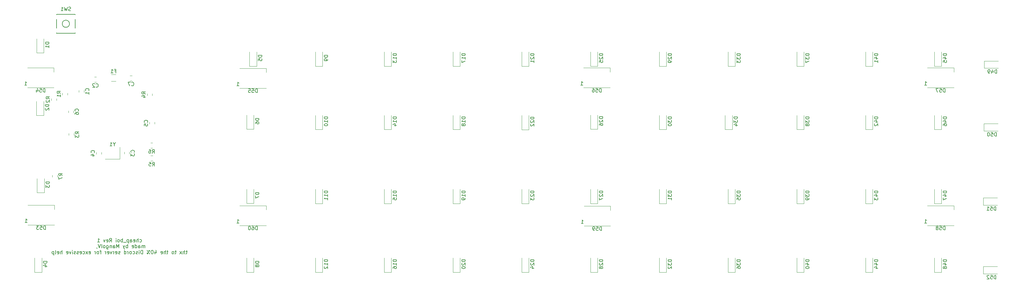
<source format=gbo>
%TF.GenerationSoftware,KiCad,Pcbnew,5.1.6*%
%TF.CreationDate,2020-06-24T11:11:32+02:00*%
%TF.ProjectId,cheap_boi,63686561-705f-4626-9f69-2e6b69636164,rev?*%
%TF.SameCoordinates,Original*%
%TF.FileFunction,Legend,Bot*%
%TF.FilePolarity,Positive*%
%FSLAX46Y46*%
G04 Gerber Fmt 4.6, Leading zero omitted, Abs format (unit mm)*
G04 Created by KiCad (PCBNEW 5.1.6) date 2020-06-24 11:11:32*
%MOMM*%
%LPD*%
G01*
G04 APERTURE LIST*
%ADD10C,0.150000*%
%ADD11C,0.120000*%
%ADD12C,1.850000*%
%ADD13C,2.350000*%
%ADD14C,4.087800*%
%ADD15R,1.300000X1.000000*%
%ADD16R,1.600000X1.100000*%
%ADD17C,5.400000*%
%ADD18O,1.700000X2.100000*%
%ADD19R,1.500000X1.300000*%
%ADD20O,1.800000X2.800000*%
%ADD21R,1.900000X1.200000*%
%ADD22R,1.000000X1.300000*%
G04 APERTURE END LIST*
D10*
X109124047Y-97814761D02*
X109219285Y-97862380D01*
X109409761Y-97862380D01*
X109505000Y-97814761D01*
X109552619Y-97767142D01*
X109600238Y-97671904D01*
X109600238Y-97386190D01*
X109552619Y-97290952D01*
X109505000Y-97243333D01*
X109409761Y-97195714D01*
X109219285Y-97195714D01*
X109124047Y-97243333D01*
X108695476Y-97862380D02*
X108695476Y-96862380D01*
X108266904Y-97862380D02*
X108266904Y-97338571D01*
X108314523Y-97243333D01*
X108409761Y-97195714D01*
X108552619Y-97195714D01*
X108647857Y-97243333D01*
X108695476Y-97290952D01*
X107409761Y-97814761D02*
X107505000Y-97862380D01*
X107695476Y-97862380D01*
X107790714Y-97814761D01*
X107838333Y-97719523D01*
X107838333Y-97338571D01*
X107790714Y-97243333D01*
X107695476Y-97195714D01*
X107505000Y-97195714D01*
X107409761Y-97243333D01*
X107362142Y-97338571D01*
X107362142Y-97433809D01*
X107838333Y-97529047D01*
X106505000Y-97862380D02*
X106505000Y-97338571D01*
X106552619Y-97243333D01*
X106647857Y-97195714D01*
X106838333Y-97195714D01*
X106933571Y-97243333D01*
X106505000Y-97814761D02*
X106600238Y-97862380D01*
X106838333Y-97862380D01*
X106933571Y-97814761D01*
X106981190Y-97719523D01*
X106981190Y-97624285D01*
X106933571Y-97529047D01*
X106838333Y-97481428D01*
X106600238Y-97481428D01*
X106505000Y-97433809D01*
X106028809Y-97195714D02*
X106028809Y-98195714D01*
X106028809Y-97243333D02*
X105933571Y-97195714D01*
X105743095Y-97195714D01*
X105647857Y-97243333D01*
X105600238Y-97290952D01*
X105552619Y-97386190D01*
X105552619Y-97671904D01*
X105600238Y-97767142D01*
X105647857Y-97814761D01*
X105743095Y-97862380D01*
X105933571Y-97862380D01*
X106028809Y-97814761D01*
X105362142Y-97957619D02*
X104600238Y-97957619D01*
X104362142Y-97862380D02*
X104362142Y-96862380D01*
X104362142Y-97243333D02*
X104266904Y-97195714D01*
X104076428Y-97195714D01*
X103981190Y-97243333D01*
X103933571Y-97290952D01*
X103885952Y-97386190D01*
X103885952Y-97671904D01*
X103933571Y-97767142D01*
X103981190Y-97814761D01*
X104076428Y-97862380D01*
X104266904Y-97862380D01*
X104362142Y-97814761D01*
X103314523Y-97862380D02*
X103409761Y-97814761D01*
X103457380Y-97767142D01*
X103505000Y-97671904D01*
X103505000Y-97386190D01*
X103457380Y-97290952D01*
X103409761Y-97243333D01*
X103314523Y-97195714D01*
X103171666Y-97195714D01*
X103076428Y-97243333D01*
X103028809Y-97290952D01*
X102981190Y-97386190D01*
X102981190Y-97671904D01*
X103028809Y-97767142D01*
X103076428Y-97814761D01*
X103171666Y-97862380D01*
X103314523Y-97862380D01*
X102552619Y-97862380D02*
X102552619Y-97195714D01*
X102552619Y-96862380D02*
X102600238Y-96910000D01*
X102552619Y-96957619D01*
X102505000Y-96910000D01*
X102552619Y-96862380D01*
X102552619Y-96957619D01*
X100743095Y-97862380D02*
X101076428Y-97386190D01*
X101314523Y-97862380D02*
X101314523Y-96862380D01*
X100933571Y-96862380D01*
X100838333Y-96910000D01*
X100790714Y-96957619D01*
X100743095Y-97052857D01*
X100743095Y-97195714D01*
X100790714Y-97290952D01*
X100838333Y-97338571D01*
X100933571Y-97386190D01*
X101314523Y-97386190D01*
X99933571Y-97814761D02*
X100028809Y-97862380D01*
X100219285Y-97862380D01*
X100314523Y-97814761D01*
X100362142Y-97719523D01*
X100362142Y-97338571D01*
X100314523Y-97243333D01*
X100219285Y-97195714D01*
X100028809Y-97195714D01*
X99933571Y-97243333D01*
X99885952Y-97338571D01*
X99885952Y-97433809D01*
X100362142Y-97529047D01*
X99552619Y-97195714D02*
X99314523Y-97862380D01*
X99076428Y-97195714D01*
X97409761Y-97862380D02*
X97981190Y-97862380D01*
X97695476Y-97862380D02*
X97695476Y-96862380D01*
X97790714Y-97005238D01*
X97885952Y-97100476D01*
X97981190Y-97148095D01*
X110528809Y-99512380D02*
X110528809Y-98845714D01*
X110528809Y-98940952D02*
X110481190Y-98893333D01*
X110385952Y-98845714D01*
X110243095Y-98845714D01*
X110147857Y-98893333D01*
X110100238Y-98988571D01*
X110100238Y-99512380D01*
X110100238Y-98988571D02*
X110052619Y-98893333D01*
X109957380Y-98845714D01*
X109814523Y-98845714D01*
X109719285Y-98893333D01*
X109671666Y-98988571D01*
X109671666Y-99512380D01*
X108766904Y-99512380D02*
X108766904Y-98988571D01*
X108814523Y-98893333D01*
X108909761Y-98845714D01*
X109100238Y-98845714D01*
X109195476Y-98893333D01*
X108766904Y-99464761D02*
X108862142Y-99512380D01*
X109100238Y-99512380D01*
X109195476Y-99464761D01*
X109243095Y-99369523D01*
X109243095Y-99274285D01*
X109195476Y-99179047D01*
X109100238Y-99131428D01*
X108862142Y-99131428D01*
X108766904Y-99083809D01*
X107862142Y-99512380D02*
X107862142Y-98512380D01*
X107862142Y-99464761D02*
X107957380Y-99512380D01*
X108147857Y-99512380D01*
X108243095Y-99464761D01*
X108290714Y-99417142D01*
X108338333Y-99321904D01*
X108338333Y-99036190D01*
X108290714Y-98940952D01*
X108243095Y-98893333D01*
X108147857Y-98845714D01*
X107957380Y-98845714D01*
X107862142Y-98893333D01*
X107005000Y-99464761D02*
X107100238Y-99512380D01*
X107290714Y-99512380D01*
X107385952Y-99464761D01*
X107433571Y-99369523D01*
X107433571Y-98988571D01*
X107385952Y-98893333D01*
X107290714Y-98845714D01*
X107100238Y-98845714D01*
X107005000Y-98893333D01*
X106957380Y-98988571D01*
X106957380Y-99083809D01*
X107433571Y-99179047D01*
X105766904Y-99512380D02*
X105766904Y-98512380D01*
X105766904Y-98893333D02*
X105671666Y-98845714D01*
X105481190Y-98845714D01*
X105385952Y-98893333D01*
X105338333Y-98940952D01*
X105290714Y-99036190D01*
X105290714Y-99321904D01*
X105338333Y-99417142D01*
X105385952Y-99464761D01*
X105481190Y-99512380D01*
X105671666Y-99512380D01*
X105766904Y-99464761D01*
X104957380Y-98845714D02*
X104719285Y-99512380D01*
X104481190Y-98845714D02*
X104719285Y-99512380D01*
X104814523Y-99750476D01*
X104862142Y-99798095D01*
X104957380Y-99845714D01*
X103338333Y-99512380D02*
X103338333Y-98512380D01*
X103005000Y-99226666D01*
X102671666Y-98512380D01*
X102671666Y-99512380D01*
X101766904Y-99512380D02*
X101766904Y-98988571D01*
X101814523Y-98893333D01*
X101909761Y-98845714D01*
X102100238Y-98845714D01*
X102195476Y-98893333D01*
X101766904Y-99464761D02*
X101862142Y-99512380D01*
X102100238Y-99512380D01*
X102195476Y-99464761D01*
X102243095Y-99369523D01*
X102243095Y-99274285D01*
X102195476Y-99179047D01*
X102100238Y-99131428D01*
X101862142Y-99131428D01*
X101766904Y-99083809D01*
X101290714Y-98845714D02*
X101290714Y-99512380D01*
X101290714Y-98940952D02*
X101243095Y-98893333D01*
X101147857Y-98845714D01*
X101005000Y-98845714D01*
X100909761Y-98893333D01*
X100862142Y-98988571D01*
X100862142Y-99512380D01*
X99957380Y-98845714D02*
X99957380Y-99655238D01*
X100005000Y-99750476D01*
X100052619Y-99798095D01*
X100147857Y-99845714D01*
X100290714Y-99845714D01*
X100385952Y-99798095D01*
X99957380Y-99464761D02*
X100052619Y-99512380D01*
X100243095Y-99512380D01*
X100338333Y-99464761D01*
X100385952Y-99417142D01*
X100433571Y-99321904D01*
X100433571Y-99036190D01*
X100385952Y-98940952D01*
X100338333Y-98893333D01*
X100243095Y-98845714D01*
X100052619Y-98845714D01*
X99957380Y-98893333D01*
X99338333Y-99512380D02*
X99433571Y-99464761D01*
X99481190Y-99417142D01*
X99528809Y-99321904D01*
X99528809Y-99036190D01*
X99481190Y-98940952D01*
X99433571Y-98893333D01*
X99338333Y-98845714D01*
X99195476Y-98845714D01*
X99100238Y-98893333D01*
X99052619Y-98940952D01*
X99005000Y-99036190D01*
X99005000Y-99321904D01*
X99052619Y-99417142D01*
X99100238Y-99464761D01*
X99195476Y-99512380D01*
X99338333Y-99512380D01*
X98576428Y-99512380D02*
X98576428Y-98512380D01*
X98243095Y-98512380D02*
X97909761Y-99512380D01*
X97576428Y-98512380D01*
X97195476Y-99464761D02*
X97195476Y-99512380D01*
X97243095Y-99607619D01*
X97290714Y-99655238D01*
X122266904Y-100495714D02*
X121885952Y-100495714D01*
X122124047Y-100162380D02*
X122124047Y-101019523D01*
X122076428Y-101114761D01*
X121981190Y-101162380D01*
X121885952Y-101162380D01*
X121552619Y-101162380D02*
X121552619Y-100162380D01*
X121124047Y-101162380D02*
X121124047Y-100638571D01*
X121171666Y-100543333D01*
X121266904Y-100495714D01*
X121409761Y-100495714D01*
X121505000Y-100543333D01*
X121552619Y-100590952D01*
X120743095Y-101162380D02*
X120219285Y-100495714D01*
X120743095Y-100495714D02*
X120219285Y-101162380D01*
X119219285Y-100495714D02*
X118838333Y-100495714D01*
X119076428Y-100162380D02*
X119076428Y-101019523D01*
X119028809Y-101114761D01*
X118933571Y-101162380D01*
X118838333Y-101162380D01*
X118362142Y-101162380D02*
X118457380Y-101114761D01*
X118505000Y-101067142D01*
X118552619Y-100971904D01*
X118552619Y-100686190D01*
X118505000Y-100590952D01*
X118457380Y-100543333D01*
X118362142Y-100495714D01*
X118219285Y-100495714D01*
X118124047Y-100543333D01*
X118076428Y-100590952D01*
X118028809Y-100686190D01*
X118028809Y-100971904D01*
X118076428Y-101067142D01*
X118124047Y-101114761D01*
X118219285Y-101162380D01*
X118362142Y-101162380D01*
X116981190Y-100495714D02*
X116600238Y-100495714D01*
X116838333Y-100162380D02*
X116838333Y-101019523D01*
X116790714Y-101114761D01*
X116695476Y-101162380D01*
X116600238Y-101162380D01*
X116266904Y-101162380D02*
X116266904Y-100162380D01*
X115838333Y-101162380D02*
X115838333Y-100638571D01*
X115885952Y-100543333D01*
X115981190Y-100495714D01*
X116124047Y-100495714D01*
X116219285Y-100543333D01*
X116266904Y-100590952D01*
X114981190Y-101114761D02*
X115076428Y-101162380D01*
X115266904Y-101162380D01*
X115362142Y-101114761D01*
X115409761Y-101019523D01*
X115409761Y-100638571D01*
X115362142Y-100543333D01*
X115266904Y-100495714D01*
X115076428Y-100495714D01*
X114981190Y-100543333D01*
X114933571Y-100638571D01*
X114933571Y-100733809D01*
X115409761Y-100829047D01*
X113314523Y-100495714D02*
X113314523Y-101162380D01*
X113552619Y-100114761D02*
X113790714Y-100829047D01*
X113171666Y-100829047D01*
X112600238Y-100162380D02*
X112505000Y-100162380D01*
X112409761Y-100210000D01*
X112362142Y-100257619D01*
X112314523Y-100352857D01*
X112266904Y-100543333D01*
X112266904Y-100781428D01*
X112314523Y-100971904D01*
X112362142Y-101067142D01*
X112409761Y-101114761D01*
X112505000Y-101162380D01*
X112600238Y-101162380D01*
X112695476Y-101114761D01*
X112743095Y-101067142D01*
X112790714Y-100971904D01*
X112838333Y-100781428D01*
X112838333Y-100543333D01*
X112790714Y-100352857D01*
X112743095Y-100257619D01*
X112695476Y-100210000D01*
X112600238Y-100162380D01*
X111885952Y-101162380D02*
X111124047Y-100162380D01*
X111743095Y-100162380D02*
X111647857Y-100210000D01*
X111600238Y-100305238D01*
X111647857Y-100400476D01*
X111743095Y-100448095D01*
X111838333Y-100400476D01*
X111885952Y-100305238D01*
X111838333Y-100210000D01*
X111743095Y-100162380D01*
X111171666Y-101114761D02*
X111124047Y-101019523D01*
X111171666Y-100924285D01*
X111266904Y-100876666D01*
X111362142Y-100924285D01*
X111409761Y-101019523D01*
X111362142Y-101114761D01*
X111266904Y-101162380D01*
X111171666Y-101114761D01*
X109933571Y-101162380D02*
X109933571Y-100162380D01*
X109695476Y-100162380D01*
X109552619Y-100210000D01*
X109457380Y-100305238D01*
X109409761Y-100400476D01*
X109362142Y-100590952D01*
X109362142Y-100733809D01*
X109409761Y-100924285D01*
X109457380Y-101019523D01*
X109552619Y-101114761D01*
X109695476Y-101162380D01*
X109933571Y-101162380D01*
X108933571Y-101162380D02*
X108933571Y-100495714D01*
X108933571Y-100162380D02*
X108981190Y-100210000D01*
X108933571Y-100257619D01*
X108885952Y-100210000D01*
X108933571Y-100162380D01*
X108933571Y-100257619D01*
X108505000Y-101114761D02*
X108409761Y-101162380D01*
X108219285Y-101162380D01*
X108124047Y-101114761D01*
X108076428Y-101019523D01*
X108076428Y-100971904D01*
X108124047Y-100876666D01*
X108219285Y-100829047D01*
X108362142Y-100829047D01*
X108457380Y-100781428D01*
X108505000Y-100686190D01*
X108505000Y-100638571D01*
X108457380Y-100543333D01*
X108362142Y-100495714D01*
X108219285Y-100495714D01*
X108124047Y-100543333D01*
X107219285Y-101114761D02*
X107314523Y-101162380D01*
X107505000Y-101162380D01*
X107600238Y-101114761D01*
X107647857Y-101067142D01*
X107695476Y-100971904D01*
X107695476Y-100686190D01*
X107647857Y-100590952D01*
X107600238Y-100543333D01*
X107505000Y-100495714D01*
X107314523Y-100495714D01*
X107219285Y-100543333D01*
X106647857Y-101162380D02*
X106743095Y-101114761D01*
X106790714Y-101067142D01*
X106838333Y-100971904D01*
X106838333Y-100686190D01*
X106790714Y-100590952D01*
X106743095Y-100543333D01*
X106647857Y-100495714D01*
X106505000Y-100495714D01*
X106409761Y-100543333D01*
X106362142Y-100590952D01*
X106314523Y-100686190D01*
X106314523Y-100971904D01*
X106362142Y-101067142D01*
X106409761Y-101114761D01*
X106505000Y-101162380D01*
X106647857Y-101162380D01*
X105885952Y-101162380D02*
X105885952Y-100495714D01*
X105885952Y-100686190D02*
X105838333Y-100590952D01*
X105790714Y-100543333D01*
X105695476Y-100495714D01*
X105600238Y-100495714D01*
X104838333Y-101162380D02*
X104838333Y-100162380D01*
X104838333Y-101114761D02*
X104933571Y-101162380D01*
X105124047Y-101162380D01*
X105219285Y-101114761D01*
X105266904Y-101067142D01*
X105314523Y-100971904D01*
X105314523Y-100686190D01*
X105266904Y-100590952D01*
X105219285Y-100543333D01*
X105124047Y-100495714D01*
X104933571Y-100495714D01*
X104838333Y-100543333D01*
X103647857Y-101114761D02*
X103552619Y-101162380D01*
X103362142Y-101162380D01*
X103266904Y-101114761D01*
X103219285Y-101019523D01*
X103219285Y-100971904D01*
X103266904Y-100876666D01*
X103362142Y-100829047D01*
X103505000Y-100829047D01*
X103600238Y-100781428D01*
X103647857Y-100686190D01*
X103647857Y-100638571D01*
X103600238Y-100543333D01*
X103505000Y-100495714D01*
X103362142Y-100495714D01*
X103266904Y-100543333D01*
X102409761Y-101114761D02*
X102505000Y-101162380D01*
X102695476Y-101162380D01*
X102790714Y-101114761D01*
X102838333Y-101019523D01*
X102838333Y-100638571D01*
X102790714Y-100543333D01*
X102695476Y-100495714D01*
X102505000Y-100495714D01*
X102409761Y-100543333D01*
X102362142Y-100638571D01*
X102362142Y-100733809D01*
X102838333Y-100829047D01*
X101933571Y-101162380D02*
X101933571Y-100495714D01*
X101933571Y-100686190D02*
X101885952Y-100590952D01*
X101838333Y-100543333D01*
X101743095Y-100495714D01*
X101647857Y-100495714D01*
X101409761Y-100495714D02*
X101171666Y-101162380D01*
X100933571Y-100495714D01*
X100171666Y-101114761D02*
X100266904Y-101162380D01*
X100457380Y-101162380D01*
X100552619Y-101114761D01*
X100600238Y-101019523D01*
X100600238Y-100638571D01*
X100552619Y-100543333D01*
X100457380Y-100495714D01*
X100266904Y-100495714D01*
X100171666Y-100543333D01*
X100124047Y-100638571D01*
X100124047Y-100733809D01*
X100600238Y-100829047D01*
X99695476Y-101162380D02*
X99695476Y-100495714D01*
X99695476Y-100686190D02*
X99647857Y-100590952D01*
X99600238Y-100543333D01*
X99505000Y-100495714D01*
X99409761Y-100495714D01*
X98457380Y-100495714D02*
X98076428Y-100495714D01*
X98314523Y-101162380D02*
X98314523Y-100305238D01*
X98266904Y-100210000D01*
X98171666Y-100162380D01*
X98076428Y-100162380D01*
X97600238Y-101162380D02*
X97695476Y-101114761D01*
X97743095Y-101067142D01*
X97790714Y-100971904D01*
X97790714Y-100686190D01*
X97743095Y-100590952D01*
X97695476Y-100543333D01*
X97600238Y-100495714D01*
X97457380Y-100495714D01*
X97362142Y-100543333D01*
X97314523Y-100590952D01*
X97266904Y-100686190D01*
X97266904Y-100971904D01*
X97314523Y-101067142D01*
X97362142Y-101114761D01*
X97457380Y-101162380D01*
X97600238Y-101162380D01*
X96838333Y-101162380D02*
X96838333Y-100495714D01*
X96838333Y-100686190D02*
X96790714Y-100590952D01*
X96743095Y-100543333D01*
X96647857Y-100495714D01*
X96552619Y-100495714D01*
X95076428Y-101114761D02*
X95171666Y-101162380D01*
X95362142Y-101162380D01*
X95457380Y-101114761D01*
X95505000Y-101019523D01*
X95505000Y-100638571D01*
X95457380Y-100543333D01*
X95362142Y-100495714D01*
X95171666Y-100495714D01*
X95076428Y-100543333D01*
X95028809Y-100638571D01*
X95028809Y-100733809D01*
X95505000Y-100829047D01*
X94695476Y-101162380D02*
X94171666Y-100495714D01*
X94695476Y-100495714D02*
X94171666Y-101162380D01*
X93362142Y-101114761D02*
X93457380Y-101162380D01*
X93647857Y-101162380D01*
X93743095Y-101114761D01*
X93790714Y-101067142D01*
X93838333Y-100971904D01*
X93838333Y-100686190D01*
X93790714Y-100590952D01*
X93743095Y-100543333D01*
X93647857Y-100495714D01*
X93457380Y-100495714D01*
X93362142Y-100543333D01*
X92552619Y-101114761D02*
X92647857Y-101162380D01*
X92838333Y-101162380D01*
X92933571Y-101114761D01*
X92981190Y-101019523D01*
X92981190Y-100638571D01*
X92933571Y-100543333D01*
X92838333Y-100495714D01*
X92647857Y-100495714D01*
X92552619Y-100543333D01*
X92505000Y-100638571D01*
X92505000Y-100733809D01*
X92981190Y-100829047D01*
X92124047Y-101114761D02*
X92028809Y-101162380D01*
X91838333Y-101162380D01*
X91743095Y-101114761D01*
X91695476Y-101019523D01*
X91695476Y-100971904D01*
X91743095Y-100876666D01*
X91838333Y-100829047D01*
X91981190Y-100829047D01*
X92076428Y-100781428D01*
X92124047Y-100686190D01*
X92124047Y-100638571D01*
X92076428Y-100543333D01*
X91981190Y-100495714D01*
X91838333Y-100495714D01*
X91743095Y-100543333D01*
X91314523Y-101114761D02*
X91219285Y-101162380D01*
X91028809Y-101162380D01*
X90933571Y-101114761D01*
X90885952Y-101019523D01*
X90885952Y-100971904D01*
X90933571Y-100876666D01*
X91028809Y-100829047D01*
X91171666Y-100829047D01*
X91266904Y-100781428D01*
X91314523Y-100686190D01*
X91314523Y-100638571D01*
X91266904Y-100543333D01*
X91171666Y-100495714D01*
X91028809Y-100495714D01*
X90933571Y-100543333D01*
X90457380Y-101162380D02*
X90457380Y-100495714D01*
X90457380Y-100162380D02*
X90505000Y-100210000D01*
X90457380Y-100257619D01*
X90409761Y-100210000D01*
X90457380Y-100162380D01*
X90457380Y-100257619D01*
X90076428Y-100495714D02*
X89838333Y-101162380D01*
X89600238Y-100495714D01*
X88838333Y-101114761D02*
X88933571Y-101162380D01*
X89124047Y-101162380D01*
X89219285Y-101114761D01*
X89266904Y-101019523D01*
X89266904Y-100638571D01*
X89219285Y-100543333D01*
X89124047Y-100495714D01*
X88933571Y-100495714D01*
X88838333Y-100543333D01*
X88790714Y-100638571D01*
X88790714Y-100733809D01*
X89266904Y-100829047D01*
X87600238Y-101162380D02*
X87600238Y-100162380D01*
X87171666Y-101162380D02*
X87171666Y-100638571D01*
X87219285Y-100543333D01*
X87314523Y-100495714D01*
X87457380Y-100495714D01*
X87552619Y-100543333D01*
X87600238Y-100590952D01*
X86314523Y-101114761D02*
X86409761Y-101162380D01*
X86600238Y-101162380D01*
X86695476Y-101114761D01*
X86743095Y-101019523D01*
X86743095Y-100638571D01*
X86695476Y-100543333D01*
X86600238Y-100495714D01*
X86409761Y-100495714D01*
X86314523Y-100543333D01*
X86266904Y-100638571D01*
X86266904Y-100733809D01*
X86743095Y-100829047D01*
X85695476Y-101162380D02*
X85790714Y-101114761D01*
X85838333Y-101019523D01*
X85838333Y-100162380D01*
X85314523Y-100495714D02*
X85314523Y-101495714D01*
X85314523Y-100543333D02*
X85219285Y-100495714D01*
X85028809Y-100495714D01*
X84933571Y-100543333D01*
X84885952Y-100590952D01*
X84838333Y-100686190D01*
X84838333Y-100971904D01*
X84885952Y-101067142D01*
X84933571Y-101114761D01*
X85028809Y-101162380D01*
X85219285Y-101162380D01*
X85314523Y-101114761D01*
D11*
%TO.C,D1*%
X82534000Y-45430000D02*
X80534000Y-45430000D01*
X80534000Y-45430000D02*
X80534000Y-41530000D01*
X82534000Y-45430000D02*
X82534000Y-41530000D01*
%TO.C,D54*%
X85311000Y-49574000D02*
X85311000Y-50724000D01*
X78011000Y-49574000D02*
X85311000Y-49574000D01*
X78011000Y-55074000D02*
X85311000Y-55074000D01*
%TO.C,R7*%
X84888000Y-79887578D02*
X84888000Y-79370422D01*
X86308000Y-79887578D02*
X86308000Y-79370422D01*
%TO.C,D60*%
X144112000Y-87801000D02*
X144112000Y-88951000D01*
X136812000Y-87801000D02*
X144112000Y-87801000D01*
X136812000Y-93301000D02*
X144112000Y-93301000D01*
%TO.C,D59*%
X239489000Y-87928000D02*
X239489000Y-89078000D01*
X232189000Y-87928000D02*
X239489000Y-87928000D01*
X232189000Y-93428000D02*
X239489000Y-93428000D01*
%TO.C,D58*%
X334612000Y-87801000D02*
X334612000Y-88951000D01*
X327312000Y-87801000D02*
X334612000Y-87801000D01*
X327312000Y-93301000D02*
X334612000Y-93301000D01*
%TO.C,D57*%
X334612000Y-49574000D02*
X334612000Y-50724000D01*
X327312000Y-49574000D02*
X334612000Y-49574000D01*
X327312000Y-55074000D02*
X334612000Y-55074000D01*
%TO.C,D56*%
X239362000Y-49574000D02*
X239362000Y-50724000D01*
X232062000Y-49574000D02*
X239362000Y-49574000D01*
X232062000Y-55074000D02*
X239362000Y-55074000D01*
%TO.C,D55*%
X144112000Y-49701000D02*
X144112000Y-50851000D01*
X136812000Y-49701000D02*
X144112000Y-49701000D01*
X136812000Y-55201000D02*
X144112000Y-55201000D01*
%TO.C,D53*%
X85438000Y-87674000D02*
X85438000Y-88824000D01*
X78138000Y-87674000D02*
X85438000Y-87674000D01*
X78138000Y-93174000D02*
X85438000Y-93174000D01*
%TO.C,R6*%
X112136422Y-70410000D02*
X112653578Y-70410000D01*
X112136422Y-71830000D02*
X112653578Y-71830000D01*
%TO.C,R3*%
X90880000Y-68282078D02*
X90880000Y-67764922D01*
X89460000Y-68282078D02*
X89460000Y-67764922D01*
%TO.C,F1*%
X102456064Y-51414000D02*
X101251936Y-51414000D01*
X102456064Y-53234000D02*
X101251936Y-53234000D01*
%TO.C,R5*%
X112184922Y-73966000D02*
X112702078Y-73966000D01*
X112184922Y-75386000D02*
X112702078Y-75386000D01*
%TO.C,Y1*%
X103557000Y-71590000D02*
X103557000Y-74890000D01*
X103557000Y-74890000D02*
X99557000Y-74890000D01*
D10*
%TO.C,SW1*%
X89646000Y-37338000D02*
G75*
G03*
X89646000Y-37338000I-1000000J0D01*
G01*
X86046000Y-34738000D02*
X86046000Y-39938000D01*
X91246000Y-34738000D02*
X86046000Y-34738000D01*
X91246000Y-39938000D02*
X91246000Y-34738000D01*
X86046000Y-39938000D02*
X91246000Y-39938000D01*
D11*
%TO.C,R4*%
X111177000Y-56715922D02*
X111177000Y-57233078D01*
X112597000Y-56715922D02*
X112597000Y-57233078D01*
%TO.C,R2*%
X84634000Y-58082922D02*
X84634000Y-58600078D01*
X86054000Y-58082922D02*
X86054000Y-58600078D01*
%TO.C,R1*%
X87682000Y-56558922D02*
X87682000Y-57076078D01*
X89102000Y-56558922D02*
X89102000Y-57076078D01*
%TO.C,D52*%
X342809000Y-106664000D02*
X342809000Y-104664000D01*
X342809000Y-104664000D02*
X346709000Y-104664000D01*
X342809000Y-106664000D02*
X346709000Y-106664000D01*
%TO.C,D51*%
X342808000Y-87614000D02*
X342808000Y-85614000D01*
X342808000Y-85614000D02*
X346708000Y-85614000D01*
X342808000Y-87614000D02*
X346708000Y-87614000D01*
%TO.C,D50*%
X342935000Y-67040000D02*
X342935000Y-65040000D01*
X342935000Y-65040000D02*
X346835000Y-65040000D01*
X342935000Y-67040000D02*
X346835000Y-67040000D01*
%TO.C,D49*%
X343063000Y-49641000D02*
X343063000Y-47641000D01*
X343063000Y-47641000D02*
X346963000Y-47641000D01*
X343063000Y-49641000D02*
X346963000Y-49641000D01*
%TO.C,D48*%
X331200000Y-106231250D02*
X329200000Y-106231250D01*
X329200000Y-106231250D02*
X329200000Y-102331250D01*
X331200000Y-106231250D02*
X331200000Y-102331250D01*
%TO.C,D47*%
X331200000Y-87181250D02*
X329200000Y-87181250D01*
X329200000Y-87181250D02*
X329200000Y-83281250D01*
X331200000Y-87181250D02*
X331200000Y-83281250D01*
%TO.C,D46*%
X331200000Y-66631250D02*
X329200000Y-66631250D01*
X329200000Y-66631250D02*
X329200000Y-62731250D01*
X331200000Y-66631250D02*
X331200000Y-62731250D01*
%TO.C,D45*%
X331200000Y-49081250D02*
X329200000Y-49081250D01*
X329200000Y-49081250D02*
X329200000Y-45181250D01*
X331200000Y-49081250D02*
X331200000Y-45181250D01*
%TO.C,D44*%
X312150000Y-106231250D02*
X310150000Y-106231250D01*
X310150000Y-106231250D02*
X310150000Y-102331250D01*
X312150000Y-106231250D02*
X312150000Y-102331250D01*
%TO.C,D43*%
X312150000Y-87181250D02*
X310150000Y-87181250D01*
X310150000Y-87181250D02*
X310150000Y-83281250D01*
X312150000Y-87181250D02*
X312150000Y-83281250D01*
%TO.C,D42*%
X312150000Y-66631250D02*
X310150000Y-66631250D01*
X310150000Y-66631250D02*
X310150000Y-62731250D01*
X312150000Y-66631250D02*
X312150000Y-62731250D01*
%TO.C,D41*%
X312150000Y-49081250D02*
X310150000Y-49081250D01*
X310150000Y-49081250D02*
X310150000Y-45181250D01*
X312150000Y-49081250D02*
X312150000Y-45181250D01*
%TO.C,D40*%
X293100000Y-106231250D02*
X291100000Y-106231250D01*
X291100000Y-106231250D02*
X291100000Y-102331250D01*
X293100000Y-106231250D02*
X293100000Y-102331250D01*
%TO.C,D39*%
X293100000Y-87181250D02*
X291100000Y-87181250D01*
X291100000Y-87181250D02*
X291100000Y-83281250D01*
X293100000Y-87181250D02*
X293100000Y-83281250D01*
%TO.C,D38*%
X293100000Y-66631250D02*
X291100000Y-66631250D01*
X291100000Y-66631250D02*
X291100000Y-62731250D01*
X293100000Y-66631250D02*
X293100000Y-62731250D01*
%TO.C,D37*%
X293100000Y-49081250D02*
X291100000Y-49081250D01*
X291100000Y-49081250D02*
X291100000Y-45181250D01*
X293100000Y-49081250D02*
X293100000Y-45181250D01*
%TO.C,D36*%
X274050000Y-106231250D02*
X272050000Y-106231250D01*
X272050000Y-106231250D02*
X272050000Y-102331250D01*
X274050000Y-106231250D02*
X274050000Y-102331250D01*
%TO.C,D35*%
X274050000Y-87181250D02*
X272050000Y-87181250D01*
X272050000Y-87181250D02*
X272050000Y-83281250D01*
X274050000Y-87181250D02*
X274050000Y-83281250D01*
%TO.C,D34*%
X273256250Y-66631250D02*
X271256250Y-66631250D01*
X271256250Y-66631250D02*
X271256250Y-62731250D01*
X273256250Y-66631250D02*
X273256250Y-62731250D01*
%TO.C,D33*%
X274050000Y-49081250D02*
X272050000Y-49081250D01*
X272050000Y-49081250D02*
X272050000Y-45181250D01*
X274050000Y-49081250D02*
X274050000Y-45181250D01*
%TO.C,D32*%
X255000000Y-106231250D02*
X253000000Y-106231250D01*
X253000000Y-106231250D02*
X253000000Y-102331250D01*
X255000000Y-106231250D02*
X255000000Y-102331250D01*
%TO.C,D31*%
X255000000Y-87181250D02*
X253000000Y-87181250D01*
X253000000Y-87181250D02*
X253000000Y-83281250D01*
X255000000Y-87181250D02*
X255000000Y-83281250D01*
%TO.C,D30*%
X255000000Y-66631250D02*
X253000000Y-66631250D01*
X253000000Y-66631250D02*
X253000000Y-62731250D01*
X255000000Y-66631250D02*
X255000000Y-62731250D01*
%TO.C,D29*%
X255000000Y-49081250D02*
X253000000Y-49081250D01*
X253000000Y-49081250D02*
X253000000Y-45181250D01*
X255000000Y-49081250D02*
X255000000Y-45181250D01*
%TO.C,D28*%
X235950000Y-106231250D02*
X233950000Y-106231250D01*
X233950000Y-106231250D02*
X233950000Y-102331250D01*
X235950000Y-106231250D02*
X235950000Y-102331250D01*
%TO.C,D27*%
X235950000Y-87181250D02*
X233950000Y-87181250D01*
X233950000Y-87181250D02*
X233950000Y-83281250D01*
X235950000Y-87181250D02*
X235950000Y-83281250D01*
%TO.C,D26*%
X235950000Y-66568750D02*
X233950000Y-66568750D01*
X233950000Y-66568750D02*
X233950000Y-62668750D01*
X235950000Y-66568750D02*
X235950000Y-62668750D01*
%TO.C,D25*%
X235950000Y-49081250D02*
X233950000Y-49081250D01*
X233950000Y-49081250D02*
X233950000Y-45181250D01*
X235950000Y-49081250D02*
X235950000Y-45181250D01*
%TO.C,D24*%
X216900000Y-106231250D02*
X214900000Y-106231250D01*
X214900000Y-106231250D02*
X214900000Y-102331250D01*
X216900000Y-106231250D02*
X216900000Y-102331250D01*
%TO.C,D23*%
X216900000Y-87181250D02*
X214900000Y-87181250D01*
X214900000Y-87181250D02*
X214900000Y-83281250D01*
X216900000Y-87181250D02*
X216900000Y-83281250D01*
%TO.C,D22*%
X216900000Y-66693750D02*
X214900000Y-66693750D01*
X214900000Y-66693750D02*
X214900000Y-62793750D01*
X216900000Y-66693750D02*
X216900000Y-62793750D01*
%TO.C,D21*%
X216900000Y-49081250D02*
X214900000Y-49081250D01*
X214900000Y-49081250D02*
X214900000Y-45181250D01*
X216900000Y-49081250D02*
X216900000Y-45181250D01*
%TO.C,D20*%
X197850000Y-106231250D02*
X195850000Y-106231250D01*
X195850000Y-106231250D02*
X195850000Y-102331250D01*
X197850000Y-106231250D02*
X197850000Y-102331250D01*
%TO.C,D19*%
X197850000Y-87181250D02*
X195850000Y-87181250D01*
X195850000Y-87181250D02*
X195850000Y-83281250D01*
X197850000Y-87181250D02*
X197850000Y-83281250D01*
%TO.C,D18*%
X197850000Y-66631250D02*
X195850000Y-66631250D01*
X195850000Y-66631250D02*
X195850000Y-62731250D01*
X197850000Y-66631250D02*
X197850000Y-62731250D01*
%TO.C,D17*%
X197850000Y-49081250D02*
X195850000Y-49081250D01*
X195850000Y-49081250D02*
X195850000Y-45181250D01*
X197850000Y-49081250D02*
X197850000Y-45181250D01*
%TO.C,D16*%
X178800000Y-106231250D02*
X176800000Y-106231250D01*
X176800000Y-106231250D02*
X176800000Y-102331250D01*
X178800000Y-106231250D02*
X178800000Y-102331250D01*
%TO.C,D15*%
X178800000Y-87181250D02*
X176800000Y-87181250D01*
X176800000Y-87181250D02*
X176800000Y-83281250D01*
X178800000Y-87181250D02*
X178800000Y-83281250D01*
%TO.C,D14*%
X178800000Y-66631250D02*
X176800000Y-66631250D01*
X176800000Y-66631250D02*
X176800000Y-62731250D01*
X178800000Y-66631250D02*
X178800000Y-62731250D01*
%TO.C,D13*%
X178800000Y-49081250D02*
X176800000Y-49081250D01*
X176800000Y-49081250D02*
X176800000Y-45181250D01*
X178800000Y-49081250D02*
X178800000Y-45181250D01*
%TO.C,D12*%
X159750000Y-106231250D02*
X157750000Y-106231250D01*
X157750000Y-106231250D02*
X157750000Y-102331250D01*
X159750000Y-106231250D02*
X159750000Y-102331250D01*
%TO.C,D11*%
X159750000Y-87181250D02*
X157750000Y-87181250D01*
X157750000Y-87181250D02*
X157750000Y-83281250D01*
X159750000Y-87181250D02*
X159750000Y-83281250D01*
%TO.C,D10*%
X159750000Y-66631250D02*
X157750000Y-66631250D01*
X157750000Y-66631250D02*
X157750000Y-62731250D01*
X159750000Y-66631250D02*
X159750000Y-62731250D01*
%TO.C,D9*%
X159750000Y-49081250D02*
X157750000Y-49081250D01*
X157750000Y-49081250D02*
X157750000Y-45181250D01*
X159750000Y-49081250D02*
X159750000Y-45181250D01*
%TO.C,D8*%
X140700000Y-106231250D02*
X138700000Y-106231250D01*
X138700000Y-106231250D02*
X138700000Y-102331250D01*
X140700000Y-106231250D02*
X140700000Y-102331250D01*
%TO.C,D7*%
X140700000Y-87118750D02*
X138700000Y-87118750D01*
X138700000Y-87118750D02*
X138700000Y-83218750D01*
X140700000Y-87118750D02*
X140700000Y-83218750D01*
%TO.C,D6*%
X140700000Y-66568750D02*
X138700000Y-66568750D01*
X138700000Y-66568750D02*
X138700000Y-62668750D01*
X140700000Y-66568750D02*
X140700000Y-62668750D01*
%TO.C,D5*%
X141493750Y-49081250D02*
X139493750Y-49081250D01*
X139493750Y-49081250D02*
X139493750Y-45181250D01*
X141493750Y-49081250D02*
X141493750Y-45181250D01*
%TO.C,D4*%
X81962500Y-106231250D02*
X79962500Y-106231250D01*
X79962500Y-106231250D02*
X79962500Y-102331250D01*
X81962500Y-106231250D02*
X81962500Y-102331250D01*
%TO.C,D3*%
X82661000Y-84164000D02*
X80661000Y-84164000D01*
X80661000Y-84164000D02*
X80661000Y-80264000D01*
X82661000Y-84164000D02*
X82661000Y-80264000D01*
%TO.C,D2*%
X82500000Y-62750000D02*
X80500000Y-62750000D01*
X80500000Y-62750000D02*
X80500000Y-58850000D01*
X82500000Y-62750000D02*
X82500000Y-58850000D01*
%TO.C,C7*%
X106421422Y-53161000D02*
X106938578Y-53161000D01*
X106421422Y-51741000D02*
X106938578Y-51741000D01*
%TO.C,C6*%
X90753000Y-61980578D02*
X90753000Y-61463422D01*
X89333000Y-61980578D02*
X89333000Y-61463422D01*
%TO.C,C5*%
X111812000Y-64638422D02*
X111812000Y-65155578D01*
X113232000Y-64638422D02*
X113232000Y-65155578D01*
%TO.C,C4*%
X97080000Y-73020422D02*
X97080000Y-73537578D01*
X98500000Y-73020422D02*
X98500000Y-73537578D01*
%TO.C,C3*%
X106247000Y-73459078D02*
X106247000Y-72941922D01*
X104827000Y-73459078D02*
X104827000Y-72941922D01*
%TO.C,C2*%
X96563922Y-53542000D02*
X97081078Y-53542000D01*
X96563922Y-52122000D02*
X97081078Y-52122000D01*
%TO.C,C1*%
X93674000Y-56344078D02*
X93674000Y-55826922D01*
X92254000Y-56344078D02*
X92254000Y-55826922D01*
%TO.C,D1*%
D10*
X83986380Y-42441904D02*
X82986380Y-42441904D01*
X82986380Y-42680000D01*
X83034000Y-42822857D01*
X83129238Y-42918095D01*
X83224476Y-42965714D01*
X83414952Y-43013333D01*
X83557809Y-43013333D01*
X83748285Y-42965714D01*
X83843523Y-42918095D01*
X83938761Y-42822857D01*
X83986380Y-42680000D01*
X83986380Y-42441904D01*
X83986380Y-43965714D02*
X83986380Y-43394285D01*
X83986380Y-43680000D02*
X82986380Y-43680000D01*
X83129238Y-43584761D01*
X83224476Y-43489523D01*
X83272095Y-43394285D01*
%TO.C,D54*%
X82875285Y-56276380D02*
X82875285Y-55276380D01*
X82637190Y-55276380D01*
X82494333Y-55324000D01*
X82399095Y-55419238D01*
X82351476Y-55514476D01*
X82303857Y-55704952D01*
X82303857Y-55847809D01*
X82351476Y-56038285D01*
X82399095Y-56133523D01*
X82494333Y-56228761D01*
X82637190Y-56276380D01*
X82875285Y-56276380D01*
X81399095Y-55276380D02*
X81875285Y-55276380D01*
X81922904Y-55752571D01*
X81875285Y-55704952D01*
X81780047Y-55657333D01*
X81541952Y-55657333D01*
X81446714Y-55704952D01*
X81399095Y-55752571D01*
X81351476Y-55847809D01*
X81351476Y-56085904D01*
X81399095Y-56181142D01*
X81446714Y-56228761D01*
X81541952Y-56276380D01*
X81780047Y-56276380D01*
X81875285Y-56228761D01*
X81922904Y-56181142D01*
X80494333Y-55609714D02*
X80494333Y-56276380D01*
X80732428Y-55228761D02*
X80970523Y-55943047D01*
X80351476Y-55943047D01*
X77225285Y-54376380D02*
X77796714Y-54376380D01*
X77511000Y-54376380D02*
X77511000Y-53376380D01*
X77606238Y-53519238D01*
X77701476Y-53614476D01*
X77796714Y-53662095D01*
%TO.C,R7*%
X87700380Y-79462333D02*
X87224190Y-79129000D01*
X87700380Y-78890904D02*
X86700380Y-78890904D01*
X86700380Y-79271857D01*
X86748000Y-79367095D01*
X86795619Y-79414714D01*
X86890857Y-79462333D01*
X87033714Y-79462333D01*
X87128952Y-79414714D01*
X87176571Y-79367095D01*
X87224190Y-79271857D01*
X87224190Y-78890904D01*
X86700380Y-79795666D02*
X86700380Y-80462333D01*
X87700380Y-80033761D01*
%TO.C,D60*%
X141676285Y-94503380D02*
X141676285Y-93503380D01*
X141438190Y-93503380D01*
X141295333Y-93551000D01*
X141200095Y-93646238D01*
X141152476Y-93741476D01*
X141104857Y-93931952D01*
X141104857Y-94074809D01*
X141152476Y-94265285D01*
X141200095Y-94360523D01*
X141295333Y-94455761D01*
X141438190Y-94503380D01*
X141676285Y-94503380D01*
X140247714Y-93503380D02*
X140438190Y-93503380D01*
X140533428Y-93551000D01*
X140581047Y-93598619D01*
X140676285Y-93741476D01*
X140723904Y-93931952D01*
X140723904Y-94312904D01*
X140676285Y-94408142D01*
X140628666Y-94455761D01*
X140533428Y-94503380D01*
X140342952Y-94503380D01*
X140247714Y-94455761D01*
X140200095Y-94408142D01*
X140152476Y-94312904D01*
X140152476Y-94074809D01*
X140200095Y-93979571D01*
X140247714Y-93931952D01*
X140342952Y-93884333D01*
X140533428Y-93884333D01*
X140628666Y-93931952D01*
X140676285Y-93979571D01*
X140723904Y-94074809D01*
X139533428Y-93503380D02*
X139438190Y-93503380D01*
X139342952Y-93551000D01*
X139295333Y-93598619D01*
X139247714Y-93693857D01*
X139200095Y-93884333D01*
X139200095Y-94122428D01*
X139247714Y-94312904D01*
X139295333Y-94408142D01*
X139342952Y-94455761D01*
X139438190Y-94503380D01*
X139533428Y-94503380D01*
X139628666Y-94455761D01*
X139676285Y-94408142D01*
X139723904Y-94312904D01*
X139771523Y-94122428D01*
X139771523Y-93884333D01*
X139723904Y-93693857D01*
X139676285Y-93598619D01*
X139628666Y-93551000D01*
X139533428Y-93503380D01*
X136026285Y-92603380D02*
X136597714Y-92603380D01*
X136312000Y-92603380D02*
X136312000Y-91603380D01*
X136407238Y-91746238D01*
X136502476Y-91841476D01*
X136597714Y-91889095D01*
%TO.C,D59*%
X237053285Y-94630380D02*
X237053285Y-93630380D01*
X236815190Y-93630380D01*
X236672333Y-93678000D01*
X236577095Y-93773238D01*
X236529476Y-93868476D01*
X236481857Y-94058952D01*
X236481857Y-94201809D01*
X236529476Y-94392285D01*
X236577095Y-94487523D01*
X236672333Y-94582761D01*
X236815190Y-94630380D01*
X237053285Y-94630380D01*
X235577095Y-93630380D02*
X236053285Y-93630380D01*
X236100904Y-94106571D01*
X236053285Y-94058952D01*
X235958047Y-94011333D01*
X235719952Y-94011333D01*
X235624714Y-94058952D01*
X235577095Y-94106571D01*
X235529476Y-94201809D01*
X235529476Y-94439904D01*
X235577095Y-94535142D01*
X235624714Y-94582761D01*
X235719952Y-94630380D01*
X235958047Y-94630380D01*
X236053285Y-94582761D01*
X236100904Y-94535142D01*
X235053285Y-94630380D02*
X234862809Y-94630380D01*
X234767571Y-94582761D01*
X234719952Y-94535142D01*
X234624714Y-94392285D01*
X234577095Y-94201809D01*
X234577095Y-93820857D01*
X234624714Y-93725619D01*
X234672333Y-93678000D01*
X234767571Y-93630380D01*
X234958047Y-93630380D01*
X235053285Y-93678000D01*
X235100904Y-93725619D01*
X235148523Y-93820857D01*
X235148523Y-94058952D01*
X235100904Y-94154190D01*
X235053285Y-94201809D01*
X234958047Y-94249428D01*
X234767571Y-94249428D01*
X234672333Y-94201809D01*
X234624714Y-94154190D01*
X234577095Y-94058952D01*
X231403285Y-92730380D02*
X231974714Y-92730380D01*
X231689000Y-92730380D02*
X231689000Y-91730380D01*
X231784238Y-91873238D01*
X231879476Y-91968476D01*
X231974714Y-92016095D01*
%TO.C,D58*%
X332176285Y-94503380D02*
X332176285Y-93503380D01*
X331938190Y-93503380D01*
X331795333Y-93551000D01*
X331700095Y-93646238D01*
X331652476Y-93741476D01*
X331604857Y-93931952D01*
X331604857Y-94074809D01*
X331652476Y-94265285D01*
X331700095Y-94360523D01*
X331795333Y-94455761D01*
X331938190Y-94503380D01*
X332176285Y-94503380D01*
X330700095Y-93503380D02*
X331176285Y-93503380D01*
X331223904Y-93979571D01*
X331176285Y-93931952D01*
X331081047Y-93884333D01*
X330842952Y-93884333D01*
X330747714Y-93931952D01*
X330700095Y-93979571D01*
X330652476Y-94074809D01*
X330652476Y-94312904D01*
X330700095Y-94408142D01*
X330747714Y-94455761D01*
X330842952Y-94503380D01*
X331081047Y-94503380D01*
X331176285Y-94455761D01*
X331223904Y-94408142D01*
X330081047Y-93931952D02*
X330176285Y-93884333D01*
X330223904Y-93836714D01*
X330271523Y-93741476D01*
X330271523Y-93693857D01*
X330223904Y-93598619D01*
X330176285Y-93551000D01*
X330081047Y-93503380D01*
X329890571Y-93503380D01*
X329795333Y-93551000D01*
X329747714Y-93598619D01*
X329700095Y-93693857D01*
X329700095Y-93741476D01*
X329747714Y-93836714D01*
X329795333Y-93884333D01*
X329890571Y-93931952D01*
X330081047Y-93931952D01*
X330176285Y-93979571D01*
X330223904Y-94027190D01*
X330271523Y-94122428D01*
X330271523Y-94312904D01*
X330223904Y-94408142D01*
X330176285Y-94455761D01*
X330081047Y-94503380D01*
X329890571Y-94503380D01*
X329795333Y-94455761D01*
X329747714Y-94408142D01*
X329700095Y-94312904D01*
X329700095Y-94122428D01*
X329747714Y-94027190D01*
X329795333Y-93979571D01*
X329890571Y-93931952D01*
X326526285Y-92603380D02*
X327097714Y-92603380D01*
X326812000Y-92603380D02*
X326812000Y-91603380D01*
X326907238Y-91746238D01*
X327002476Y-91841476D01*
X327097714Y-91889095D01*
%TO.C,D57*%
X332176285Y-56276380D02*
X332176285Y-55276380D01*
X331938190Y-55276380D01*
X331795333Y-55324000D01*
X331700095Y-55419238D01*
X331652476Y-55514476D01*
X331604857Y-55704952D01*
X331604857Y-55847809D01*
X331652476Y-56038285D01*
X331700095Y-56133523D01*
X331795333Y-56228761D01*
X331938190Y-56276380D01*
X332176285Y-56276380D01*
X330700095Y-55276380D02*
X331176285Y-55276380D01*
X331223904Y-55752571D01*
X331176285Y-55704952D01*
X331081047Y-55657333D01*
X330842952Y-55657333D01*
X330747714Y-55704952D01*
X330700095Y-55752571D01*
X330652476Y-55847809D01*
X330652476Y-56085904D01*
X330700095Y-56181142D01*
X330747714Y-56228761D01*
X330842952Y-56276380D01*
X331081047Y-56276380D01*
X331176285Y-56228761D01*
X331223904Y-56181142D01*
X330319142Y-55276380D02*
X329652476Y-55276380D01*
X330081047Y-56276380D01*
X326526285Y-54376380D02*
X327097714Y-54376380D01*
X326812000Y-54376380D02*
X326812000Y-53376380D01*
X326907238Y-53519238D01*
X327002476Y-53614476D01*
X327097714Y-53662095D01*
%TO.C,D56*%
X236926285Y-56276380D02*
X236926285Y-55276380D01*
X236688190Y-55276380D01*
X236545333Y-55324000D01*
X236450095Y-55419238D01*
X236402476Y-55514476D01*
X236354857Y-55704952D01*
X236354857Y-55847809D01*
X236402476Y-56038285D01*
X236450095Y-56133523D01*
X236545333Y-56228761D01*
X236688190Y-56276380D01*
X236926285Y-56276380D01*
X235450095Y-55276380D02*
X235926285Y-55276380D01*
X235973904Y-55752571D01*
X235926285Y-55704952D01*
X235831047Y-55657333D01*
X235592952Y-55657333D01*
X235497714Y-55704952D01*
X235450095Y-55752571D01*
X235402476Y-55847809D01*
X235402476Y-56085904D01*
X235450095Y-56181142D01*
X235497714Y-56228761D01*
X235592952Y-56276380D01*
X235831047Y-56276380D01*
X235926285Y-56228761D01*
X235973904Y-56181142D01*
X234545333Y-55276380D02*
X234735809Y-55276380D01*
X234831047Y-55324000D01*
X234878666Y-55371619D01*
X234973904Y-55514476D01*
X235021523Y-55704952D01*
X235021523Y-56085904D01*
X234973904Y-56181142D01*
X234926285Y-56228761D01*
X234831047Y-56276380D01*
X234640571Y-56276380D01*
X234545333Y-56228761D01*
X234497714Y-56181142D01*
X234450095Y-56085904D01*
X234450095Y-55847809D01*
X234497714Y-55752571D01*
X234545333Y-55704952D01*
X234640571Y-55657333D01*
X234831047Y-55657333D01*
X234926285Y-55704952D01*
X234973904Y-55752571D01*
X235021523Y-55847809D01*
X231276285Y-54376380D02*
X231847714Y-54376380D01*
X231562000Y-54376380D02*
X231562000Y-53376380D01*
X231657238Y-53519238D01*
X231752476Y-53614476D01*
X231847714Y-53662095D01*
%TO.C,D55*%
X141676285Y-56403380D02*
X141676285Y-55403380D01*
X141438190Y-55403380D01*
X141295333Y-55451000D01*
X141200095Y-55546238D01*
X141152476Y-55641476D01*
X141104857Y-55831952D01*
X141104857Y-55974809D01*
X141152476Y-56165285D01*
X141200095Y-56260523D01*
X141295333Y-56355761D01*
X141438190Y-56403380D01*
X141676285Y-56403380D01*
X140200095Y-55403380D02*
X140676285Y-55403380D01*
X140723904Y-55879571D01*
X140676285Y-55831952D01*
X140581047Y-55784333D01*
X140342952Y-55784333D01*
X140247714Y-55831952D01*
X140200095Y-55879571D01*
X140152476Y-55974809D01*
X140152476Y-56212904D01*
X140200095Y-56308142D01*
X140247714Y-56355761D01*
X140342952Y-56403380D01*
X140581047Y-56403380D01*
X140676285Y-56355761D01*
X140723904Y-56308142D01*
X139247714Y-55403380D02*
X139723904Y-55403380D01*
X139771523Y-55879571D01*
X139723904Y-55831952D01*
X139628666Y-55784333D01*
X139390571Y-55784333D01*
X139295333Y-55831952D01*
X139247714Y-55879571D01*
X139200095Y-55974809D01*
X139200095Y-56212904D01*
X139247714Y-56308142D01*
X139295333Y-56355761D01*
X139390571Y-56403380D01*
X139628666Y-56403380D01*
X139723904Y-56355761D01*
X139771523Y-56308142D01*
X136026285Y-54503380D02*
X136597714Y-54503380D01*
X136312000Y-54503380D02*
X136312000Y-53503380D01*
X136407238Y-53646238D01*
X136502476Y-53741476D01*
X136597714Y-53789095D01*
%TO.C,D53*%
X83002285Y-94376380D02*
X83002285Y-93376380D01*
X82764190Y-93376380D01*
X82621333Y-93424000D01*
X82526095Y-93519238D01*
X82478476Y-93614476D01*
X82430857Y-93804952D01*
X82430857Y-93947809D01*
X82478476Y-94138285D01*
X82526095Y-94233523D01*
X82621333Y-94328761D01*
X82764190Y-94376380D01*
X83002285Y-94376380D01*
X81526095Y-93376380D02*
X82002285Y-93376380D01*
X82049904Y-93852571D01*
X82002285Y-93804952D01*
X81907047Y-93757333D01*
X81668952Y-93757333D01*
X81573714Y-93804952D01*
X81526095Y-93852571D01*
X81478476Y-93947809D01*
X81478476Y-94185904D01*
X81526095Y-94281142D01*
X81573714Y-94328761D01*
X81668952Y-94376380D01*
X81907047Y-94376380D01*
X82002285Y-94328761D01*
X82049904Y-94281142D01*
X81145142Y-93376380D02*
X80526095Y-93376380D01*
X80859428Y-93757333D01*
X80716571Y-93757333D01*
X80621333Y-93804952D01*
X80573714Y-93852571D01*
X80526095Y-93947809D01*
X80526095Y-94185904D01*
X80573714Y-94281142D01*
X80621333Y-94328761D01*
X80716571Y-94376380D01*
X81002285Y-94376380D01*
X81097523Y-94328761D01*
X81145142Y-94281142D01*
X77352285Y-92476380D02*
X77923714Y-92476380D01*
X77638000Y-92476380D02*
X77638000Y-91476380D01*
X77733238Y-91619238D01*
X77828476Y-91714476D01*
X77923714Y-91762095D01*
%TO.C,R6*%
X112561666Y-73222380D02*
X112895000Y-72746190D01*
X113133095Y-73222380D02*
X113133095Y-72222380D01*
X112752142Y-72222380D01*
X112656904Y-72270000D01*
X112609285Y-72317619D01*
X112561666Y-72412857D01*
X112561666Y-72555714D01*
X112609285Y-72650952D01*
X112656904Y-72698571D01*
X112752142Y-72746190D01*
X113133095Y-72746190D01*
X111704523Y-72222380D02*
X111895000Y-72222380D01*
X111990238Y-72270000D01*
X112037857Y-72317619D01*
X112133095Y-72460476D01*
X112180714Y-72650952D01*
X112180714Y-73031904D01*
X112133095Y-73127142D01*
X112085476Y-73174761D01*
X111990238Y-73222380D01*
X111799761Y-73222380D01*
X111704523Y-73174761D01*
X111656904Y-73127142D01*
X111609285Y-73031904D01*
X111609285Y-72793809D01*
X111656904Y-72698571D01*
X111704523Y-72650952D01*
X111799761Y-72603333D01*
X111990238Y-72603333D01*
X112085476Y-72650952D01*
X112133095Y-72698571D01*
X112180714Y-72793809D01*
%TO.C,R3*%
X92272380Y-67856833D02*
X91796190Y-67523500D01*
X92272380Y-67285404D02*
X91272380Y-67285404D01*
X91272380Y-67666357D01*
X91320000Y-67761595D01*
X91367619Y-67809214D01*
X91462857Y-67856833D01*
X91605714Y-67856833D01*
X91700952Y-67809214D01*
X91748571Y-67761595D01*
X91796190Y-67666357D01*
X91796190Y-67285404D01*
X91272380Y-68190166D02*
X91272380Y-68809214D01*
X91653333Y-68475880D01*
X91653333Y-68618738D01*
X91700952Y-68713976D01*
X91748571Y-68761595D01*
X91843809Y-68809214D01*
X92081904Y-68809214D01*
X92177142Y-68761595D01*
X92224761Y-68713976D01*
X92272380Y-68618738D01*
X92272380Y-68333023D01*
X92224761Y-68237785D01*
X92177142Y-68190166D01*
%TO.C,F1*%
X102187333Y-50432571D02*
X102520666Y-50432571D01*
X102520666Y-50956380D02*
X102520666Y-49956380D01*
X102044476Y-49956380D01*
X101139714Y-50956380D02*
X101711142Y-50956380D01*
X101425428Y-50956380D02*
X101425428Y-49956380D01*
X101520666Y-50099238D01*
X101615904Y-50194476D01*
X101711142Y-50242095D01*
%TO.C,R5*%
X112610166Y-76778380D02*
X112943500Y-76302190D01*
X113181595Y-76778380D02*
X113181595Y-75778380D01*
X112800642Y-75778380D01*
X112705404Y-75826000D01*
X112657785Y-75873619D01*
X112610166Y-75968857D01*
X112610166Y-76111714D01*
X112657785Y-76206952D01*
X112705404Y-76254571D01*
X112800642Y-76302190D01*
X113181595Y-76302190D01*
X111705404Y-75778380D02*
X112181595Y-75778380D01*
X112229214Y-76254571D01*
X112181595Y-76206952D01*
X112086357Y-76159333D01*
X111848261Y-76159333D01*
X111753023Y-76206952D01*
X111705404Y-76254571D01*
X111657785Y-76349809D01*
X111657785Y-76587904D01*
X111705404Y-76683142D01*
X111753023Y-76730761D01*
X111848261Y-76778380D01*
X112086357Y-76778380D01*
X112181595Y-76730761D01*
X112229214Y-76683142D01*
%TO.C,Y1*%
X102033190Y-70766190D02*
X102033190Y-71242380D01*
X102366523Y-70242380D02*
X102033190Y-70766190D01*
X101699857Y-70242380D01*
X100842714Y-71242380D02*
X101414142Y-71242380D01*
X101128428Y-71242380D02*
X101128428Y-70242380D01*
X101223666Y-70385238D01*
X101318904Y-70480476D01*
X101414142Y-70528095D01*
%TO.C,SW1*%
X89979333Y-33678761D02*
X89836476Y-33726380D01*
X89598380Y-33726380D01*
X89503142Y-33678761D01*
X89455523Y-33631142D01*
X89407904Y-33535904D01*
X89407904Y-33440666D01*
X89455523Y-33345428D01*
X89503142Y-33297809D01*
X89598380Y-33250190D01*
X89788857Y-33202571D01*
X89884095Y-33154952D01*
X89931714Y-33107333D01*
X89979333Y-33012095D01*
X89979333Y-32916857D01*
X89931714Y-32821619D01*
X89884095Y-32774000D01*
X89788857Y-32726380D01*
X89550761Y-32726380D01*
X89407904Y-32774000D01*
X89074571Y-32726380D02*
X88836476Y-33726380D01*
X88646000Y-33012095D01*
X88455523Y-33726380D01*
X88217428Y-32726380D01*
X87312666Y-33726380D02*
X87884095Y-33726380D01*
X87598380Y-33726380D02*
X87598380Y-32726380D01*
X87693619Y-32869238D01*
X87788857Y-32964476D01*
X87884095Y-33012095D01*
%TO.C,R4*%
X110689380Y-56807833D02*
X110213190Y-56474500D01*
X110689380Y-56236404D02*
X109689380Y-56236404D01*
X109689380Y-56617357D01*
X109737000Y-56712595D01*
X109784619Y-56760214D01*
X109879857Y-56807833D01*
X110022714Y-56807833D01*
X110117952Y-56760214D01*
X110165571Y-56712595D01*
X110213190Y-56617357D01*
X110213190Y-56236404D01*
X110022714Y-57664976D02*
X110689380Y-57664976D01*
X109641761Y-57426880D02*
X110356047Y-57188785D01*
X110356047Y-57807833D01*
%TO.C,R2*%
X84146380Y-58174833D02*
X83670190Y-57841500D01*
X84146380Y-57603404D02*
X83146380Y-57603404D01*
X83146380Y-57984357D01*
X83194000Y-58079595D01*
X83241619Y-58127214D01*
X83336857Y-58174833D01*
X83479714Y-58174833D01*
X83574952Y-58127214D01*
X83622571Y-58079595D01*
X83670190Y-57984357D01*
X83670190Y-57603404D01*
X83241619Y-58555785D02*
X83194000Y-58603404D01*
X83146380Y-58698642D01*
X83146380Y-58936738D01*
X83194000Y-59031976D01*
X83241619Y-59079595D01*
X83336857Y-59127214D01*
X83432095Y-59127214D01*
X83574952Y-59079595D01*
X84146380Y-58508166D01*
X84146380Y-59127214D01*
%TO.C,R1*%
X87194380Y-56650833D02*
X86718190Y-56317500D01*
X87194380Y-56079404D02*
X86194380Y-56079404D01*
X86194380Y-56460357D01*
X86242000Y-56555595D01*
X86289619Y-56603214D01*
X86384857Y-56650833D01*
X86527714Y-56650833D01*
X86622952Y-56603214D01*
X86670571Y-56555595D01*
X86718190Y-56460357D01*
X86718190Y-56079404D01*
X87194380Y-57603214D02*
X87194380Y-57031785D01*
X87194380Y-57317500D02*
X86194380Y-57317500D01*
X86337238Y-57222261D01*
X86432476Y-57127023D01*
X86480095Y-57031785D01*
%TO.C,D52*%
X346273285Y-108116380D02*
X346273285Y-107116380D01*
X346035190Y-107116380D01*
X345892333Y-107164000D01*
X345797095Y-107259238D01*
X345749476Y-107354476D01*
X345701857Y-107544952D01*
X345701857Y-107687809D01*
X345749476Y-107878285D01*
X345797095Y-107973523D01*
X345892333Y-108068761D01*
X346035190Y-108116380D01*
X346273285Y-108116380D01*
X344797095Y-107116380D02*
X345273285Y-107116380D01*
X345320904Y-107592571D01*
X345273285Y-107544952D01*
X345178047Y-107497333D01*
X344939952Y-107497333D01*
X344844714Y-107544952D01*
X344797095Y-107592571D01*
X344749476Y-107687809D01*
X344749476Y-107925904D01*
X344797095Y-108021142D01*
X344844714Y-108068761D01*
X344939952Y-108116380D01*
X345178047Y-108116380D01*
X345273285Y-108068761D01*
X345320904Y-108021142D01*
X344368523Y-107211619D02*
X344320904Y-107164000D01*
X344225666Y-107116380D01*
X343987571Y-107116380D01*
X343892333Y-107164000D01*
X343844714Y-107211619D01*
X343797095Y-107306857D01*
X343797095Y-107402095D01*
X343844714Y-107544952D01*
X344416142Y-108116380D01*
X343797095Y-108116380D01*
%TO.C,D51*%
X346272285Y-89066380D02*
X346272285Y-88066380D01*
X346034190Y-88066380D01*
X345891333Y-88114000D01*
X345796095Y-88209238D01*
X345748476Y-88304476D01*
X345700857Y-88494952D01*
X345700857Y-88637809D01*
X345748476Y-88828285D01*
X345796095Y-88923523D01*
X345891333Y-89018761D01*
X346034190Y-89066380D01*
X346272285Y-89066380D01*
X344796095Y-88066380D02*
X345272285Y-88066380D01*
X345319904Y-88542571D01*
X345272285Y-88494952D01*
X345177047Y-88447333D01*
X344938952Y-88447333D01*
X344843714Y-88494952D01*
X344796095Y-88542571D01*
X344748476Y-88637809D01*
X344748476Y-88875904D01*
X344796095Y-88971142D01*
X344843714Y-89018761D01*
X344938952Y-89066380D01*
X345177047Y-89066380D01*
X345272285Y-89018761D01*
X345319904Y-88971142D01*
X343796095Y-89066380D02*
X344367523Y-89066380D01*
X344081809Y-89066380D02*
X344081809Y-88066380D01*
X344177047Y-88209238D01*
X344272285Y-88304476D01*
X344367523Y-88352095D01*
%TO.C,D50*%
X346399285Y-68492380D02*
X346399285Y-67492380D01*
X346161190Y-67492380D01*
X346018333Y-67540000D01*
X345923095Y-67635238D01*
X345875476Y-67730476D01*
X345827857Y-67920952D01*
X345827857Y-68063809D01*
X345875476Y-68254285D01*
X345923095Y-68349523D01*
X346018333Y-68444761D01*
X346161190Y-68492380D01*
X346399285Y-68492380D01*
X344923095Y-67492380D02*
X345399285Y-67492380D01*
X345446904Y-67968571D01*
X345399285Y-67920952D01*
X345304047Y-67873333D01*
X345065952Y-67873333D01*
X344970714Y-67920952D01*
X344923095Y-67968571D01*
X344875476Y-68063809D01*
X344875476Y-68301904D01*
X344923095Y-68397142D01*
X344970714Y-68444761D01*
X345065952Y-68492380D01*
X345304047Y-68492380D01*
X345399285Y-68444761D01*
X345446904Y-68397142D01*
X344256428Y-67492380D02*
X344161190Y-67492380D01*
X344065952Y-67540000D01*
X344018333Y-67587619D01*
X343970714Y-67682857D01*
X343923095Y-67873333D01*
X343923095Y-68111428D01*
X343970714Y-68301904D01*
X344018333Y-68397142D01*
X344065952Y-68444761D01*
X344161190Y-68492380D01*
X344256428Y-68492380D01*
X344351666Y-68444761D01*
X344399285Y-68397142D01*
X344446904Y-68301904D01*
X344494523Y-68111428D01*
X344494523Y-67873333D01*
X344446904Y-67682857D01*
X344399285Y-67587619D01*
X344351666Y-67540000D01*
X344256428Y-67492380D01*
%TO.C,D49*%
X346527285Y-51093380D02*
X346527285Y-50093380D01*
X346289190Y-50093380D01*
X346146333Y-50141000D01*
X346051095Y-50236238D01*
X346003476Y-50331476D01*
X345955857Y-50521952D01*
X345955857Y-50664809D01*
X346003476Y-50855285D01*
X346051095Y-50950523D01*
X346146333Y-51045761D01*
X346289190Y-51093380D01*
X346527285Y-51093380D01*
X345098714Y-50426714D02*
X345098714Y-51093380D01*
X345336809Y-50045761D02*
X345574904Y-50760047D01*
X344955857Y-50760047D01*
X344527285Y-51093380D02*
X344336809Y-51093380D01*
X344241571Y-51045761D01*
X344193952Y-50998142D01*
X344098714Y-50855285D01*
X344051095Y-50664809D01*
X344051095Y-50283857D01*
X344098714Y-50188619D01*
X344146333Y-50141000D01*
X344241571Y-50093380D01*
X344432047Y-50093380D01*
X344527285Y-50141000D01*
X344574904Y-50188619D01*
X344622523Y-50283857D01*
X344622523Y-50521952D01*
X344574904Y-50617190D01*
X344527285Y-50664809D01*
X344432047Y-50712428D01*
X344241571Y-50712428D01*
X344146333Y-50664809D01*
X344098714Y-50617190D01*
X344051095Y-50521952D01*
%TO.C,D48*%
X332652380Y-102766964D02*
X331652380Y-102766964D01*
X331652380Y-103005059D01*
X331700000Y-103147916D01*
X331795238Y-103243154D01*
X331890476Y-103290773D01*
X332080952Y-103338392D01*
X332223809Y-103338392D01*
X332414285Y-103290773D01*
X332509523Y-103243154D01*
X332604761Y-103147916D01*
X332652380Y-103005059D01*
X332652380Y-102766964D01*
X331985714Y-104195535D02*
X332652380Y-104195535D01*
X331604761Y-103957440D02*
X332319047Y-103719345D01*
X332319047Y-104338392D01*
X332080952Y-104862202D02*
X332033333Y-104766964D01*
X331985714Y-104719345D01*
X331890476Y-104671726D01*
X331842857Y-104671726D01*
X331747619Y-104719345D01*
X331700000Y-104766964D01*
X331652380Y-104862202D01*
X331652380Y-105052678D01*
X331700000Y-105147916D01*
X331747619Y-105195535D01*
X331842857Y-105243154D01*
X331890476Y-105243154D01*
X331985714Y-105195535D01*
X332033333Y-105147916D01*
X332080952Y-105052678D01*
X332080952Y-104862202D01*
X332128571Y-104766964D01*
X332176190Y-104719345D01*
X332271428Y-104671726D01*
X332461904Y-104671726D01*
X332557142Y-104719345D01*
X332604761Y-104766964D01*
X332652380Y-104862202D01*
X332652380Y-105052678D01*
X332604761Y-105147916D01*
X332557142Y-105195535D01*
X332461904Y-105243154D01*
X332271428Y-105243154D01*
X332176190Y-105195535D01*
X332128571Y-105147916D01*
X332080952Y-105052678D01*
%TO.C,D47*%
X332652380Y-83716964D02*
X331652380Y-83716964D01*
X331652380Y-83955059D01*
X331700000Y-84097916D01*
X331795238Y-84193154D01*
X331890476Y-84240773D01*
X332080952Y-84288392D01*
X332223809Y-84288392D01*
X332414285Y-84240773D01*
X332509523Y-84193154D01*
X332604761Y-84097916D01*
X332652380Y-83955059D01*
X332652380Y-83716964D01*
X331985714Y-85145535D02*
X332652380Y-85145535D01*
X331604761Y-84907440D02*
X332319047Y-84669345D01*
X332319047Y-85288392D01*
X331652380Y-85574107D02*
X331652380Y-86240773D01*
X332652380Y-85812202D01*
%TO.C,D46*%
X332652380Y-63166964D02*
X331652380Y-63166964D01*
X331652380Y-63405059D01*
X331700000Y-63547916D01*
X331795238Y-63643154D01*
X331890476Y-63690773D01*
X332080952Y-63738392D01*
X332223809Y-63738392D01*
X332414285Y-63690773D01*
X332509523Y-63643154D01*
X332604761Y-63547916D01*
X332652380Y-63405059D01*
X332652380Y-63166964D01*
X331985714Y-64595535D02*
X332652380Y-64595535D01*
X331604761Y-64357440D02*
X332319047Y-64119345D01*
X332319047Y-64738392D01*
X331652380Y-65547916D02*
X331652380Y-65357440D01*
X331700000Y-65262202D01*
X331747619Y-65214583D01*
X331890476Y-65119345D01*
X332080952Y-65071726D01*
X332461904Y-65071726D01*
X332557142Y-65119345D01*
X332604761Y-65166964D01*
X332652380Y-65262202D01*
X332652380Y-65452678D01*
X332604761Y-65547916D01*
X332557142Y-65595535D01*
X332461904Y-65643154D01*
X332223809Y-65643154D01*
X332128571Y-65595535D01*
X332080952Y-65547916D01*
X332033333Y-65452678D01*
X332033333Y-65262202D01*
X332080952Y-65166964D01*
X332128571Y-65119345D01*
X332223809Y-65071726D01*
%TO.C,D45*%
X332652380Y-45616964D02*
X331652380Y-45616964D01*
X331652380Y-45855059D01*
X331700000Y-45997916D01*
X331795238Y-46093154D01*
X331890476Y-46140773D01*
X332080952Y-46188392D01*
X332223809Y-46188392D01*
X332414285Y-46140773D01*
X332509523Y-46093154D01*
X332604761Y-45997916D01*
X332652380Y-45855059D01*
X332652380Y-45616964D01*
X331985714Y-47045535D02*
X332652380Y-47045535D01*
X331604761Y-46807440D02*
X332319047Y-46569345D01*
X332319047Y-47188392D01*
X331652380Y-48045535D02*
X331652380Y-47569345D01*
X332128571Y-47521726D01*
X332080952Y-47569345D01*
X332033333Y-47664583D01*
X332033333Y-47902678D01*
X332080952Y-47997916D01*
X332128571Y-48045535D01*
X332223809Y-48093154D01*
X332461904Y-48093154D01*
X332557142Y-48045535D01*
X332604761Y-47997916D01*
X332652380Y-47902678D01*
X332652380Y-47664583D01*
X332604761Y-47569345D01*
X332557142Y-47521726D01*
%TO.C,D44*%
X313602380Y-102766964D02*
X312602380Y-102766964D01*
X312602380Y-103005059D01*
X312650000Y-103147916D01*
X312745238Y-103243154D01*
X312840476Y-103290773D01*
X313030952Y-103338392D01*
X313173809Y-103338392D01*
X313364285Y-103290773D01*
X313459523Y-103243154D01*
X313554761Y-103147916D01*
X313602380Y-103005059D01*
X313602380Y-102766964D01*
X312935714Y-104195535D02*
X313602380Y-104195535D01*
X312554761Y-103957440D02*
X313269047Y-103719345D01*
X313269047Y-104338392D01*
X312935714Y-105147916D02*
X313602380Y-105147916D01*
X312554761Y-104909821D02*
X313269047Y-104671726D01*
X313269047Y-105290773D01*
%TO.C,D43*%
X313602380Y-83716964D02*
X312602380Y-83716964D01*
X312602380Y-83955059D01*
X312650000Y-84097916D01*
X312745238Y-84193154D01*
X312840476Y-84240773D01*
X313030952Y-84288392D01*
X313173809Y-84288392D01*
X313364285Y-84240773D01*
X313459523Y-84193154D01*
X313554761Y-84097916D01*
X313602380Y-83955059D01*
X313602380Y-83716964D01*
X312935714Y-85145535D02*
X313602380Y-85145535D01*
X312554761Y-84907440D02*
X313269047Y-84669345D01*
X313269047Y-85288392D01*
X312602380Y-85574107D02*
X312602380Y-86193154D01*
X312983333Y-85859821D01*
X312983333Y-86002678D01*
X313030952Y-86097916D01*
X313078571Y-86145535D01*
X313173809Y-86193154D01*
X313411904Y-86193154D01*
X313507142Y-86145535D01*
X313554761Y-86097916D01*
X313602380Y-86002678D01*
X313602380Y-85716964D01*
X313554761Y-85621726D01*
X313507142Y-85574107D01*
%TO.C,D42*%
X313602380Y-63166964D02*
X312602380Y-63166964D01*
X312602380Y-63405059D01*
X312650000Y-63547916D01*
X312745238Y-63643154D01*
X312840476Y-63690773D01*
X313030952Y-63738392D01*
X313173809Y-63738392D01*
X313364285Y-63690773D01*
X313459523Y-63643154D01*
X313554761Y-63547916D01*
X313602380Y-63405059D01*
X313602380Y-63166964D01*
X312935714Y-64595535D02*
X313602380Y-64595535D01*
X312554761Y-64357440D02*
X313269047Y-64119345D01*
X313269047Y-64738392D01*
X312697619Y-65071726D02*
X312650000Y-65119345D01*
X312602380Y-65214583D01*
X312602380Y-65452678D01*
X312650000Y-65547916D01*
X312697619Y-65595535D01*
X312792857Y-65643154D01*
X312888095Y-65643154D01*
X313030952Y-65595535D01*
X313602380Y-65024107D01*
X313602380Y-65643154D01*
%TO.C,D41*%
X313602380Y-45616964D02*
X312602380Y-45616964D01*
X312602380Y-45855059D01*
X312650000Y-45997916D01*
X312745238Y-46093154D01*
X312840476Y-46140773D01*
X313030952Y-46188392D01*
X313173809Y-46188392D01*
X313364285Y-46140773D01*
X313459523Y-46093154D01*
X313554761Y-45997916D01*
X313602380Y-45855059D01*
X313602380Y-45616964D01*
X312935714Y-47045535D02*
X313602380Y-47045535D01*
X312554761Y-46807440D02*
X313269047Y-46569345D01*
X313269047Y-47188392D01*
X313602380Y-48093154D02*
X313602380Y-47521726D01*
X313602380Y-47807440D02*
X312602380Y-47807440D01*
X312745238Y-47712202D01*
X312840476Y-47616964D01*
X312888095Y-47521726D01*
%TO.C,D40*%
X294552380Y-102766964D02*
X293552380Y-102766964D01*
X293552380Y-103005059D01*
X293600000Y-103147916D01*
X293695238Y-103243154D01*
X293790476Y-103290773D01*
X293980952Y-103338392D01*
X294123809Y-103338392D01*
X294314285Y-103290773D01*
X294409523Y-103243154D01*
X294504761Y-103147916D01*
X294552380Y-103005059D01*
X294552380Y-102766964D01*
X293885714Y-104195535D02*
X294552380Y-104195535D01*
X293504761Y-103957440D02*
X294219047Y-103719345D01*
X294219047Y-104338392D01*
X293552380Y-104909821D02*
X293552380Y-105005059D01*
X293600000Y-105100297D01*
X293647619Y-105147916D01*
X293742857Y-105195535D01*
X293933333Y-105243154D01*
X294171428Y-105243154D01*
X294361904Y-105195535D01*
X294457142Y-105147916D01*
X294504761Y-105100297D01*
X294552380Y-105005059D01*
X294552380Y-104909821D01*
X294504761Y-104814583D01*
X294457142Y-104766964D01*
X294361904Y-104719345D01*
X294171428Y-104671726D01*
X293933333Y-104671726D01*
X293742857Y-104719345D01*
X293647619Y-104766964D01*
X293600000Y-104814583D01*
X293552380Y-104909821D01*
%TO.C,D39*%
X294552380Y-83716964D02*
X293552380Y-83716964D01*
X293552380Y-83955059D01*
X293600000Y-84097916D01*
X293695238Y-84193154D01*
X293790476Y-84240773D01*
X293980952Y-84288392D01*
X294123809Y-84288392D01*
X294314285Y-84240773D01*
X294409523Y-84193154D01*
X294504761Y-84097916D01*
X294552380Y-83955059D01*
X294552380Y-83716964D01*
X293552380Y-84621726D02*
X293552380Y-85240773D01*
X293933333Y-84907440D01*
X293933333Y-85050297D01*
X293980952Y-85145535D01*
X294028571Y-85193154D01*
X294123809Y-85240773D01*
X294361904Y-85240773D01*
X294457142Y-85193154D01*
X294504761Y-85145535D01*
X294552380Y-85050297D01*
X294552380Y-84764583D01*
X294504761Y-84669345D01*
X294457142Y-84621726D01*
X294552380Y-85716964D02*
X294552380Y-85907440D01*
X294504761Y-86002678D01*
X294457142Y-86050297D01*
X294314285Y-86145535D01*
X294123809Y-86193154D01*
X293742857Y-86193154D01*
X293647619Y-86145535D01*
X293600000Y-86097916D01*
X293552380Y-86002678D01*
X293552380Y-85812202D01*
X293600000Y-85716964D01*
X293647619Y-85669345D01*
X293742857Y-85621726D01*
X293980952Y-85621726D01*
X294076190Y-85669345D01*
X294123809Y-85716964D01*
X294171428Y-85812202D01*
X294171428Y-86002678D01*
X294123809Y-86097916D01*
X294076190Y-86145535D01*
X293980952Y-86193154D01*
%TO.C,D38*%
X294552380Y-63166964D02*
X293552380Y-63166964D01*
X293552380Y-63405059D01*
X293600000Y-63547916D01*
X293695238Y-63643154D01*
X293790476Y-63690773D01*
X293980952Y-63738392D01*
X294123809Y-63738392D01*
X294314285Y-63690773D01*
X294409523Y-63643154D01*
X294504761Y-63547916D01*
X294552380Y-63405059D01*
X294552380Y-63166964D01*
X293552380Y-64071726D02*
X293552380Y-64690773D01*
X293933333Y-64357440D01*
X293933333Y-64500297D01*
X293980952Y-64595535D01*
X294028571Y-64643154D01*
X294123809Y-64690773D01*
X294361904Y-64690773D01*
X294457142Y-64643154D01*
X294504761Y-64595535D01*
X294552380Y-64500297D01*
X294552380Y-64214583D01*
X294504761Y-64119345D01*
X294457142Y-64071726D01*
X293980952Y-65262202D02*
X293933333Y-65166964D01*
X293885714Y-65119345D01*
X293790476Y-65071726D01*
X293742857Y-65071726D01*
X293647619Y-65119345D01*
X293600000Y-65166964D01*
X293552380Y-65262202D01*
X293552380Y-65452678D01*
X293600000Y-65547916D01*
X293647619Y-65595535D01*
X293742857Y-65643154D01*
X293790476Y-65643154D01*
X293885714Y-65595535D01*
X293933333Y-65547916D01*
X293980952Y-65452678D01*
X293980952Y-65262202D01*
X294028571Y-65166964D01*
X294076190Y-65119345D01*
X294171428Y-65071726D01*
X294361904Y-65071726D01*
X294457142Y-65119345D01*
X294504761Y-65166964D01*
X294552380Y-65262202D01*
X294552380Y-65452678D01*
X294504761Y-65547916D01*
X294457142Y-65595535D01*
X294361904Y-65643154D01*
X294171428Y-65643154D01*
X294076190Y-65595535D01*
X294028571Y-65547916D01*
X293980952Y-65452678D01*
%TO.C,D37*%
X294552380Y-45616964D02*
X293552380Y-45616964D01*
X293552380Y-45855059D01*
X293600000Y-45997916D01*
X293695238Y-46093154D01*
X293790476Y-46140773D01*
X293980952Y-46188392D01*
X294123809Y-46188392D01*
X294314285Y-46140773D01*
X294409523Y-46093154D01*
X294504761Y-45997916D01*
X294552380Y-45855059D01*
X294552380Y-45616964D01*
X293552380Y-46521726D02*
X293552380Y-47140773D01*
X293933333Y-46807440D01*
X293933333Y-46950297D01*
X293980952Y-47045535D01*
X294028571Y-47093154D01*
X294123809Y-47140773D01*
X294361904Y-47140773D01*
X294457142Y-47093154D01*
X294504761Y-47045535D01*
X294552380Y-46950297D01*
X294552380Y-46664583D01*
X294504761Y-46569345D01*
X294457142Y-46521726D01*
X293552380Y-47474107D02*
X293552380Y-48140773D01*
X294552380Y-47712202D01*
%TO.C,D36*%
X275502380Y-102766964D02*
X274502380Y-102766964D01*
X274502380Y-103005059D01*
X274550000Y-103147916D01*
X274645238Y-103243154D01*
X274740476Y-103290773D01*
X274930952Y-103338392D01*
X275073809Y-103338392D01*
X275264285Y-103290773D01*
X275359523Y-103243154D01*
X275454761Y-103147916D01*
X275502380Y-103005059D01*
X275502380Y-102766964D01*
X274502380Y-103671726D02*
X274502380Y-104290773D01*
X274883333Y-103957440D01*
X274883333Y-104100297D01*
X274930952Y-104195535D01*
X274978571Y-104243154D01*
X275073809Y-104290773D01*
X275311904Y-104290773D01*
X275407142Y-104243154D01*
X275454761Y-104195535D01*
X275502380Y-104100297D01*
X275502380Y-103814583D01*
X275454761Y-103719345D01*
X275407142Y-103671726D01*
X274502380Y-105147916D02*
X274502380Y-104957440D01*
X274550000Y-104862202D01*
X274597619Y-104814583D01*
X274740476Y-104719345D01*
X274930952Y-104671726D01*
X275311904Y-104671726D01*
X275407142Y-104719345D01*
X275454761Y-104766964D01*
X275502380Y-104862202D01*
X275502380Y-105052678D01*
X275454761Y-105147916D01*
X275407142Y-105195535D01*
X275311904Y-105243154D01*
X275073809Y-105243154D01*
X274978571Y-105195535D01*
X274930952Y-105147916D01*
X274883333Y-105052678D01*
X274883333Y-104862202D01*
X274930952Y-104766964D01*
X274978571Y-104719345D01*
X275073809Y-104671726D01*
%TO.C,D35*%
X275502380Y-83716964D02*
X274502380Y-83716964D01*
X274502380Y-83955059D01*
X274550000Y-84097916D01*
X274645238Y-84193154D01*
X274740476Y-84240773D01*
X274930952Y-84288392D01*
X275073809Y-84288392D01*
X275264285Y-84240773D01*
X275359523Y-84193154D01*
X275454761Y-84097916D01*
X275502380Y-83955059D01*
X275502380Y-83716964D01*
X274502380Y-84621726D02*
X274502380Y-85240773D01*
X274883333Y-84907440D01*
X274883333Y-85050297D01*
X274930952Y-85145535D01*
X274978571Y-85193154D01*
X275073809Y-85240773D01*
X275311904Y-85240773D01*
X275407142Y-85193154D01*
X275454761Y-85145535D01*
X275502380Y-85050297D01*
X275502380Y-84764583D01*
X275454761Y-84669345D01*
X275407142Y-84621726D01*
X274502380Y-86145535D02*
X274502380Y-85669345D01*
X274978571Y-85621726D01*
X274930952Y-85669345D01*
X274883333Y-85764583D01*
X274883333Y-86002678D01*
X274930952Y-86097916D01*
X274978571Y-86145535D01*
X275073809Y-86193154D01*
X275311904Y-86193154D01*
X275407142Y-86145535D01*
X275454761Y-86097916D01*
X275502380Y-86002678D01*
X275502380Y-85764583D01*
X275454761Y-85669345D01*
X275407142Y-85621726D01*
%TO.C,D34*%
X274708630Y-63166964D02*
X273708630Y-63166964D01*
X273708630Y-63405059D01*
X273756250Y-63547916D01*
X273851488Y-63643154D01*
X273946726Y-63690773D01*
X274137202Y-63738392D01*
X274280059Y-63738392D01*
X274470535Y-63690773D01*
X274565773Y-63643154D01*
X274661011Y-63547916D01*
X274708630Y-63405059D01*
X274708630Y-63166964D01*
X273708630Y-64071726D02*
X273708630Y-64690773D01*
X274089583Y-64357440D01*
X274089583Y-64500297D01*
X274137202Y-64595535D01*
X274184821Y-64643154D01*
X274280059Y-64690773D01*
X274518154Y-64690773D01*
X274613392Y-64643154D01*
X274661011Y-64595535D01*
X274708630Y-64500297D01*
X274708630Y-64214583D01*
X274661011Y-64119345D01*
X274613392Y-64071726D01*
X274041964Y-65547916D02*
X274708630Y-65547916D01*
X273661011Y-65309821D02*
X274375297Y-65071726D01*
X274375297Y-65690773D01*
%TO.C,D33*%
X275502380Y-45616964D02*
X274502380Y-45616964D01*
X274502380Y-45855059D01*
X274550000Y-45997916D01*
X274645238Y-46093154D01*
X274740476Y-46140773D01*
X274930952Y-46188392D01*
X275073809Y-46188392D01*
X275264285Y-46140773D01*
X275359523Y-46093154D01*
X275454761Y-45997916D01*
X275502380Y-45855059D01*
X275502380Y-45616964D01*
X274502380Y-46521726D02*
X274502380Y-47140773D01*
X274883333Y-46807440D01*
X274883333Y-46950297D01*
X274930952Y-47045535D01*
X274978571Y-47093154D01*
X275073809Y-47140773D01*
X275311904Y-47140773D01*
X275407142Y-47093154D01*
X275454761Y-47045535D01*
X275502380Y-46950297D01*
X275502380Y-46664583D01*
X275454761Y-46569345D01*
X275407142Y-46521726D01*
X274502380Y-47474107D02*
X274502380Y-48093154D01*
X274883333Y-47759821D01*
X274883333Y-47902678D01*
X274930952Y-47997916D01*
X274978571Y-48045535D01*
X275073809Y-48093154D01*
X275311904Y-48093154D01*
X275407142Y-48045535D01*
X275454761Y-47997916D01*
X275502380Y-47902678D01*
X275502380Y-47616964D01*
X275454761Y-47521726D01*
X275407142Y-47474107D01*
%TO.C,D32*%
X256452380Y-102766964D02*
X255452380Y-102766964D01*
X255452380Y-103005059D01*
X255500000Y-103147916D01*
X255595238Y-103243154D01*
X255690476Y-103290773D01*
X255880952Y-103338392D01*
X256023809Y-103338392D01*
X256214285Y-103290773D01*
X256309523Y-103243154D01*
X256404761Y-103147916D01*
X256452380Y-103005059D01*
X256452380Y-102766964D01*
X255452380Y-103671726D02*
X255452380Y-104290773D01*
X255833333Y-103957440D01*
X255833333Y-104100297D01*
X255880952Y-104195535D01*
X255928571Y-104243154D01*
X256023809Y-104290773D01*
X256261904Y-104290773D01*
X256357142Y-104243154D01*
X256404761Y-104195535D01*
X256452380Y-104100297D01*
X256452380Y-103814583D01*
X256404761Y-103719345D01*
X256357142Y-103671726D01*
X255547619Y-104671726D02*
X255500000Y-104719345D01*
X255452380Y-104814583D01*
X255452380Y-105052678D01*
X255500000Y-105147916D01*
X255547619Y-105195535D01*
X255642857Y-105243154D01*
X255738095Y-105243154D01*
X255880952Y-105195535D01*
X256452380Y-104624107D01*
X256452380Y-105243154D01*
%TO.C,D31*%
X256452380Y-83716964D02*
X255452380Y-83716964D01*
X255452380Y-83955059D01*
X255500000Y-84097916D01*
X255595238Y-84193154D01*
X255690476Y-84240773D01*
X255880952Y-84288392D01*
X256023809Y-84288392D01*
X256214285Y-84240773D01*
X256309523Y-84193154D01*
X256404761Y-84097916D01*
X256452380Y-83955059D01*
X256452380Y-83716964D01*
X255452380Y-84621726D02*
X255452380Y-85240773D01*
X255833333Y-84907440D01*
X255833333Y-85050297D01*
X255880952Y-85145535D01*
X255928571Y-85193154D01*
X256023809Y-85240773D01*
X256261904Y-85240773D01*
X256357142Y-85193154D01*
X256404761Y-85145535D01*
X256452380Y-85050297D01*
X256452380Y-84764583D01*
X256404761Y-84669345D01*
X256357142Y-84621726D01*
X256452380Y-86193154D02*
X256452380Y-85621726D01*
X256452380Y-85907440D02*
X255452380Y-85907440D01*
X255595238Y-85812202D01*
X255690476Y-85716964D01*
X255738095Y-85621726D01*
%TO.C,D30*%
X256452380Y-63166964D02*
X255452380Y-63166964D01*
X255452380Y-63405059D01*
X255500000Y-63547916D01*
X255595238Y-63643154D01*
X255690476Y-63690773D01*
X255880952Y-63738392D01*
X256023809Y-63738392D01*
X256214285Y-63690773D01*
X256309523Y-63643154D01*
X256404761Y-63547916D01*
X256452380Y-63405059D01*
X256452380Y-63166964D01*
X255452380Y-64071726D02*
X255452380Y-64690773D01*
X255833333Y-64357440D01*
X255833333Y-64500297D01*
X255880952Y-64595535D01*
X255928571Y-64643154D01*
X256023809Y-64690773D01*
X256261904Y-64690773D01*
X256357142Y-64643154D01*
X256404761Y-64595535D01*
X256452380Y-64500297D01*
X256452380Y-64214583D01*
X256404761Y-64119345D01*
X256357142Y-64071726D01*
X255452380Y-65309821D02*
X255452380Y-65405059D01*
X255500000Y-65500297D01*
X255547619Y-65547916D01*
X255642857Y-65595535D01*
X255833333Y-65643154D01*
X256071428Y-65643154D01*
X256261904Y-65595535D01*
X256357142Y-65547916D01*
X256404761Y-65500297D01*
X256452380Y-65405059D01*
X256452380Y-65309821D01*
X256404761Y-65214583D01*
X256357142Y-65166964D01*
X256261904Y-65119345D01*
X256071428Y-65071726D01*
X255833333Y-65071726D01*
X255642857Y-65119345D01*
X255547619Y-65166964D01*
X255500000Y-65214583D01*
X255452380Y-65309821D01*
%TO.C,D29*%
X256452380Y-45616964D02*
X255452380Y-45616964D01*
X255452380Y-45855059D01*
X255500000Y-45997916D01*
X255595238Y-46093154D01*
X255690476Y-46140773D01*
X255880952Y-46188392D01*
X256023809Y-46188392D01*
X256214285Y-46140773D01*
X256309523Y-46093154D01*
X256404761Y-45997916D01*
X256452380Y-45855059D01*
X256452380Y-45616964D01*
X255547619Y-46569345D02*
X255500000Y-46616964D01*
X255452380Y-46712202D01*
X255452380Y-46950297D01*
X255500000Y-47045535D01*
X255547619Y-47093154D01*
X255642857Y-47140773D01*
X255738095Y-47140773D01*
X255880952Y-47093154D01*
X256452380Y-46521726D01*
X256452380Y-47140773D01*
X256452380Y-47616964D02*
X256452380Y-47807440D01*
X256404761Y-47902678D01*
X256357142Y-47950297D01*
X256214285Y-48045535D01*
X256023809Y-48093154D01*
X255642857Y-48093154D01*
X255547619Y-48045535D01*
X255500000Y-47997916D01*
X255452380Y-47902678D01*
X255452380Y-47712202D01*
X255500000Y-47616964D01*
X255547619Y-47569345D01*
X255642857Y-47521726D01*
X255880952Y-47521726D01*
X255976190Y-47569345D01*
X256023809Y-47616964D01*
X256071428Y-47712202D01*
X256071428Y-47902678D01*
X256023809Y-47997916D01*
X255976190Y-48045535D01*
X255880952Y-48093154D01*
%TO.C,D28*%
X237402380Y-102766964D02*
X236402380Y-102766964D01*
X236402380Y-103005059D01*
X236450000Y-103147916D01*
X236545238Y-103243154D01*
X236640476Y-103290773D01*
X236830952Y-103338392D01*
X236973809Y-103338392D01*
X237164285Y-103290773D01*
X237259523Y-103243154D01*
X237354761Y-103147916D01*
X237402380Y-103005059D01*
X237402380Y-102766964D01*
X236497619Y-103719345D02*
X236450000Y-103766964D01*
X236402380Y-103862202D01*
X236402380Y-104100297D01*
X236450000Y-104195535D01*
X236497619Y-104243154D01*
X236592857Y-104290773D01*
X236688095Y-104290773D01*
X236830952Y-104243154D01*
X237402380Y-103671726D01*
X237402380Y-104290773D01*
X236830952Y-104862202D02*
X236783333Y-104766964D01*
X236735714Y-104719345D01*
X236640476Y-104671726D01*
X236592857Y-104671726D01*
X236497619Y-104719345D01*
X236450000Y-104766964D01*
X236402380Y-104862202D01*
X236402380Y-105052678D01*
X236450000Y-105147916D01*
X236497619Y-105195535D01*
X236592857Y-105243154D01*
X236640476Y-105243154D01*
X236735714Y-105195535D01*
X236783333Y-105147916D01*
X236830952Y-105052678D01*
X236830952Y-104862202D01*
X236878571Y-104766964D01*
X236926190Y-104719345D01*
X237021428Y-104671726D01*
X237211904Y-104671726D01*
X237307142Y-104719345D01*
X237354761Y-104766964D01*
X237402380Y-104862202D01*
X237402380Y-105052678D01*
X237354761Y-105147916D01*
X237307142Y-105195535D01*
X237211904Y-105243154D01*
X237021428Y-105243154D01*
X236926190Y-105195535D01*
X236878571Y-105147916D01*
X236830952Y-105052678D01*
%TO.C,D27*%
X237402380Y-83716964D02*
X236402380Y-83716964D01*
X236402380Y-83955059D01*
X236450000Y-84097916D01*
X236545238Y-84193154D01*
X236640476Y-84240773D01*
X236830952Y-84288392D01*
X236973809Y-84288392D01*
X237164285Y-84240773D01*
X237259523Y-84193154D01*
X237354761Y-84097916D01*
X237402380Y-83955059D01*
X237402380Y-83716964D01*
X236497619Y-84669345D02*
X236450000Y-84716964D01*
X236402380Y-84812202D01*
X236402380Y-85050297D01*
X236450000Y-85145535D01*
X236497619Y-85193154D01*
X236592857Y-85240773D01*
X236688095Y-85240773D01*
X236830952Y-85193154D01*
X237402380Y-84621726D01*
X237402380Y-85240773D01*
X236402380Y-85574107D02*
X236402380Y-86240773D01*
X237402380Y-85812202D01*
%TO.C,D26*%
X237402380Y-63104464D02*
X236402380Y-63104464D01*
X236402380Y-63342559D01*
X236450000Y-63485416D01*
X236545238Y-63580654D01*
X236640476Y-63628273D01*
X236830952Y-63675892D01*
X236973809Y-63675892D01*
X237164285Y-63628273D01*
X237259523Y-63580654D01*
X237354761Y-63485416D01*
X237402380Y-63342559D01*
X237402380Y-63104464D01*
X236497619Y-64056845D02*
X236450000Y-64104464D01*
X236402380Y-64199702D01*
X236402380Y-64437797D01*
X236450000Y-64533035D01*
X236497619Y-64580654D01*
X236592857Y-64628273D01*
X236688095Y-64628273D01*
X236830952Y-64580654D01*
X237402380Y-64009226D01*
X237402380Y-64628273D01*
X236402380Y-65485416D02*
X236402380Y-65294940D01*
X236450000Y-65199702D01*
X236497619Y-65152083D01*
X236640476Y-65056845D01*
X236830952Y-65009226D01*
X237211904Y-65009226D01*
X237307142Y-65056845D01*
X237354761Y-65104464D01*
X237402380Y-65199702D01*
X237402380Y-65390178D01*
X237354761Y-65485416D01*
X237307142Y-65533035D01*
X237211904Y-65580654D01*
X236973809Y-65580654D01*
X236878571Y-65533035D01*
X236830952Y-65485416D01*
X236783333Y-65390178D01*
X236783333Y-65199702D01*
X236830952Y-65104464D01*
X236878571Y-65056845D01*
X236973809Y-65009226D01*
%TO.C,D25*%
X237402380Y-45616964D02*
X236402380Y-45616964D01*
X236402380Y-45855059D01*
X236450000Y-45997916D01*
X236545238Y-46093154D01*
X236640476Y-46140773D01*
X236830952Y-46188392D01*
X236973809Y-46188392D01*
X237164285Y-46140773D01*
X237259523Y-46093154D01*
X237354761Y-45997916D01*
X237402380Y-45855059D01*
X237402380Y-45616964D01*
X236497619Y-46569345D02*
X236450000Y-46616964D01*
X236402380Y-46712202D01*
X236402380Y-46950297D01*
X236450000Y-47045535D01*
X236497619Y-47093154D01*
X236592857Y-47140773D01*
X236688095Y-47140773D01*
X236830952Y-47093154D01*
X237402380Y-46521726D01*
X237402380Y-47140773D01*
X236402380Y-48045535D02*
X236402380Y-47569345D01*
X236878571Y-47521726D01*
X236830952Y-47569345D01*
X236783333Y-47664583D01*
X236783333Y-47902678D01*
X236830952Y-47997916D01*
X236878571Y-48045535D01*
X236973809Y-48093154D01*
X237211904Y-48093154D01*
X237307142Y-48045535D01*
X237354761Y-47997916D01*
X237402380Y-47902678D01*
X237402380Y-47664583D01*
X237354761Y-47569345D01*
X237307142Y-47521726D01*
%TO.C,D24*%
X218352380Y-102766964D02*
X217352380Y-102766964D01*
X217352380Y-103005059D01*
X217400000Y-103147916D01*
X217495238Y-103243154D01*
X217590476Y-103290773D01*
X217780952Y-103338392D01*
X217923809Y-103338392D01*
X218114285Y-103290773D01*
X218209523Y-103243154D01*
X218304761Y-103147916D01*
X218352380Y-103005059D01*
X218352380Y-102766964D01*
X217447619Y-103719345D02*
X217400000Y-103766964D01*
X217352380Y-103862202D01*
X217352380Y-104100297D01*
X217400000Y-104195535D01*
X217447619Y-104243154D01*
X217542857Y-104290773D01*
X217638095Y-104290773D01*
X217780952Y-104243154D01*
X218352380Y-103671726D01*
X218352380Y-104290773D01*
X217685714Y-105147916D02*
X218352380Y-105147916D01*
X217304761Y-104909821D02*
X218019047Y-104671726D01*
X218019047Y-105290773D01*
%TO.C,D23*%
X218352380Y-83716964D02*
X217352380Y-83716964D01*
X217352380Y-83955059D01*
X217400000Y-84097916D01*
X217495238Y-84193154D01*
X217590476Y-84240773D01*
X217780952Y-84288392D01*
X217923809Y-84288392D01*
X218114285Y-84240773D01*
X218209523Y-84193154D01*
X218304761Y-84097916D01*
X218352380Y-83955059D01*
X218352380Y-83716964D01*
X217447619Y-84669345D02*
X217400000Y-84716964D01*
X217352380Y-84812202D01*
X217352380Y-85050297D01*
X217400000Y-85145535D01*
X217447619Y-85193154D01*
X217542857Y-85240773D01*
X217638095Y-85240773D01*
X217780952Y-85193154D01*
X218352380Y-84621726D01*
X218352380Y-85240773D01*
X217352380Y-85574107D02*
X217352380Y-86193154D01*
X217733333Y-85859821D01*
X217733333Y-86002678D01*
X217780952Y-86097916D01*
X217828571Y-86145535D01*
X217923809Y-86193154D01*
X218161904Y-86193154D01*
X218257142Y-86145535D01*
X218304761Y-86097916D01*
X218352380Y-86002678D01*
X218352380Y-85716964D01*
X218304761Y-85621726D01*
X218257142Y-85574107D01*
%TO.C,D22*%
X218352380Y-63229464D02*
X217352380Y-63229464D01*
X217352380Y-63467559D01*
X217400000Y-63610416D01*
X217495238Y-63705654D01*
X217590476Y-63753273D01*
X217780952Y-63800892D01*
X217923809Y-63800892D01*
X218114285Y-63753273D01*
X218209523Y-63705654D01*
X218304761Y-63610416D01*
X218352380Y-63467559D01*
X218352380Y-63229464D01*
X217447619Y-64181845D02*
X217400000Y-64229464D01*
X217352380Y-64324702D01*
X217352380Y-64562797D01*
X217400000Y-64658035D01*
X217447619Y-64705654D01*
X217542857Y-64753273D01*
X217638095Y-64753273D01*
X217780952Y-64705654D01*
X218352380Y-64134226D01*
X218352380Y-64753273D01*
X217447619Y-65134226D02*
X217400000Y-65181845D01*
X217352380Y-65277083D01*
X217352380Y-65515178D01*
X217400000Y-65610416D01*
X217447619Y-65658035D01*
X217542857Y-65705654D01*
X217638095Y-65705654D01*
X217780952Y-65658035D01*
X218352380Y-65086607D01*
X218352380Y-65705654D01*
%TO.C,D21*%
X218352380Y-45616964D02*
X217352380Y-45616964D01*
X217352380Y-45855059D01*
X217400000Y-45997916D01*
X217495238Y-46093154D01*
X217590476Y-46140773D01*
X217780952Y-46188392D01*
X217923809Y-46188392D01*
X218114285Y-46140773D01*
X218209523Y-46093154D01*
X218304761Y-45997916D01*
X218352380Y-45855059D01*
X218352380Y-45616964D01*
X217447619Y-46569345D02*
X217400000Y-46616964D01*
X217352380Y-46712202D01*
X217352380Y-46950297D01*
X217400000Y-47045535D01*
X217447619Y-47093154D01*
X217542857Y-47140773D01*
X217638095Y-47140773D01*
X217780952Y-47093154D01*
X218352380Y-46521726D01*
X218352380Y-47140773D01*
X218352380Y-48093154D02*
X218352380Y-47521726D01*
X218352380Y-47807440D02*
X217352380Y-47807440D01*
X217495238Y-47712202D01*
X217590476Y-47616964D01*
X217638095Y-47521726D01*
%TO.C,D20*%
X199302380Y-102766964D02*
X198302380Y-102766964D01*
X198302380Y-103005059D01*
X198350000Y-103147916D01*
X198445238Y-103243154D01*
X198540476Y-103290773D01*
X198730952Y-103338392D01*
X198873809Y-103338392D01*
X199064285Y-103290773D01*
X199159523Y-103243154D01*
X199254761Y-103147916D01*
X199302380Y-103005059D01*
X199302380Y-102766964D01*
X198397619Y-103719345D02*
X198350000Y-103766964D01*
X198302380Y-103862202D01*
X198302380Y-104100297D01*
X198350000Y-104195535D01*
X198397619Y-104243154D01*
X198492857Y-104290773D01*
X198588095Y-104290773D01*
X198730952Y-104243154D01*
X199302380Y-103671726D01*
X199302380Y-104290773D01*
X198302380Y-104909821D02*
X198302380Y-105005059D01*
X198350000Y-105100297D01*
X198397619Y-105147916D01*
X198492857Y-105195535D01*
X198683333Y-105243154D01*
X198921428Y-105243154D01*
X199111904Y-105195535D01*
X199207142Y-105147916D01*
X199254761Y-105100297D01*
X199302380Y-105005059D01*
X199302380Y-104909821D01*
X199254761Y-104814583D01*
X199207142Y-104766964D01*
X199111904Y-104719345D01*
X198921428Y-104671726D01*
X198683333Y-104671726D01*
X198492857Y-104719345D01*
X198397619Y-104766964D01*
X198350000Y-104814583D01*
X198302380Y-104909821D01*
%TO.C,D19*%
X199302380Y-83716964D02*
X198302380Y-83716964D01*
X198302380Y-83955059D01*
X198350000Y-84097916D01*
X198445238Y-84193154D01*
X198540476Y-84240773D01*
X198730952Y-84288392D01*
X198873809Y-84288392D01*
X199064285Y-84240773D01*
X199159523Y-84193154D01*
X199254761Y-84097916D01*
X199302380Y-83955059D01*
X199302380Y-83716964D01*
X199302380Y-85240773D02*
X199302380Y-84669345D01*
X199302380Y-84955059D02*
X198302380Y-84955059D01*
X198445238Y-84859821D01*
X198540476Y-84764583D01*
X198588095Y-84669345D01*
X199302380Y-85716964D02*
X199302380Y-85907440D01*
X199254761Y-86002678D01*
X199207142Y-86050297D01*
X199064285Y-86145535D01*
X198873809Y-86193154D01*
X198492857Y-86193154D01*
X198397619Y-86145535D01*
X198350000Y-86097916D01*
X198302380Y-86002678D01*
X198302380Y-85812202D01*
X198350000Y-85716964D01*
X198397619Y-85669345D01*
X198492857Y-85621726D01*
X198730952Y-85621726D01*
X198826190Y-85669345D01*
X198873809Y-85716964D01*
X198921428Y-85812202D01*
X198921428Y-86002678D01*
X198873809Y-86097916D01*
X198826190Y-86145535D01*
X198730952Y-86193154D01*
%TO.C,D18*%
X199302380Y-63166964D02*
X198302380Y-63166964D01*
X198302380Y-63405059D01*
X198350000Y-63547916D01*
X198445238Y-63643154D01*
X198540476Y-63690773D01*
X198730952Y-63738392D01*
X198873809Y-63738392D01*
X199064285Y-63690773D01*
X199159523Y-63643154D01*
X199254761Y-63547916D01*
X199302380Y-63405059D01*
X199302380Y-63166964D01*
X199302380Y-64690773D02*
X199302380Y-64119345D01*
X199302380Y-64405059D02*
X198302380Y-64405059D01*
X198445238Y-64309821D01*
X198540476Y-64214583D01*
X198588095Y-64119345D01*
X198730952Y-65262202D02*
X198683333Y-65166964D01*
X198635714Y-65119345D01*
X198540476Y-65071726D01*
X198492857Y-65071726D01*
X198397619Y-65119345D01*
X198350000Y-65166964D01*
X198302380Y-65262202D01*
X198302380Y-65452678D01*
X198350000Y-65547916D01*
X198397619Y-65595535D01*
X198492857Y-65643154D01*
X198540476Y-65643154D01*
X198635714Y-65595535D01*
X198683333Y-65547916D01*
X198730952Y-65452678D01*
X198730952Y-65262202D01*
X198778571Y-65166964D01*
X198826190Y-65119345D01*
X198921428Y-65071726D01*
X199111904Y-65071726D01*
X199207142Y-65119345D01*
X199254761Y-65166964D01*
X199302380Y-65262202D01*
X199302380Y-65452678D01*
X199254761Y-65547916D01*
X199207142Y-65595535D01*
X199111904Y-65643154D01*
X198921428Y-65643154D01*
X198826190Y-65595535D01*
X198778571Y-65547916D01*
X198730952Y-65452678D01*
%TO.C,D17*%
X199302380Y-45616964D02*
X198302380Y-45616964D01*
X198302380Y-45855059D01*
X198350000Y-45997916D01*
X198445238Y-46093154D01*
X198540476Y-46140773D01*
X198730952Y-46188392D01*
X198873809Y-46188392D01*
X199064285Y-46140773D01*
X199159523Y-46093154D01*
X199254761Y-45997916D01*
X199302380Y-45855059D01*
X199302380Y-45616964D01*
X199302380Y-47140773D02*
X199302380Y-46569345D01*
X199302380Y-46855059D02*
X198302380Y-46855059D01*
X198445238Y-46759821D01*
X198540476Y-46664583D01*
X198588095Y-46569345D01*
X198302380Y-47474107D02*
X198302380Y-48140773D01*
X199302380Y-47712202D01*
%TO.C,D16*%
X180252380Y-102766964D02*
X179252380Y-102766964D01*
X179252380Y-103005059D01*
X179300000Y-103147916D01*
X179395238Y-103243154D01*
X179490476Y-103290773D01*
X179680952Y-103338392D01*
X179823809Y-103338392D01*
X180014285Y-103290773D01*
X180109523Y-103243154D01*
X180204761Y-103147916D01*
X180252380Y-103005059D01*
X180252380Y-102766964D01*
X180252380Y-104290773D02*
X180252380Y-103719345D01*
X180252380Y-104005059D02*
X179252380Y-104005059D01*
X179395238Y-103909821D01*
X179490476Y-103814583D01*
X179538095Y-103719345D01*
X179252380Y-105147916D02*
X179252380Y-104957440D01*
X179300000Y-104862202D01*
X179347619Y-104814583D01*
X179490476Y-104719345D01*
X179680952Y-104671726D01*
X180061904Y-104671726D01*
X180157142Y-104719345D01*
X180204761Y-104766964D01*
X180252380Y-104862202D01*
X180252380Y-105052678D01*
X180204761Y-105147916D01*
X180157142Y-105195535D01*
X180061904Y-105243154D01*
X179823809Y-105243154D01*
X179728571Y-105195535D01*
X179680952Y-105147916D01*
X179633333Y-105052678D01*
X179633333Y-104862202D01*
X179680952Y-104766964D01*
X179728571Y-104719345D01*
X179823809Y-104671726D01*
%TO.C,D15*%
X180252380Y-83716964D02*
X179252380Y-83716964D01*
X179252380Y-83955059D01*
X179300000Y-84097916D01*
X179395238Y-84193154D01*
X179490476Y-84240773D01*
X179680952Y-84288392D01*
X179823809Y-84288392D01*
X180014285Y-84240773D01*
X180109523Y-84193154D01*
X180204761Y-84097916D01*
X180252380Y-83955059D01*
X180252380Y-83716964D01*
X180252380Y-85240773D02*
X180252380Y-84669345D01*
X180252380Y-84955059D02*
X179252380Y-84955059D01*
X179395238Y-84859821D01*
X179490476Y-84764583D01*
X179538095Y-84669345D01*
X179252380Y-86145535D02*
X179252380Y-85669345D01*
X179728571Y-85621726D01*
X179680952Y-85669345D01*
X179633333Y-85764583D01*
X179633333Y-86002678D01*
X179680952Y-86097916D01*
X179728571Y-86145535D01*
X179823809Y-86193154D01*
X180061904Y-86193154D01*
X180157142Y-86145535D01*
X180204761Y-86097916D01*
X180252380Y-86002678D01*
X180252380Y-85764583D01*
X180204761Y-85669345D01*
X180157142Y-85621726D01*
%TO.C,D14*%
X180252380Y-63166964D02*
X179252380Y-63166964D01*
X179252380Y-63405059D01*
X179300000Y-63547916D01*
X179395238Y-63643154D01*
X179490476Y-63690773D01*
X179680952Y-63738392D01*
X179823809Y-63738392D01*
X180014285Y-63690773D01*
X180109523Y-63643154D01*
X180204761Y-63547916D01*
X180252380Y-63405059D01*
X180252380Y-63166964D01*
X180252380Y-64690773D02*
X180252380Y-64119345D01*
X180252380Y-64405059D02*
X179252380Y-64405059D01*
X179395238Y-64309821D01*
X179490476Y-64214583D01*
X179538095Y-64119345D01*
X179585714Y-65547916D02*
X180252380Y-65547916D01*
X179204761Y-65309821D02*
X179919047Y-65071726D01*
X179919047Y-65690773D01*
%TO.C,D13*%
X180252380Y-45616964D02*
X179252380Y-45616964D01*
X179252380Y-45855059D01*
X179300000Y-45997916D01*
X179395238Y-46093154D01*
X179490476Y-46140773D01*
X179680952Y-46188392D01*
X179823809Y-46188392D01*
X180014285Y-46140773D01*
X180109523Y-46093154D01*
X180204761Y-45997916D01*
X180252380Y-45855059D01*
X180252380Y-45616964D01*
X180252380Y-47140773D02*
X180252380Y-46569345D01*
X180252380Y-46855059D02*
X179252380Y-46855059D01*
X179395238Y-46759821D01*
X179490476Y-46664583D01*
X179538095Y-46569345D01*
X179252380Y-47474107D02*
X179252380Y-48093154D01*
X179633333Y-47759821D01*
X179633333Y-47902678D01*
X179680952Y-47997916D01*
X179728571Y-48045535D01*
X179823809Y-48093154D01*
X180061904Y-48093154D01*
X180157142Y-48045535D01*
X180204761Y-47997916D01*
X180252380Y-47902678D01*
X180252380Y-47616964D01*
X180204761Y-47521726D01*
X180157142Y-47474107D01*
%TO.C,D12*%
X161202380Y-102766964D02*
X160202380Y-102766964D01*
X160202380Y-103005059D01*
X160250000Y-103147916D01*
X160345238Y-103243154D01*
X160440476Y-103290773D01*
X160630952Y-103338392D01*
X160773809Y-103338392D01*
X160964285Y-103290773D01*
X161059523Y-103243154D01*
X161154761Y-103147916D01*
X161202380Y-103005059D01*
X161202380Y-102766964D01*
X161202380Y-104290773D02*
X161202380Y-103719345D01*
X161202380Y-104005059D02*
X160202380Y-104005059D01*
X160345238Y-103909821D01*
X160440476Y-103814583D01*
X160488095Y-103719345D01*
X160297619Y-104671726D02*
X160250000Y-104719345D01*
X160202380Y-104814583D01*
X160202380Y-105052678D01*
X160250000Y-105147916D01*
X160297619Y-105195535D01*
X160392857Y-105243154D01*
X160488095Y-105243154D01*
X160630952Y-105195535D01*
X161202380Y-104624107D01*
X161202380Y-105243154D01*
%TO.C,D11*%
X161202380Y-83716964D02*
X160202380Y-83716964D01*
X160202380Y-83955059D01*
X160250000Y-84097916D01*
X160345238Y-84193154D01*
X160440476Y-84240773D01*
X160630952Y-84288392D01*
X160773809Y-84288392D01*
X160964285Y-84240773D01*
X161059523Y-84193154D01*
X161154761Y-84097916D01*
X161202380Y-83955059D01*
X161202380Y-83716964D01*
X161202380Y-85240773D02*
X161202380Y-84669345D01*
X161202380Y-84955059D02*
X160202380Y-84955059D01*
X160345238Y-84859821D01*
X160440476Y-84764583D01*
X160488095Y-84669345D01*
X161202380Y-86193154D02*
X161202380Y-85621726D01*
X161202380Y-85907440D02*
X160202380Y-85907440D01*
X160345238Y-85812202D01*
X160440476Y-85716964D01*
X160488095Y-85621726D01*
%TO.C,D10*%
X161202380Y-63166964D02*
X160202380Y-63166964D01*
X160202380Y-63405059D01*
X160250000Y-63547916D01*
X160345238Y-63643154D01*
X160440476Y-63690773D01*
X160630952Y-63738392D01*
X160773809Y-63738392D01*
X160964285Y-63690773D01*
X161059523Y-63643154D01*
X161154761Y-63547916D01*
X161202380Y-63405059D01*
X161202380Y-63166964D01*
X161202380Y-64690773D02*
X161202380Y-64119345D01*
X161202380Y-64405059D02*
X160202380Y-64405059D01*
X160345238Y-64309821D01*
X160440476Y-64214583D01*
X160488095Y-64119345D01*
X160202380Y-65309821D02*
X160202380Y-65405059D01*
X160250000Y-65500297D01*
X160297619Y-65547916D01*
X160392857Y-65595535D01*
X160583333Y-65643154D01*
X160821428Y-65643154D01*
X161011904Y-65595535D01*
X161107142Y-65547916D01*
X161154761Y-65500297D01*
X161202380Y-65405059D01*
X161202380Y-65309821D01*
X161154761Y-65214583D01*
X161107142Y-65166964D01*
X161011904Y-65119345D01*
X160821428Y-65071726D01*
X160583333Y-65071726D01*
X160392857Y-65119345D01*
X160297619Y-65166964D01*
X160250000Y-65214583D01*
X160202380Y-65309821D01*
%TO.C,D9*%
X161202380Y-46093154D02*
X160202380Y-46093154D01*
X160202380Y-46331250D01*
X160250000Y-46474107D01*
X160345238Y-46569345D01*
X160440476Y-46616964D01*
X160630952Y-46664583D01*
X160773809Y-46664583D01*
X160964285Y-46616964D01*
X161059523Y-46569345D01*
X161154761Y-46474107D01*
X161202380Y-46331250D01*
X161202380Y-46093154D01*
X161202380Y-47140773D02*
X161202380Y-47331250D01*
X161154761Y-47426488D01*
X161107142Y-47474107D01*
X160964285Y-47569345D01*
X160773809Y-47616964D01*
X160392857Y-47616964D01*
X160297619Y-47569345D01*
X160250000Y-47521726D01*
X160202380Y-47426488D01*
X160202380Y-47236011D01*
X160250000Y-47140773D01*
X160297619Y-47093154D01*
X160392857Y-47045535D01*
X160630952Y-47045535D01*
X160726190Y-47093154D01*
X160773809Y-47140773D01*
X160821428Y-47236011D01*
X160821428Y-47426488D01*
X160773809Y-47521726D01*
X160726190Y-47569345D01*
X160630952Y-47616964D01*
%TO.C,D8*%
X142152380Y-103243154D02*
X141152380Y-103243154D01*
X141152380Y-103481250D01*
X141200000Y-103624107D01*
X141295238Y-103719345D01*
X141390476Y-103766964D01*
X141580952Y-103814583D01*
X141723809Y-103814583D01*
X141914285Y-103766964D01*
X142009523Y-103719345D01*
X142104761Y-103624107D01*
X142152380Y-103481250D01*
X142152380Y-103243154D01*
X141580952Y-104386011D02*
X141533333Y-104290773D01*
X141485714Y-104243154D01*
X141390476Y-104195535D01*
X141342857Y-104195535D01*
X141247619Y-104243154D01*
X141200000Y-104290773D01*
X141152380Y-104386011D01*
X141152380Y-104576488D01*
X141200000Y-104671726D01*
X141247619Y-104719345D01*
X141342857Y-104766964D01*
X141390476Y-104766964D01*
X141485714Y-104719345D01*
X141533333Y-104671726D01*
X141580952Y-104576488D01*
X141580952Y-104386011D01*
X141628571Y-104290773D01*
X141676190Y-104243154D01*
X141771428Y-104195535D01*
X141961904Y-104195535D01*
X142057142Y-104243154D01*
X142104761Y-104290773D01*
X142152380Y-104386011D01*
X142152380Y-104576488D01*
X142104761Y-104671726D01*
X142057142Y-104719345D01*
X141961904Y-104766964D01*
X141771428Y-104766964D01*
X141676190Y-104719345D01*
X141628571Y-104671726D01*
X141580952Y-104576488D01*
%TO.C,D7*%
X142152380Y-84130654D02*
X141152380Y-84130654D01*
X141152380Y-84368750D01*
X141200000Y-84511607D01*
X141295238Y-84606845D01*
X141390476Y-84654464D01*
X141580952Y-84702083D01*
X141723809Y-84702083D01*
X141914285Y-84654464D01*
X142009523Y-84606845D01*
X142104761Y-84511607D01*
X142152380Y-84368750D01*
X142152380Y-84130654D01*
X141152380Y-85035416D02*
X141152380Y-85702083D01*
X142152380Y-85273511D01*
%TO.C,D6*%
X142152380Y-63580654D02*
X141152380Y-63580654D01*
X141152380Y-63818750D01*
X141200000Y-63961607D01*
X141295238Y-64056845D01*
X141390476Y-64104464D01*
X141580952Y-64152083D01*
X141723809Y-64152083D01*
X141914285Y-64104464D01*
X142009523Y-64056845D01*
X142104761Y-63961607D01*
X142152380Y-63818750D01*
X142152380Y-63580654D01*
X141152380Y-65009226D02*
X141152380Y-64818750D01*
X141200000Y-64723511D01*
X141247619Y-64675892D01*
X141390476Y-64580654D01*
X141580952Y-64533035D01*
X141961904Y-64533035D01*
X142057142Y-64580654D01*
X142104761Y-64628273D01*
X142152380Y-64723511D01*
X142152380Y-64913988D01*
X142104761Y-65009226D01*
X142057142Y-65056845D01*
X141961904Y-65104464D01*
X141723809Y-65104464D01*
X141628571Y-65056845D01*
X141580952Y-65009226D01*
X141533333Y-64913988D01*
X141533333Y-64723511D01*
X141580952Y-64628273D01*
X141628571Y-64580654D01*
X141723809Y-64533035D01*
%TO.C,D5*%
X142946130Y-46093154D02*
X141946130Y-46093154D01*
X141946130Y-46331250D01*
X141993750Y-46474107D01*
X142088988Y-46569345D01*
X142184226Y-46616964D01*
X142374702Y-46664583D01*
X142517559Y-46664583D01*
X142708035Y-46616964D01*
X142803273Y-46569345D01*
X142898511Y-46474107D01*
X142946130Y-46331250D01*
X142946130Y-46093154D01*
X141946130Y-47569345D02*
X141946130Y-47093154D01*
X142422321Y-47045535D01*
X142374702Y-47093154D01*
X142327083Y-47188392D01*
X142327083Y-47426488D01*
X142374702Y-47521726D01*
X142422321Y-47569345D01*
X142517559Y-47616964D01*
X142755654Y-47616964D01*
X142850892Y-47569345D01*
X142898511Y-47521726D01*
X142946130Y-47426488D01*
X142946130Y-47188392D01*
X142898511Y-47093154D01*
X142850892Y-47045535D01*
%TO.C,D4*%
X83414880Y-103243154D02*
X82414880Y-103243154D01*
X82414880Y-103481250D01*
X82462500Y-103624107D01*
X82557738Y-103719345D01*
X82652976Y-103766964D01*
X82843452Y-103814583D01*
X82986309Y-103814583D01*
X83176785Y-103766964D01*
X83272023Y-103719345D01*
X83367261Y-103624107D01*
X83414880Y-103481250D01*
X83414880Y-103243154D01*
X82748214Y-104671726D02*
X83414880Y-104671726D01*
X82367261Y-104433630D02*
X83081547Y-104195535D01*
X83081547Y-104814583D01*
%TO.C,D3*%
X84113380Y-81175904D02*
X83113380Y-81175904D01*
X83113380Y-81414000D01*
X83161000Y-81556857D01*
X83256238Y-81652095D01*
X83351476Y-81699714D01*
X83541952Y-81747333D01*
X83684809Y-81747333D01*
X83875285Y-81699714D01*
X83970523Y-81652095D01*
X84065761Y-81556857D01*
X84113380Y-81414000D01*
X84113380Y-81175904D01*
X83113380Y-82080666D02*
X83113380Y-82699714D01*
X83494333Y-82366380D01*
X83494333Y-82509238D01*
X83541952Y-82604476D01*
X83589571Y-82652095D01*
X83684809Y-82699714D01*
X83922904Y-82699714D01*
X84018142Y-82652095D01*
X84065761Y-82604476D01*
X84113380Y-82509238D01*
X84113380Y-82223523D01*
X84065761Y-82128285D01*
X84018142Y-82080666D01*
%TO.C,D2*%
X83952380Y-59761904D02*
X82952380Y-59761904D01*
X82952380Y-60000000D01*
X83000000Y-60142857D01*
X83095238Y-60238095D01*
X83190476Y-60285714D01*
X83380952Y-60333333D01*
X83523809Y-60333333D01*
X83714285Y-60285714D01*
X83809523Y-60238095D01*
X83904761Y-60142857D01*
X83952380Y-60000000D01*
X83952380Y-59761904D01*
X83047619Y-60714285D02*
X83000000Y-60761904D01*
X82952380Y-60857142D01*
X82952380Y-61095238D01*
X83000000Y-61190476D01*
X83047619Y-61238095D01*
X83142857Y-61285714D01*
X83238095Y-61285714D01*
X83380952Y-61238095D01*
X83952380Y-60666666D01*
X83952380Y-61285714D01*
%TO.C,C7*%
X106846666Y-54458142D02*
X106894285Y-54505761D01*
X107037142Y-54553380D01*
X107132380Y-54553380D01*
X107275238Y-54505761D01*
X107370476Y-54410523D01*
X107418095Y-54315285D01*
X107465714Y-54124809D01*
X107465714Y-53981952D01*
X107418095Y-53791476D01*
X107370476Y-53696238D01*
X107275238Y-53601000D01*
X107132380Y-53553380D01*
X107037142Y-53553380D01*
X106894285Y-53601000D01*
X106846666Y-53648619D01*
X106513333Y-53553380D02*
X105846666Y-53553380D01*
X106275238Y-54553380D01*
%TO.C,C6*%
X92050142Y-61555333D02*
X92097761Y-61507714D01*
X92145380Y-61364857D01*
X92145380Y-61269619D01*
X92097761Y-61126761D01*
X92002523Y-61031523D01*
X91907285Y-60983904D01*
X91716809Y-60936285D01*
X91573952Y-60936285D01*
X91383476Y-60983904D01*
X91288238Y-61031523D01*
X91193000Y-61126761D01*
X91145380Y-61269619D01*
X91145380Y-61364857D01*
X91193000Y-61507714D01*
X91240619Y-61555333D01*
X91145380Y-62412476D02*
X91145380Y-62222000D01*
X91193000Y-62126761D01*
X91240619Y-62079142D01*
X91383476Y-61983904D01*
X91573952Y-61936285D01*
X91954904Y-61936285D01*
X92050142Y-61983904D01*
X92097761Y-62031523D01*
X92145380Y-62126761D01*
X92145380Y-62317238D01*
X92097761Y-62412476D01*
X92050142Y-62460095D01*
X91954904Y-62507714D01*
X91716809Y-62507714D01*
X91621571Y-62460095D01*
X91573952Y-62412476D01*
X91526333Y-62317238D01*
X91526333Y-62126761D01*
X91573952Y-62031523D01*
X91621571Y-61983904D01*
X91716809Y-61936285D01*
%TO.C,C5*%
X111229142Y-64730333D02*
X111276761Y-64682714D01*
X111324380Y-64539857D01*
X111324380Y-64444619D01*
X111276761Y-64301761D01*
X111181523Y-64206523D01*
X111086285Y-64158904D01*
X110895809Y-64111285D01*
X110752952Y-64111285D01*
X110562476Y-64158904D01*
X110467238Y-64206523D01*
X110372000Y-64301761D01*
X110324380Y-64444619D01*
X110324380Y-64539857D01*
X110372000Y-64682714D01*
X110419619Y-64730333D01*
X110324380Y-65635095D02*
X110324380Y-65158904D01*
X110800571Y-65111285D01*
X110752952Y-65158904D01*
X110705333Y-65254142D01*
X110705333Y-65492238D01*
X110752952Y-65587476D01*
X110800571Y-65635095D01*
X110895809Y-65682714D01*
X111133904Y-65682714D01*
X111229142Y-65635095D01*
X111276761Y-65587476D01*
X111324380Y-65492238D01*
X111324380Y-65254142D01*
X111276761Y-65158904D01*
X111229142Y-65111285D01*
%TO.C,C4*%
X96497142Y-73112333D02*
X96544761Y-73064714D01*
X96592380Y-72921857D01*
X96592380Y-72826619D01*
X96544761Y-72683761D01*
X96449523Y-72588523D01*
X96354285Y-72540904D01*
X96163809Y-72493285D01*
X96020952Y-72493285D01*
X95830476Y-72540904D01*
X95735238Y-72588523D01*
X95640000Y-72683761D01*
X95592380Y-72826619D01*
X95592380Y-72921857D01*
X95640000Y-73064714D01*
X95687619Y-73112333D01*
X95925714Y-73969476D02*
X96592380Y-73969476D01*
X95544761Y-73731380D02*
X96259047Y-73493285D01*
X96259047Y-74112333D01*
%TO.C,C3*%
X107544142Y-73033833D02*
X107591761Y-72986214D01*
X107639380Y-72843357D01*
X107639380Y-72748119D01*
X107591761Y-72605261D01*
X107496523Y-72510023D01*
X107401285Y-72462404D01*
X107210809Y-72414785D01*
X107067952Y-72414785D01*
X106877476Y-72462404D01*
X106782238Y-72510023D01*
X106687000Y-72605261D01*
X106639380Y-72748119D01*
X106639380Y-72843357D01*
X106687000Y-72986214D01*
X106734619Y-73033833D01*
X106639380Y-73367166D02*
X106639380Y-73986214D01*
X107020333Y-73652880D01*
X107020333Y-73795738D01*
X107067952Y-73890976D01*
X107115571Y-73938595D01*
X107210809Y-73986214D01*
X107448904Y-73986214D01*
X107544142Y-73938595D01*
X107591761Y-73890976D01*
X107639380Y-73795738D01*
X107639380Y-73510023D01*
X107591761Y-73414785D01*
X107544142Y-73367166D01*
%TO.C,C2*%
X96989166Y-54839142D02*
X97036785Y-54886761D01*
X97179642Y-54934380D01*
X97274880Y-54934380D01*
X97417738Y-54886761D01*
X97512976Y-54791523D01*
X97560595Y-54696285D01*
X97608214Y-54505809D01*
X97608214Y-54362952D01*
X97560595Y-54172476D01*
X97512976Y-54077238D01*
X97417738Y-53982000D01*
X97274880Y-53934380D01*
X97179642Y-53934380D01*
X97036785Y-53982000D01*
X96989166Y-54029619D01*
X96608214Y-54029619D02*
X96560595Y-53982000D01*
X96465357Y-53934380D01*
X96227261Y-53934380D01*
X96132023Y-53982000D01*
X96084404Y-54029619D01*
X96036785Y-54124857D01*
X96036785Y-54220095D01*
X96084404Y-54362952D01*
X96655833Y-54934380D01*
X96036785Y-54934380D01*
%TO.C,C1*%
X94971142Y-55918833D02*
X95018761Y-55871214D01*
X95066380Y-55728357D01*
X95066380Y-55633119D01*
X95018761Y-55490261D01*
X94923523Y-55395023D01*
X94828285Y-55347404D01*
X94637809Y-55299785D01*
X94494952Y-55299785D01*
X94304476Y-55347404D01*
X94209238Y-55395023D01*
X94114000Y-55490261D01*
X94066380Y-55633119D01*
X94066380Y-55728357D01*
X94114000Y-55871214D01*
X94161619Y-55918833D01*
X95066380Y-56871214D02*
X95066380Y-56299785D01*
X95066380Y-56585500D02*
X94066380Y-56585500D01*
X94209238Y-56490261D01*
X94304476Y-56395023D01*
X94352095Y-56299785D01*
%TD*%
%LPC*%
D12*
%TO.C,MX0C1*%
X345598750Y-42862500D03*
X335438750Y-42862500D03*
D13*
X338018750Y-38862500D03*
D14*
X340518750Y-42862500D03*
G36*
G01*
X335924041Y-41197060D02*
X335924041Y-41197061D01*
G75*
G02*
X335834189Y-39537791I784709J874561D01*
G01*
X337144191Y-38077791D01*
G75*
G02*
X338803461Y-37987939I874561J-784709D01*
G01*
X338803461Y-37987939D01*
G75*
G02*
X338893313Y-39647209I-784709J-874561D01*
G01*
X337583311Y-41107209D01*
G75*
G02*
X335924041Y-41197061I-874561J784709D01*
G01*
G37*
D13*
X343058750Y-37782500D03*
G36*
G01*
X342937907Y-39534716D02*
X342937907Y-39534716D01*
G75*
G02*
X341846534Y-38281657I80843J1172216D01*
G01*
X341886534Y-37701657D01*
G75*
G02*
X343139593Y-36610284I1172216J-80843D01*
G01*
X343139593Y-36610284D01*
G75*
G02*
X344230966Y-37863343I-80843J-1172216D01*
G01*
X344190966Y-38443343D01*
G75*
G02*
X342937907Y-39534716I-1172216J80843D01*
G01*
G37*
%TD*%
D15*
%TO.C,D1*%
X81534000Y-41530000D03*
X81534000Y-44830000D03*
%TD*%
D16*
%TO.C,D54*%
X79211000Y-53924000D03*
X79211000Y-50724000D03*
X84111000Y-53924000D03*
X84111000Y-50724000D03*
%TD*%
%TO.C,R7*%
G36*
G01*
X86079250Y-79229000D02*
X85116750Y-79229000D01*
G75*
G02*
X84848000Y-78960250I0J268750D01*
G01*
X84848000Y-78422750D01*
G75*
G02*
X85116750Y-78154000I268750J0D01*
G01*
X86079250Y-78154000D01*
G75*
G02*
X86348000Y-78422750I0J-268750D01*
G01*
X86348000Y-78960250D01*
G75*
G02*
X86079250Y-79229000I-268750J0D01*
G01*
G37*
G36*
G01*
X86079250Y-81104000D02*
X85116750Y-81104000D01*
G75*
G02*
X84848000Y-80835250I0J268750D01*
G01*
X84848000Y-80297750D01*
G75*
G02*
X85116750Y-80029000I268750J0D01*
G01*
X86079250Y-80029000D01*
G75*
G02*
X86348000Y-80297750I0J-268750D01*
G01*
X86348000Y-80835250D01*
G75*
G02*
X86079250Y-81104000I-268750J0D01*
G01*
G37*
%TD*%
%TO.C,D60*%
X138012000Y-92151000D03*
X138012000Y-88951000D03*
X142912000Y-92151000D03*
X142912000Y-88951000D03*
%TD*%
%TO.C,D59*%
X233389000Y-92278000D03*
X233389000Y-89078000D03*
X238289000Y-92278000D03*
X238289000Y-89078000D03*
%TD*%
%TO.C,D58*%
X328512000Y-92151000D03*
X328512000Y-88951000D03*
X333412000Y-92151000D03*
X333412000Y-88951000D03*
%TD*%
%TO.C,D57*%
X328512000Y-53924000D03*
X328512000Y-50724000D03*
X333412000Y-53924000D03*
X333412000Y-50724000D03*
%TD*%
%TO.C,D56*%
X233262000Y-53924000D03*
X233262000Y-50724000D03*
X238162000Y-53924000D03*
X238162000Y-50724000D03*
%TD*%
%TO.C,D55*%
X138012000Y-54051000D03*
X138012000Y-50851000D03*
X142912000Y-54051000D03*
X142912000Y-50851000D03*
%TD*%
%TO.C,D53*%
X79338000Y-92024000D03*
X79338000Y-88824000D03*
X84238000Y-92024000D03*
X84238000Y-88824000D03*
%TD*%
%TO.C,R6*%
G36*
G01*
X112795000Y-71601250D02*
X112795000Y-70638750D01*
G75*
G02*
X113063750Y-70370000I268750J0D01*
G01*
X113601250Y-70370000D01*
G75*
G02*
X113870000Y-70638750I0J-268750D01*
G01*
X113870000Y-71601250D01*
G75*
G02*
X113601250Y-71870000I-268750J0D01*
G01*
X113063750Y-71870000D01*
G75*
G02*
X112795000Y-71601250I0J268750D01*
G01*
G37*
G36*
G01*
X110920000Y-71601250D02*
X110920000Y-70638750D01*
G75*
G02*
X111188750Y-70370000I268750J0D01*
G01*
X111726250Y-70370000D01*
G75*
G02*
X111995000Y-70638750I0J-268750D01*
G01*
X111995000Y-71601250D01*
G75*
G02*
X111726250Y-71870000I-268750J0D01*
G01*
X111188750Y-71870000D01*
G75*
G02*
X110920000Y-71601250I0J268750D01*
G01*
G37*
%TD*%
%TO.C,R3*%
G36*
G01*
X90651250Y-67623500D02*
X89688750Y-67623500D01*
G75*
G02*
X89420000Y-67354750I0J268750D01*
G01*
X89420000Y-66817250D01*
G75*
G02*
X89688750Y-66548500I268750J0D01*
G01*
X90651250Y-66548500D01*
G75*
G02*
X90920000Y-66817250I0J-268750D01*
G01*
X90920000Y-67354750D01*
G75*
G02*
X90651250Y-67623500I-268750J0D01*
G01*
G37*
G36*
G01*
X90651250Y-69498500D02*
X89688750Y-69498500D01*
G75*
G02*
X89420000Y-69229750I0J268750D01*
G01*
X89420000Y-68692250D01*
G75*
G02*
X89688750Y-68423500I268750J0D01*
G01*
X90651250Y-68423500D01*
G75*
G02*
X90920000Y-68692250I0J-268750D01*
G01*
X90920000Y-69229750D01*
G75*
G02*
X90651250Y-69498500I-268750J0D01*
G01*
G37*
%TD*%
D17*
%TO.C,REF\u002A\u002A*%
X330972900Y-71433000D03*
%TD*%
%TO.C,REF\u002A\u002A*%
X235728900Y-71433000D03*
%TD*%
%TO.C,REF\u002A\u002A*%
X140500000Y-71433000D03*
%TD*%
%TO.C,REF\u002A\u002A*%
X81751100Y-71433000D03*
%TD*%
%TO.C,F1*%
G36*
G01*
X101129000Y-51669000D02*
X101129000Y-52979000D01*
G75*
G02*
X100859000Y-53249000I-270000J0D01*
G01*
X100049000Y-53249000D01*
G75*
G02*
X99779000Y-52979000I0J270000D01*
G01*
X99779000Y-51669000D01*
G75*
G02*
X100049000Y-51399000I270000J0D01*
G01*
X100859000Y-51399000D01*
G75*
G02*
X101129000Y-51669000I0J-270000D01*
G01*
G37*
G36*
G01*
X103929000Y-51669000D02*
X103929000Y-52979000D01*
G75*
G02*
X103659000Y-53249000I-270000J0D01*
G01*
X102849000Y-53249000D01*
G75*
G02*
X102579000Y-52979000I0J270000D01*
G01*
X102579000Y-51669000D01*
G75*
G02*
X102849000Y-51399000I270000J0D01*
G01*
X103659000Y-51399000D01*
G75*
G02*
X103929000Y-51669000I0J-270000D01*
G01*
G37*
%TD*%
%TO.C,R5*%
G36*
G01*
X112843500Y-75157250D02*
X112843500Y-74194750D01*
G75*
G02*
X113112250Y-73926000I268750J0D01*
G01*
X113649750Y-73926000D01*
G75*
G02*
X113918500Y-74194750I0J-268750D01*
G01*
X113918500Y-75157250D01*
G75*
G02*
X113649750Y-75426000I-268750J0D01*
G01*
X113112250Y-75426000D01*
G75*
G02*
X112843500Y-75157250I0J268750D01*
G01*
G37*
G36*
G01*
X110968500Y-75157250D02*
X110968500Y-74194750D01*
G75*
G02*
X111237250Y-73926000I268750J0D01*
G01*
X111774750Y-73926000D01*
G75*
G02*
X112043500Y-74194750I0J-268750D01*
G01*
X112043500Y-75157250D01*
G75*
G02*
X111774750Y-75426000I-268750J0D01*
G01*
X111237250Y-75426000D01*
G75*
G02*
X110968500Y-75157250I0J268750D01*
G01*
G37*
%TD*%
D18*
%TO.C,Brd1*%
X100513600Y-82262900D03*
X97973600Y-82262900D03*
X103053600Y-82262900D03*
X105593600Y-82262900D03*
%TD*%
D12*
%TO.C,MX15*%
X212248750Y-61912500D03*
X202088750Y-61912500D03*
D13*
X204668750Y-57912500D03*
D14*
X207168750Y-61912500D03*
G36*
G01*
X202574041Y-60247060D02*
X202574041Y-60247061D01*
G75*
G02*
X202484189Y-58587791I784709J874561D01*
G01*
X203794191Y-57127791D01*
G75*
G02*
X205453461Y-57037939I874561J-784709D01*
G01*
X205453461Y-57037939D01*
G75*
G02*
X205543313Y-58697209I-784709J-874561D01*
G01*
X204233311Y-60157209D01*
G75*
G02*
X202574041Y-60247061I-874561J784709D01*
G01*
G37*
D13*
X209708750Y-56832500D03*
G36*
G01*
X209587907Y-58584716D02*
X209587907Y-58584716D01*
G75*
G02*
X208496534Y-57331657I80843J1172216D01*
G01*
X208536534Y-56751657D01*
G75*
G02*
X209789593Y-55660284I1172216J-80843D01*
G01*
X209789593Y-55660284D01*
G75*
G02*
X210880966Y-56913343I-80843J-1172216D01*
G01*
X210840966Y-57493343D01*
G75*
G02*
X209587907Y-58584716I-1172216J80843D01*
G01*
G37*
%TD*%
D19*
%TO.C,Y1*%
X102657000Y-72390000D03*
X100457000Y-72390000D03*
X100457000Y-74090000D03*
X102657000Y-74090000D03*
%TD*%
D20*
%TO.C,USB1*%
X105243600Y-34922800D03*
X97943600Y-34922800D03*
X97943600Y-39422800D03*
X105243600Y-39422800D03*
%TD*%
D21*
%TO.C,SW1*%
X85546000Y-35488000D03*
X91746000Y-39188000D03*
X85546000Y-39188000D03*
X91746000Y-35488000D03*
%TD*%
%TO.C,R4*%
G36*
G01*
X111405750Y-57374500D02*
X112368250Y-57374500D01*
G75*
G02*
X112637000Y-57643250I0J-268750D01*
G01*
X112637000Y-58180750D01*
G75*
G02*
X112368250Y-58449500I-268750J0D01*
G01*
X111405750Y-58449500D01*
G75*
G02*
X111137000Y-58180750I0J268750D01*
G01*
X111137000Y-57643250D01*
G75*
G02*
X111405750Y-57374500I268750J0D01*
G01*
G37*
G36*
G01*
X111405750Y-55499500D02*
X112368250Y-55499500D01*
G75*
G02*
X112637000Y-55768250I0J-268750D01*
G01*
X112637000Y-56305750D01*
G75*
G02*
X112368250Y-56574500I-268750J0D01*
G01*
X111405750Y-56574500D01*
G75*
G02*
X111137000Y-56305750I0J268750D01*
G01*
X111137000Y-55768250D01*
G75*
G02*
X111405750Y-55499500I268750J0D01*
G01*
G37*
%TD*%
%TO.C,R2*%
G36*
G01*
X84862750Y-58741500D02*
X85825250Y-58741500D01*
G75*
G02*
X86094000Y-59010250I0J-268750D01*
G01*
X86094000Y-59547750D01*
G75*
G02*
X85825250Y-59816500I-268750J0D01*
G01*
X84862750Y-59816500D01*
G75*
G02*
X84594000Y-59547750I0J268750D01*
G01*
X84594000Y-59010250D01*
G75*
G02*
X84862750Y-58741500I268750J0D01*
G01*
G37*
G36*
G01*
X84862750Y-56866500D02*
X85825250Y-56866500D01*
G75*
G02*
X86094000Y-57135250I0J-268750D01*
G01*
X86094000Y-57672750D01*
G75*
G02*
X85825250Y-57941500I-268750J0D01*
G01*
X84862750Y-57941500D01*
G75*
G02*
X84594000Y-57672750I0J268750D01*
G01*
X84594000Y-57135250D01*
G75*
G02*
X84862750Y-56866500I268750J0D01*
G01*
G37*
%TD*%
%TO.C,R1*%
G36*
G01*
X87910750Y-57217500D02*
X88873250Y-57217500D01*
G75*
G02*
X89142000Y-57486250I0J-268750D01*
G01*
X89142000Y-58023750D01*
G75*
G02*
X88873250Y-58292500I-268750J0D01*
G01*
X87910750Y-58292500D01*
G75*
G02*
X87642000Y-58023750I0J268750D01*
G01*
X87642000Y-57486250D01*
G75*
G02*
X87910750Y-57217500I268750J0D01*
G01*
G37*
G36*
G01*
X87910750Y-55342500D02*
X88873250Y-55342500D01*
G75*
G02*
X89142000Y-55611250I0J-268750D01*
G01*
X89142000Y-56148750D01*
G75*
G02*
X88873250Y-56417500I-268750J0D01*
G01*
X87910750Y-56417500D01*
G75*
G02*
X87642000Y-56148750I0J268750D01*
G01*
X87642000Y-55611250D01*
G75*
G02*
X87910750Y-55342500I268750J0D01*
G01*
G37*
%TD*%
D12*
%TO.C,MX3C1*%
X345598750Y-100012500D03*
X335438750Y-100012500D03*
D13*
X338018750Y-96012500D03*
D14*
X340518750Y-100012500D03*
G36*
G01*
X335924041Y-98347060D02*
X335924041Y-98347061D01*
G75*
G02*
X335834189Y-96687791I784709J874561D01*
G01*
X337144191Y-95227791D01*
G75*
G02*
X338803461Y-95137939I874561J-784709D01*
G01*
X338803461Y-95137939D01*
G75*
G02*
X338893313Y-96797209I-784709J-874561D01*
G01*
X337583311Y-98257209D01*
G75*
G02*
X335924041Y-98347061I-874561J784709D01*
G01*
G37*
D13*
X343058750Y-94932500D03*
G36*
G01*
X342937907Y-96684716D02*
X342937907Y-96684716D01*
G75*
G02*
X341846534Y-95431657I80843J1172216D01*
G01*
X341886534Y-94851657D01*
G75*
G02*
X343139593Y-93760284I1172216J-80843D01*
G01*
X343139593Y-93760284D01*
G75*
G02*
X344230966Y-95013343I-80843J-1172216D01*
G01*
X344190966Y-95593343D01*
G75*
G02*
X342937907Y-96684716I-1172216J80843D01*
G01*
G37*
%TD*%
D12*
%TO.C,MX3B1*%
X326548750Y-100012500D03*
X316388750Y-100012500D03*
D13*
X318968750Y-96012500D03*
D14*
X321468750Y-100012500D03*
G36*
G01*
X316874041Y-98347060D02*
X316874041Y-98347061D01*
G75*
G02*
X316784189Y-96687791I784709J874561D01*
G01*
X318094191Y-95227791D01*
G75*
G02*
X319753461Y-95137939I874561J-784709D01*
G01*
X319753461Y-95137939D01*
G75*
G02*
X319843313Y-96797209I-784709J-874561D01*
G01*
X318533311Y-98257209D01*
G75*
G02*
X316874041Y-98347061I-874561J784709D01*
G01*
G37*
D13*
X324008750Y-94932500D03*
G36*
G01*
X323887907Y-96684716D02*
X323887907Y-96684716D01*
G75*
G02*
X322796534Y-95431657I80843J1172216D01*
G01*
X322836534Y-94851657D01*
G75*
G02*
X324089593Y-93760284I1172216J-80843D01*
G01*
X324089593Y-93760284D01*
G75*
G02*
X325180966Y-95013343I-80843J-1172216D01*
G01*
X325140966Y-95593343D01*
G75*
G02*
X323887907Y-96684716I-1172216J80843D01*
G01*
G37*
%TD*%
D12*
%TO.C,MX3A1*%
X307498750Y-100012500D03*
X297338750Y-100012500D03*
D13*
X299918750Y-96012500D03*
D14*
X302418750Y-100012500D03*
G36*
G01*
X297824041Y-98347060D02*
X297824041Y-98347061D01*
G75*
G02*
X297734189Y-96687791I784709J874561D01*
G01*
X299044191Y-95227791D01*
G75*
G02*
X300703461Y-95137939I874561J-784709D01*
G01*
X300703461Y-95137939D01*
G75*
G02*
X300793313Y-96797209I-784709J-874561D01*
G01*
X299483311Y-98257209D01*
G75*
G02*
X297824041Y-98347061I-874561J784709D01*
G01*
G37*
D13*
X304958750Y-94932500D03*
G36*
G01*
X304837907Y-96684716D02*
X304837907Y-96684716D01*
G75*
G02*
X303746534Y-95431657I80843J1172216D01*
G01*
X303786534Y-94851657D01*
G75*
G02*
X305039593Y-93760284I1172216J-80843D01*
G01*
X305039593Y-93760284D01*
G75*
G02*
X306130966Y-95013343I-80843J-1172216D01*
G01*
X306090966Y-95593343D01*
G75*
G02*
X304837907Y-96684716I-1172216J80843D01*
G01*
G37*
%TD*%
D12*
%TO.C,MX2C1*%
X345598750Y-80962500D03*
X335438750Y-80962500D03*
D13*
X338018750Y-76962500D03*
D14*
X340518750Y-80962500D03*
G36*
G01*
X335924041Y-79297060D02*
X335924041Y-79297061D01*
G75*
G02*
X335834189Y-77637791I784709J874561D01*
G01*
X337144191Y-76177791D01*
G75*
G02*
X338803461Y-76087939I874561J-784709D01*
G01*
X338803461Y-76087939D01*
G75*
G02*
X338893313Y-77747209I-784709J-874561D01*
G01*
X337583311Y-79207209D01*
G75*
G02*
X335924041Y-79297061I-874561J784709D01*
G01*
G37*
D13*
X343058750Y-75882500D03*
G36*
G01*
X342937907Y-77634716D02*
X342937907Y-77634716D01*
G75*
G02*
X341846534Y-76381657I80843J1172216D01*
G01*
X341886534Y-75801657D01*
G75*
G02*
X343139593Y-74710284I1172216J-80843D01*
G01*
X343139593Y-74710284D01*
G75*
G02*
X344230966Y-75963343I-80843J-1172216D01*
G01*
X344190966Y-76543343D01*
G75*
G02*
X342937907Y-77634716I-1172216J80843D01*
G01*
G37*
%TD*%
D12*
%TO.C,MX2B1*%
X326548750Y-80962500D03*
X316388750Y-80962500D03*
D13*
X318968750Y-76962500D03*
D14*
X321468750Y-80962500D03*
G36*
G01*
X316874041Y-79297060D02*
X316874041Y-79297061D01*
G75*
G02*
X316784189Y-77637791I784709J874561D01*
G01*
X318094191Y-76177791D01*
G75*
G02*
X319753461Y-76087939I874561J-784709D01*
G01*
X319753461Y-76087939D01*
G75*
G02*
X319843313Y-77747209I-784709J-874561D01*
G01*
X318533311Y-79207209D01*
G75*
G02*
X316874041Y-79297061I-874561J784709D01*
G01*
G37*
D13*
X324008750Y-75882500D03*
G36*
G01*
X323887907Y-77634716D02*
X323887907Y-77634716D01*
G75*
G02*
X322796534Y-76381657I80843J1172216D01*
G01*
X322836534Y-75801657D01*
G75*
G02*
X324089593Y-74710284I1172216J-80843D01*
G01*
X324089593Y-74710284D01*
G75*
G02*
X325180966Y-75963343I-80843J-1172216D01*
G01*
X325140966Y-76543343D01*
G75*
G02*
X323887907Y-77634716I-1172216J80843D01*
G01*
G37*
%TD*%
D12*
%TO.C,MX2A1*%
X307498750Y-80962500D03*
X297338750Y-80962500D03*
D13*
X299918750Y-76962500D03*
D14*
X302418750Y-80962500D03*
G36*
G01*
X297824041Y-79297060D02*
X297824041Y-79297061D01*
G75*
G02*
X297734189Y-77637791I784709J874561D01*
G01*
X299044191Y-76177791D01*
G75*
G02*
X300703461Y-76087939I874561J-784709D01*
G01*
X300703461Y-76087939D01*
G75*
G02*
X300793313Y-77747209I-784709J-874561D01*
G01*
X299483311Y-79207209D01*
G75*
G02*
X297824041Y-79297061I-874561J784709D01*
G01*
G37*
D13*
X304958750Y-75882500D03*
G36*
G01*
X304837907Y-77634716D02*
X304837907Y-77634716D01*
G75*
G02*
X303746534Y-76381657I80843J1172216D01*
G01*
X303786534Y-75801657D01*
G75*
G02*
X305039593Y-74710284I1172216J-80843D01*
G01*
X305039593Y-74710284D01*
G75*
G02*
X306130966Y-75963343I-80843J-1172216D01*
G01*
X306090966Y-76543343D01*
G75*
G02*
X304837907Y-77634716I-1172216J80843D01*
G01*
G37*
%TD*%
D12*
%TO.C,MX1C1*%
X345598750Y-61912500D03*
X335438750Y-61912500D03*
D13*
X338018750Y-57912500D03*
D14*
X340518750Y-61912500D03*
G36*
G01*
X335924041Y-60247060D02*
X335924041Y-60247061D01*
G75*
G02*
X335834189Y-58587791I784709J874561D01*
G01*
X337144191Y-57127791D01*
G75*
G02*
X338803461Y-57037939I874561J-784709D01*
G01*
X338803461Y-57037939D01*
G75*
G02*
X338893313Y-58697209I-784709J-874561D01*
G01*
X337583311Y-60157209D01*
G75*
G02*
X335924041Y-60247061I-874561J784709D01*
G01*
G37*
D13*
X343058750Y-56832500D03*
G36*
G01*
X342937907Y-58584716D02*
X342937907Y-58584716D01*
G75*
G02*
X341846534Y-57331657I80843J1172216D01*
G01*
X341886534Y-56751657D01*
G75*
G02*
X343139593Y-55660284I1172216J-80843D01*
G01*
X343139593Y-55660284D01*
G75*
G02*
X344230966Y-56913343I-80843J-1172216D01*
G01*
X344190966Y-57493343D01*
G75*
G02*
X342937907Y-58584716I-1172216J80843D01*
G01*
G37*
%TD*%
D12*
%TO.C,MX1B1*%
X326548750Y-61912500D03*
X316388750Y-61912500D03*
D13*
X318968750Y-57912500D03*
D14*
X321468750Y-61912500D03*
G36*
G01*
X316874041Y-60247060D02*
X316874041Y-60247061D01*
G75*
G02*
X316784189Y-58587791I784709J874561D01*
G01*
X318094191Y-57127791D01*
G75*
G02*
X319753461Y-57037939I874561J-784709D01*
G01*
X319753461Y-57037939D01*
G75*
G02*
X319843313Y-58697209I-784709J-874561D01*
G01*
X318533311Y-60157209D01*
G75*
G02*
X316874041Y-60247061I-874561J784709D01*
G01*
G37*
D13*
X324008750Y-56832500D03*
G36*
G01*
X323887907Y-58584716D02*
X323887907Y-58584716D01*
G75*
G02*
X322796534Y-57331657I80843J1172216D01*
G01*
X322836534Y-56751657D01*
G75*
G02*
X324089593Y-55660284I1172216J-80843D01*
G01*
X324089593Y-55660284D01*
G75*
G02*
X325180966Y-56913343I-80843J-1172216D01*
G01*
X325140966Y-57493343D01*
G75*
G02*
X323887907Y-58584716I-1172216J80843D01*
G01*
G37*
%TD*%
D12*
%TO.C,MX1A1*%
X307498750Y-61912500D03*
X297338750Y-61912500D03*
D13*
X299918750Y-57912500D03*
D14*
X302418750Y-61912500D03*
G36*
G01*
X297824041Y-60247060D02*
X297824041Y-60247061D01*
G75*
G02*
X297734189Y-58587791I784709J874561D01*
G01*
X299044191Y-57127791D01*
G75*
G02*
X300703461Y-57037939I874561J-784709D01*
G01*
X300703461Y-57037939D01*
G75*
G02*
X300793313Y-58697209I-784709J-874561D01*
G01*
X299483311Y-60157209D01*
G75*
G02*
X297824041Y-60247061I-874561J784709D01*
G01*
G37*
D13*
X304958750Y-56832500D03*
G36*
G01*
X304837907Y-58584716D02*
X304837907Y-58584716D01*
G75*
G02*
X303746534Y-57331657I80843J1172216D01*
G01*
X303786534Y-56751657D01*
G75*
G02*
X305039593Y-55660284I1172216J-80843D01*
G01*
X305039593Y-55660284D01*
G75*
G02*
X306130966Y-56913343I-80843J-1172216D01*
G01*
X306090966Y-57493343D01*
G75*
G02*
X304837907Y-58584716I-1172216J80843D01*
G01*
G37*
%TD*%
D12*
%TO.C,MX0B1*%
X326548750Y-42862500D03*
X316388750Y-42862500D03*
D13*
X318968750Y-38862500D03*
D14*
X321468750Y-42862500D03*
G36*
G01*
X316874041Y-41197060D02*
X316874041Y-41197061D01*
G75*
G02*
X316784189Y-39537791I784709J874561D01*
G01*
X318094191Y-38077791D01*
G75*
G02*
X319753461Y-37987939I874561J-784709D01*
G01*
X319753461Y-37987939D01*
G75*
G02*
X319843313Y-39647209I-784709J-874561D01*
G01*
X318533311Y-41107209D01*
G75*
G02*
X316874041Y-41197061I-874561J784709D01*
G01*
G37*
D13*
X324008750Y-37782500D03*
G36*
G01*
X323887907Y-39534716D02*
X323887907Y-39534716D01*
G75*
G02*
X322796534Y-38281657I80843J1172216D01*
G01*
X322836534Y-37701657D01*
G75*
G02*
X324089593Y-36610284I1172216J-80843D01*
G01*
X324089593Y-36610284D01*
G75*
G02*
X325180966Y-37863343I-80843J-1172216D01*
G01*
X325140966Y-38443343D01*
G75*
G02*
X323887907Y-39534716I-1172216J80843D01*
G01*
G37*
%TD*%
D12*
%TO.C,MX0A1*%
X307498750Y-42862500D03*
X297338750Y-42862500D03*
D13*
X299918750Y-38862500D03*
D14*
X302418750Y-42862500D03*
G36*
G01*
X297824041Y-41197060D02*
X297824041Y-41197061D01*
G75*
G02*
X297734189Y-39537791I784709J874561D01*
G01*
X299044191Y-38077791D01*
G75*
G02*
X300703461Y-37987939I874561J-784709D01*
G01*
X300703461Y-37987939D01*
G75*
G02*
X300793313Y-39647209I-784709J-874561D01*
G01*
X299483311Y-41107209D01*
G75*
G02*
X297824041Y-41197061I-874561J784709D01*
G01*
G37*
D13*
X304958750Y-37782500D03*
G36*
G01*
X304837907Y-39534716D02*
X304837907Y-39534716D01*
G75*
G02*
X303746534Y-38281657I80843J1172216D01*
G01*
X303786534Y-37701657D01*
G75*
G02*
X305039593Y-36610284I1172216J-80843D01*
G01*
X305039593Y-36610284D01*
G75*
G02*
X306130966Y-37863343I-80843J-1172216D01*
G01*
X306090966Y-38443343D01*
G75*
G02*
X304837907Y-39534716I-1172216J80843D01*
G01*
G37*
%TD*%
D12*
%TO.C,MX39*%
X288448750Y-100012500D03*
X278288750Y-100012500D03*
D13*
X280868750Y-96012500D03*
D14*
X283368750Y-100012500D03*
G36*
G01*
X278774041Y-98347060D02*
X278774041Y-98347061D01*
G75*
G02*
X278684189Y-96687791I784709J874561D01*
G01*
X279994191Y-95227791D01*
G75*
G02*
X281653461Y-95137939I874561J-784709D01*
G01*
X281653461Y-95137939D01*
G75*
G02*
X281743313Y-96797209I-784709J-874561D01*
G01*
X280433311Y-98257209D01*
G75*
G02*
X278774041Y-98347061I-874561J784709D01*
G01*
G37*
D13*
X285908750Y-94932500D03*
G36*
G01*
X285787907Y-96684716D02*
X285787907Y-96684716D01*
G75*
G02*
X284696534Y-95431657I80843J1172216D01*
G01*
X284736534Y-94851657D01*
G75*
G02*
X285989593Y-93760284I1172216J-80843D01*
G01*
X285989593Y-93760284D01*
G75*
G02*
X287080966Y-95013343I-80843J-1172216D01*
G01*
X287040966Y-95593343D01*
G75*
G02*
X285787907Y-96684716I-1172216J80843D01*
G01*
G37*
%TD*%
D12*
%TO.C,MX38*%
X269398750Y-100012500D03*
X259238750Y-100012500D03*
D13*
X261818750Y-96012500D03*
D14*
X264318750Y-100012500D03*
G36*
G01*
X259724041Y-98347060D02*
X259724041Y-98347061D01*
G75*
G02*
X259634189Y-96687791I784709J874561D01*
G01*
X260944191Y-95227791D01*
G75*
G02*
X262603461Y-95137939I874561J-784709D01*
G01*
X262603461Y-95137939D01*
G75*
G02*
X262693313Y-96797209I-784709J-874561D01*
G01*
X261383311Y-98257209D01*
G75*
G02*
X259724041Y-98347061I-874561J784709D01*
G01*
G37*
D13*
X266858750Y-94932500D03*
G36*
G01*
X266737907Y-96684716D02*
X266737907Y-96684716D01*
G75*
G02*
X265646534Y-95431657I80843J1172216D01*
G01*
X265686534Y-94851657D01*
G75*
G02*
X266939593Y-93760284I1172216J-80843D01*
G01*
X266939593Y-93760284D01*
G75*
G02*
X268030966Y-95013343I-80843J-1172216D01*
G01*
X267990966Y-95593343D01*
G75*
G02*
X266737907Y-96684716I-1172216J80843D01*
G01*
G37*
%TD*%
D12*
%TO.C,MX37*%
X250348750Y-100012500D03*
X240188750Y-100012500D03*
D13*
X242768750Y-96012500D03*
D14*
X245268750Y-100012500D03*
G36*
G01*
X240674041Y-98347060D02*
X240674041Y-98347061D01*
G75*
G02*
X240584189Y-96687791I784709J874561D01*
G01*
X241894191Y-95227791D01*
G75*
G02*
X243553461Y-95137939I874561J-784709D01*
G01*
X243553461Y-95137939D01*
G75*
G02*
X243643313Y-96797209I-784709J-874561D01*
G01*
X242333311Y-98257209D01*
G75*
G02*
X240674041Y-98347061I-874561J784709D01*
G01*
G37*
D13*
X247808750Y-94932500D03*
G36*
G01*
X247687907Y-96684716D02*
X247687907Y-96684716D01*
G75*
G02*
X246596534Y-95431657I80843J1172216D01*
G01*
X246636534Y-94851657D01*
G75*
G02*
X247889593Y-93760284I1172216J-80843D01*
G01*
X247889593Y-93760284D01*
G75*
G02*
X248980966Y-95013343I-80843J-1172216D01*
G01*
X248940966Y-95593343D01*
G75*
G02*
X247687907Y-96684716I-1172216J80843D01*
G01*
G37*
%TD*%
D12*
%TO.C,MX36*%
X231298750Y-100012500D03*
X221138750Y-100012500D03*
D13*
X223718750Y-96012500D03*
D14*
X226218750Y-100012500D03*
G36*
G01*
X221624041Y-98347060D02*
X221624041Y-98347061D01*
G75*
G02*
X221534189Y-96687791I784709J874561D01*
G01*
X222844191Y-95227791D01*
G75*
G02*
X224503461Y-95137939I874561J-784709D01*
G01*
X224503461Y-95137939D01*
G75*
G02*
X224593313Y-96797209I-784709J-874561D01*
G01*
X223283311Y-98257209D01*
G75*
G02*
X221624041Y-98347061I-874561J784709D01*
G01*
G37*
D13*
X228758750Y-94932500D03*
G36*
G01*
X228637907Y-96684716D02*
X228637907Y-96684716D01*
G75*
G02*
X227546534Y-95431657I80843J1172216D01*
G01*
X227586534Y-94851657D01*
G75*
G02*
X228839593Y-93760284I1172216J-80843D01*
G01*
X228839593Y-93760284D01*
G75*
G02*
X229930966Y-95013343I-80843J-1172216D01*
G01*
X229890966Y-95593343D01*
G75*
G02*
X228637907Y-96684716I-1172216J80843D01*
G01*
G37*
%TD*%
D12*
%TO.C,MX35*%
X212248750Y-100012500D03*
X202088750Y-100012500D03*
D13*
X204668750Y-96012500D03*
D14*
X207168750Y-100012500D03*
G36*
G01*
X202574041Y-98347060D02*
X202574041Y-98347061D01*
G75*
G02*
X202484189Y-96687791I784709J874561D01*
G01*
X203794191Y-95227791D01*
G75*
G02*
X205453461Y-95137939I874561J-784709D01*
G01*
X205453461Y-95137939D01*
G75*
G02*
X205543313Y-96797209I-784709J-874561D01*
G01*
X204233311Y-98257209D01*
G75*
G02*
X202574041Y-98347061I-874561J784709D01*
G01*
G37*
D13*
X209708750Y-94932500D03*
G36*
G01*
X209587907Y-96684716D02*
X209587907Y-96684716D01*
G75*
G02*
X208496534Y-95431657I80843J1172216D01*
G01*
X208536534Y-94851657D01*
G75*
G02*
X209789593Y-93760284I1172216J-80843D01*
G01*
X209789593Y-93760284D01*
G75*
G02*
X210880966Y-95013343I-80843J-1172216D01*
G01*
X210840966Y-95593343D01*
G75*
G02*
X209587907Y-96684716I-1172216J80843D01*
G01*
G37*
%TD*%
D12*
%TO.C,MX34*%
X193198750Y-100012500D03*
X183038750Y-100012500D03*
D13*
X185618750Y-96012500D03*
D14*
X188118750Y-100012500D03*
G36*
G01*
X183524041Y-98347060D02*
X183524041Y-98347061D01*
G75*
G02*
X183434189Y-96687791I784709J874561D01*
G01*
X184744191Y-95227791D01*
G75*
G02*
X186403461Y-95137939I874561J-784709D01*
G01*
X186403461Y-95137939D01*
G75*
G02*
X186493313Y-96797209I-784709J-874561D01*
G01*
X185183311Y-98257209D01*
G75*
G02*
X183524041Y-98347061I-874561J784709D01*
G01*
G37*
D13*
X190658750Y-94932500D03*
G36*
G01*
X190537907Y-96684716D02*
X190537907Y-96684716D01*
G75*
G02*
X189446534Y-95431657I80843J1172216D01*
G01*
X189486534Y-94851657D01*
G75*
G02*
X190739593Y-93760284I1172216J-80843D01*
G01*
X190739593Y-93760284D01*
G75*
G02*
X191830966Y-95013343I-80843J-1172216D01*
G01*
X191790966Y-95593343D01*
G75*
G02*
X190537907Y-96684716I-1172216J80843D01*
G01*
G37*
%TD*%
D12*
%TO.C,MX33*%
X174148750Y-100012500D03*
X163988750Y-100012500D03*
D13*
X166568750Y-96012500D03*
D14*
X169068750Y-100012500D03*
G36*
G01*
X164474041Y-98347060D02*
X164474041Y-98347061D01*
G75*
G02*
X164384189Y-96687791I784709J874561D01*
G01*
X165694191Y-95227791D01*
G75*
G02*
X167353461Y-95137939I874561J-784709D01*
G01*
X167353461Y-95137939D01*
G75*
G02*
X167443313Y-96797209I-784709J-874561D01*
G01*
X166133311Y-98257209D01*
G75*
G02*
X164474041Y-98347061I-874561J784709D01*
G01*
G37*
D13*
X171608750Y-94932500D03*
G36*
G01*
X171487907Y-96684716D02*
X171487907Y-96684716D01*
G75*
G02*
X170396534Y-95431657I80843J1172216D01*
G01*
X170436534Y-94851657D01*
G75*
G02*
X171689593Y-93760284I1172216J-80843D01*
G01*
X171689593Y-93760284D01*
G75*
G02*
X172780966Y-95013343I-80843J-1172216D01*
G01*
X172740966Y-95593343D01*
G75*
G02*
X171487907Y-96684716I-1172216J80843D01*
G01*
G37*
%TD*%
D12*
%TO.C,MX32*%
X155098750Y-100012500D03*
X144938750Y-100012500D03*
D13*
X147518750Y-96012500D03*
D14*
X150018750Y-100012500D03*
G36*
G01*
X145424041Y-98347060D02*
X145424041Y-98347061D01*
G75*
G02*
X145334189Y-96687791I784709J874561D01*
G01*
X146644191Y-95227791D01*
G75*
G02*
X148303461Y-95137939I874561J-784709D01*
G01*
X148303461Y-95137939D01*
G75*
G02*
X148393313Y-96797209I-784709J-874561D01*
G01*
X147083311Y-98257209D01*
G75*
G02*
X145424041Y-98347061I-874561J784709D01*
G01*
G37*
D13*
X152558750Y-94932500D03*
G36*
G01*
X152437907Y-96684716D02*
X152437907Y-96684716D01*
G75*
G02*
X151346534Y-95431657I80843J1172216D01*
G01*
X151386534Y-94851657D01*
G75*
G02*
X152639593Y-93760284I1172216J-80843D01*
G01*
X152639593Y-93760284D01*
G75*
G02*
X153730966Y-95013343I-80843J-1172216D01*
G01*
X153690966Y-95593343D01*
G75*
G02*
X152437907Y-96684716I-1172216J80843D01*
G01*
G37*
%TD*%
D12*
%TO.C,MX31*%
X136048750Y-100012500D03*
X125888750Y-100012500D03*
D13*
X128468750Y-96012500D03*
D14*
X130968750Y-100012500D03*
G36*
G01*
X126374041Y-98347060D02*
X126374041Y-98347061D01*
G75*
G02*
X126284189Y-96687791I784709J874561D01*
G01*
X127594191Y-95227791D01*
G75*
G02*
X129253461Y-95137939I874561J-784709D01*
G01*
X129253461Y-95137939D01*
G75*
G02*
X129343313Y-96797209I-784709J-874561D01*
G01*
X128033311Y-98257209D01*
G75*
G02*
X126374041Y-98347061I-874561J784709D01*
G01*
G37*
D13*
X133508750Y-94932500D03*
G36*
G01*
X133387907Y-96684716D02*
X133387907Y-96684716D01*
G75*
G02*
X132296534Y-95431657I80843J1172216D01*
G01*
X132336534Y-94851657D01*
G75*
G02*
X133589593Y-93760284I1172216J-80843D01*
G01*
X133589593Y-93760284D01*
G75*
G02*
X134680966Y-95013343I-80843J-1172216D01*
G01*
X134640966Y-95593343D01*
G75*
G02*
X133387907Y-96684716I-1172216J80843D01*
G01*
G37*
%TD*%
D12*
%TO.C,MX30*%
X77311250Y-100012500D03*
X67151250Y-100012500D03*
D13*
X69731250Y-96012500D03*
D14*
X72231250Y-100012500D03*
G36*
G01*
X67636541Y-98347060D02*
X67636541Y-98347061D01*
G75*
G02*
X67546689Y-96687791I784709J874561D01*
G01*
X68856691Y-95227791D01*
G75*
G02*
X70515961Y-95137939I874561J-784709D01*
G01*
X70515961Y-95137939D01*
G75*
G02*
X70605813Y-96797209I-784709J-874561D01*
G01*
X69295811Y-98257209D01*
G75*
G02*
X67636541Y-98347061I-874561J784709D01*
G01*
G37*
D13*
X74771250Y-94932500D03*
G36*
G01*
X74650407Y-96684716D02*
X74650407Y-96684716D01*
G75*
G02*
X73559034Y-95431657I80843J1172216D01*
G01*
X73599034Y-94851657D01*
G75*
G02*
X74852093Y-93760284I1172216J-80843D01*
G01*
X74852093Y-93760284D01*
G75*
G02*
X75943466Y-95013343I-80843J-1172216D01*
G01*
X75903466Y-95593343D01*
G75*
G02*
X74650407Y-96684716I-1172216J80843D01*
G01*
G37*
%TD*%
D12*
%TO.C,MX29*%
X288448750Y-80962500D03*
X278288750Y-80962500D03*
D13*
X280868750Y-76962500D03*
D14*
X283368750Y-80962500D03*
G36*
G01*
X278774041Y-79297060D02*
X278774041Y-79297061D01*
G75*
G02*
X278684189Y-77637791I784709J874561D01*
G01*
X279994191Y-76177791D01*
G75*
G02*
X281653461Y-76087939I874561J-784709D01*
G01*
X281653461Y-76087939D01*
G75*
G02*
X281743313Y-77747209I-784709J-874561D01*
G01*
X280433311Y-79207209D01*
G75*
G02*
X278774041Y-79297061I-874561J784709D01*
G01*
G37*
D13*
X285908750Y-75882500D03*
G36*
G01*
X285787907Y-77634716D02*
X285787907Y-77634716D01*
G75*
G02*
X284696534Y-76381657I80843J1172216D01*
G01*
X284736534Y-75801657D01*
G75*
G02*
X285989593Y-74710284I1172216J-80843D01*
G01*
X285989593Y-74710284D01*
G75*
G02*
X287080966Y-75963343I-80843J-1172216D01*
G01*
X287040966Y-76543343D01*
G75*
G02*
X285787907Y-77634716I-1172216J80843D01*
G01*
G37*
%TD*%
D12*
%TO.C,MX28*%
X269398750Y-80962500D03*
X259238750Y-80962500D03*
D13*
X261818750Y-76962500D03*
D14*
X264318750Y-80962500D03*
G36*
G01*
X259724041Y-79297060D02*
X259724041Y-79297061D01*
G75*
G02*
X259634189Y-77637791I784709J874561D01*
G01*
X260944191Y-76177791D01*
G75*
G02*
X262603461Y-76087939I874561J-784709D01*
G01*
X262603461Y-76087939D01*
G75*
G02*
X262693313Y-77747209I-784709J-874561D01*
G01*
X261383311Y-79207209D01*
G75*
G02*
X259724041Y-79297061I-874561J784709D01*
G01*
G37*
D13*
X266858750Y-75882500D03*
G36*
G01*
X266737907Y-77634716D02*
X266737907Y-77634716D01*
G75*
G02*
X265646534Y-76381657I80843J1172216D01*
G01*
X265686534Y-75801657D01*
G75*
G02*
X266939593Y-74710284I1172216J-80843D01*
G01*
X266939593Y-74710284D01*
G75*
G02*
X268030966Y-75963343I-80843J-1172216D01*
G01*
X267990966Y-76543343D01*
G75*
G02*
X266737907Y-77634716I-1172216J80843D01*
G01*
G37*
%TD*%
D12*
%TO.C,MX27*%
X250348750Y-80962500D03*
X240188750Y-80962500D03*
D13*
X242768750Y-76962500D03*
D14*
X245268750Y-80962500D03*
G36*
G01*
X240674041Y-79297060D02*
X240674041Y-79297061D01*
G75*
G02*
X240584189Y-77637791I784709J874561D01*
G01*
X241894191Y-76177791D01*
G75*
G02*
X243553461Y-76087939I874561J-784709D01*
G01*
X243553461Y-76087939D01*
G75*
G02*
X243643313Y-77747209I-784709J-874561D01*
G01*
X242333311Y-79207209D01*
G75*
G02*
X240674041Y-79297061I-874561J784709D01*
G01*
G37*
D13*
X247808750Y-75882500D03*
G36*
G01*
X247687907Y-77634716D02*
X247687907Y-77634716D01*
G75*
G02*
X246596534Y-76381657I80843J1172216D01*
G01*
X246636534Y-75801657D01*
G75*
G02*
X247889593Y-74710284I1172216J-80843D01*
G01*
X247889593Y-74710284D01*
G75*
G02*
X248980966Y-75963343I-80843J-1172216D01*
G01*
X248940966Y-76543343D01*
G75*
G02*
X247687907Y-77634716I-1172216J80843D01*
G01*
G37*
%TD*%
D12*
%TO.C,MX26*%
X231298750Y-80962500D03*
X221138750Y-80962500D03*
D13*
X223718750Y-76962500D03*
D14*
X226218750Y-80962500D03*
G36*
G01*
X221624041Y-79297060D02*
X221624041Y-79297061D01*
G75*
G02*
X221534189Y-77637791I784709J874561D01*
G01*
X222844191Y-76177791D01*
G75*
G02*
X224503461Y-76087939I874561J-784709D01*
G01*
X224503461Y-76087939D01*
G75*
G02*
X224593313Y-77747209I-784709J-874561D01*
G01*
X223283311Y-79207209D01*
G75*
G02*
X221624041Y-79297061I-874561J784709D01*
G01*
G37*
D13*
X228758750Y-75882500D03*
G36*
G01*
X228637907Y-77634716D02*
X228637907Y-77634716D01*
G75*
G02*
X227546534Y-76381657I80843J1172216D01*
G01*
X227586534Y-75801657D01*
G75*
G02*
X228839593Y-74710284I1172216J-80843D01*
G01*
X228839593Y-74710284D01*
G75*
G02*
X229930966Y-75963343I-80843J-1172216D01*
G01*
X229890966Y-76543343D01*
G75*
G02*
X228637907Y-77634716I-1172216J80843D01*
G01*
G37*
%TD*%
D12*
%TO.C,MX25*%
X212248750Y-80962500D03*
X202088750Y-80962500D03*
D13*
X204668750Y-76962500D03*
D14*
X207168750Y-80962500D03*
G36*
G01*
X202574041Y-79297060D02*
X202574041Y-79297061D01*
G75*
G02*
X202484189Y-77637791I784709J874561D01*
G01*
X203794191Y-76177791D01*
G75*
G02*
X205453461Y-76087939I874561J-784709D01*
G01*
X205453461Y-76087939D01*
G75*
G02*
X205543313Y-77747209I-784709J-874561D01*
G01*
X204233311Y-79207209D01*
G75*
G02*
X202574041Y-79297061I-874561J784709D01*
G01*
G37*
D13*
X209708750Y-75882500D03*
G36*
G01*
X209587907Y-77634716D02*
X209587907Y-77634716D01*
G75*
G02*
X208496534Y-76381657I80843J1172216D01*
G01*
X208536534Y-75801657D01*
G75*
G02*
X209789593Y-74710284I1172216J-80843D01*
G01*
X209789593Y-74710284D01*
G75*
G02*
X210880966Y-75963343I-80843J-1172216D01*
G01*
X210840966Y-76543343D01*
G75*
G02*
X209587907Y-77634716I-1172216J80843D01*
G01*
G37*
%TD*%
D12*
%TO.C,MX24*%
X193198750Y-80962500D03*
X183038750Y-80962500D03*
D13*
X185618750Y-76962500D03*
D14*
X188118750Y-80962500D03*
G36*
G01*
X183524041Y-79297060D02*
X183524041Y-79297061D01*
G75*
G02*
X183434189Y-77637791I784709J874561D01*
G01*
X184744191Y-76177791D01*
G75*
G02*
X186403461Y-76087939I874561J-784709D01*
G01*
X186403461Y-76087939D01*
G75*
G02*
X186493313Y-77747209I-784709J-874561D01*
G01*
X185183311Y-79207209D01*
G75*
G02*
X183524041Y-79297061I-874561J784709D01*
G01*
G37*
D13*
X190658750Y-75882500D03*
G36*
G01*
X190537907Y-77634716D02*
X190537907Y-77634716D01*
G75*
G02*
X189446534Y-76381657I80843J1172216D01*
G01*
X189486534Y-75801657D01*
G75*
G02*
X190739593Y-74710284I1172216J-80843D01*
G01*
X190739593Y-74710284D01*
G75*
G02*
X191830966Y-75963343I-80843J-1172216D01*
G01*
X191790966Y-76543343D01*
G75*
G02*
X190537907Y-77634716I-1172216J80843D01*
G01*
G37*
%TD*%
D12*
%TO.C,MX23*%
X174148750Y-80962500D03*
X163988750Y-80962500D03*
D13*
X166568750Y-76962500D03*
D14*
X169068750Y-80962500D03*
G36*
G01*
X164474041Y-79297060D02*
X164474041Y-79297061D01*
G75*
G02*
X164384189Y-77637791I784709J874561D01*
G01*
X165694191Y-76177791D01*
G75*
G02*
X167353461Y-76087939I874561J-784709D01*
G01*
X167353461Y-76087939D01*
G75*
G02*
X167443313Y-77747209I-784709J-874561D01*
G01*
X166133311Y-79207209D01*
G75*
G02*
X164474041Y-79297061I-874561J784709D01*
G01*
G37*
D13*
X171608750Y-75882500D03*
G36*
G01*
X171487907Y-77634716D02*
X171487907Y-77634716D01*
G75*
G02*
X170396534Y-76381657I80843J1172216D01*
G01*
X170436534Y-75801657D01*
G75*
G02*
X171689593Y-74710284I1172216J-80843D01*
G01*
X171689593Y-74710284D01*
G75*
G02*
X172780966Y-75963343I-80843J-1172216D01*
G01*
X172740966Y-76543343D01*
G75*
G02*
X171487907Y-77634716I-1172216J80843D01*
G01*
G37*
%TD*%
D12*
%TO.C,MX22*%
X155098750Y-80962500D03*
X144938750Y-80962500D03*
D13*
X147518750Y-76962500D03*
D14*
X150018750Y-80962500D03*
G36*
G01*
X145424041Y-79297060D02*
X145424041Y-79297061D01*
G75*
G02*
X145334189Y-77637791I784709J874561D01*
G01*
X146644191Y-76177791D01*
G75*
G02*
X148303461Y-76087939I874561J-784709D01*
G01*
X148303461Y-76087939D01*
G75*
G02*
X148393313Y-77747209I-784709J-874561D01*
G01*
X147083311Y-79207209D01*
G75*
G02*
X145424041Y-79297061I-874561J784709D01*
G01*
G37*
D13*
X152558750Y-75882500D03*
G36*
G01*
X152437907Y-77634716D02*
X152437907Y-77634716D01*
G75*
G02*
X151346534Y-76381657I80843J1172216D01*
G01*
X151386534Y-75801657D01*
G75*
G02*
X152639593Y-74710284I1172216J-80843D01*
G01*
X152639593Y-74710284D01*
G75*
G02*
X153730966Y-75963343I-80843J-1172216D01*
G01*
X153690966Y-76543343D01*
G75*
G02*
X152437907Y-77634716I-1172216J80843D01*
G01*
G37*
%TD*%
D12*
%TO.C,MX21*%
X136048750Y-80962500D03*
X125888750Y-80962500D03*
D13*
X128468750Y-76962500D03*
D14*
X130968750Y-80962500D03*
G36*
G01*
X126374041Y-79297060D02*
X126374041Y-79297061D01*
G75*
G02*
X126284189Y-77637791I784709J874561D01*
G01*
X127594191Y-76177791D01*
G75*
G02*
X129253461Y-76087939I874561J-784709D01*
G01*
X129253461Y-76087939D01*
G75*
G02*
X129343313Y-77747209I-784709J-874561D01*
G01*
X128033311Y-79207209D01*
G75*
G02*
X126374041Y-79297061I-874561J784709D01*
G01*
G37*
D13*
X133508750Y-75882500D03*
G36*
G01*
X133387907Y-77634716D02*
X133387907Y-77634716D01*
G75*
G02*
X132296534Y-76381657I80843J1172216D01*
G01*
X132336534Y-75801657D01*
G75*
G02*
X133589593Y-74710284I1172216J-80843D01*
G01*
X133589593Y-74710284D01*
G75*
G02*
X134680966Y-75963343I-80843J-1172216D01*
G01*
X134640966Y-76543343D01*
G75*
G02*
X133387907Y-77634716I-1172216J80843D01*
G01*
G37*
%TD*%
D12*
%TO.C,MX20*%
X77311250Y-80962500D03*
X67151250Y-80962500D03*
D13*
X69731250Y-76962500D03*
D14*
X72231250Y-80962500D03*
G36*
G01*
X67636541Y-79297060D02*
X67636541Y-79297061D01*
G75*
G02*
X67546689Y-77637791I784709J874561D01*
G01*
X68856691Y-76177791D01*
G75*
G02*
X70515961Y-76087939I874561J-784709D01*
G01*
X70515961Y-76087939D01*
G75*
G02*
X70605813Y-77747209I-784709J-874561D01*
G01*
X69295811Y-79207209D01*
G75*
G02*
X67636541Y-79297061I-874561J784709D01*
G01*
G37*
D13*
X74771250Y-75882500D03*
G36*
G01*
X74650407Y-77634716D02*
X74650407Y-77634716D01*
G75*
G02*
X73559034Y-76381657I80843J1172216D01*
G01*
X73599034Y-75801657D01*
G75*
G02*
X74852093Y-74710284I1172216J-80843D01*
G01*
X74852093Y-74710284D01*
G75*
G02*
X75943466Y-75963343I-80843J-1172216D01*
G01*
X75903466Y-76543343D01*
G75*
G02*
X74650407Y-77634716I-1172216J80843D01*
G01*
G37*
%TD*%
D12*
%TO.C,MX19*%
X288448750Y-61912500D03*
X278288750Y-61912500D03*
D13*
X280868750Y-57912500D03*
D14*
X283368750Y-61912500D03*
G36*
G01*
X278774041Y-60247060D02*
X278774041Y-60247061D01*
G75*
G02*
X278684189Y-58587791I784709J874561D01*
G01*
X279994191Y-57127791D01*
G75*
G02*
X281653461Y-57037939I874561J-784709D01*
G01*
X281653461Y-57037939D01*
G75*
G02*
X281743313Y-58697209I-784709J-874561D01*
G01*
X280433311Y-60157209D01*
G75*
G02*
X278774041Y-60247061I-874561J784709D01*
G01*
G37*
D13*
X285908750Y-56832500D03*
G36*
G01*
X285787907Y-58584716D02*
X285787907Y-58584716D01*
G75*
G02*
X284696534Y-57331657I80843J1172216D01*
G01*
X284736534Y-56751657D01*
G75*
G02*
X285989593Y-55660284I1172216J-80843D01*
G01*
X285989593Y-55660284D01*
G75*
G02*
X287080966Y-56913343I-80843J-1172216D01*
G01*
X287040966Y-57493343D01*
G75*
G02*
X285787907Y-58584716I-1172216J80843D01*
G01*
G37*
%TD*%
D12*
%TO.C,MX18*%
X269398750Y-61912500D03*
X259238750Y-61912500D03*
D13*
X261818750Y-57912500D03*
D14*
X264318750Y-61912500D03*
G36*
G01*
X259724041Y-60247060D02*
X259724041Y-60247061D01*
G75*
G02*
X259634189Y-58587791I784709J874561D01*
G01*
X260944191Y-57127791D01*
G75*
G02*
X262603461Y-57037939I874561J-784709D01*
G01*
X262603461Y-57037939D01*
G75*
G02*
X262693313Y-58697209I-784709J-874561D01*
G01*
X261383311Y-60157209D01*
G75*
G02*
X259724041Y-60247061I-874561J784709D01*
G01*
G37*
D13*
X266858750Y-56832500D03*
G36*
G01*
X266737907Y-58584716D02*
X266737907Y-58584716D01*
G75*
G02*
X265646534Y-57331657I80843J1172216D01*
G01*
X265686534Y-56751657D01*
G75*
G02*
X266939593Y-55660284I1172216J-80843D01*
G01*
X266939593Y-55660284D01*
G75*
G02*
X268030966Y-56913343I-80843J-1172216D01*
G01*
X267990966Y-57493343D01*
G75*
G02*
X266737907Y-58584716I-1172216J80843D01*
G01*
G37*
%TD*%
D12*
%TO.C,MX17*%
X250348750Y-61912500D03*
X240188750Y-61912500D03*
D13*
X242768750Y-57912500D03*
D14*
X245268750Y-61912500D03*
G36*
G01*
X240674041Y-60247060D02*
X240674041Y-60247061D01*
G75*
G02*
X240584189Y-58587791I784709J874561D01*
G01*
X241894191Y-57127791D01*
G75*
G02*
X243553461Y-57037939I874561J-784709D01*
G01*
X243553461Y-57037939D01*
G75*
G02*
X243643313Y-58697209I-784709J-874561D01*
G01*
X242333311Y-60157209D01*
G75*
G02*
X240674041Y-60247061I-874561J784709D01*
G01*
G37*
D13*
X247808750Y-56832500D03*
G36*
G01*
X247687907Y-58584716D02*
X247687907Y-58584716D01*
G75*
G02*
X246596534Y-57331657I80843J1172216D01*
G01*
X246636534Y-56751657D01*
G75*
G02*
X247889593Y-55660284I1172216J-80843D01*
G01*
X247889593Y-55660284D01*
G75*
G02*
X248980966Y-56913343I-80843J-1172216D01*
G01*
X248940966Y-57493343D01*
G75*
G02*
X247687907Y-58584716I-1172216J80843D01*
G01*
G37*
%TD*%
D12*
%TO.C,MX16*%
X231298750Y-61912500D03*
X221138750Y-61912500D03*
D13*
X223718750Y-57912500D03*
D14*
X226218750Y-61912500D03*
G36*
G01*
X221624041Y-60247060D02*
X221624041Y-60247061D01*
G75*
G02*
X221534189Y-58587791I784709J874561D01*
G01*
X222844191Y-57127791D01*
G75*
G02*
X224503461Y-57037939I874561J-784709D01*
G01*
X224503461Y-57037939D01*
G75*
G02*
X224593313Y-58697209I-784709J-874561D01*
G01*
X223283311Y-60157209D01*
G75*
G02*
X221624041Y-60247061I-874561J784709D01*
G01*
G37*
D13*
X228758750Y-56832500D03*
G36*
G01*
X228637907Y-58584716D02*
X228637907Y-58584716D01*
G75*
G02*
X227546534Y-57331657I80843J1172216D01*
G01*
X227586534Y-56751657D01*
G75*
G02*
X228839593Y-55660284I1172216J-80843D01*
G01*
X228839593Y-55660284D01*
G75*
G02*
X229930966Y-56913343I-80843J-1172216D01*
G01*
X229890966Y-57493343D01*
G75*
G02*
X228637907Y-58584716I-1172216J80843D01*
G01*
G37*
%TD*%
D12*
%TO.C,MX14*%
X193198750Y-61912500D03*
X183038750Y-61912500D03*
D13*
X185618750Y-57912500D03*
D14*
X188118750Y-61912500D03*
G36*
G01*
X183524041Y-60247060D02*
X183524041Y-60247061D01*
G75*
G02*
X183434189Y-58587791I784709J874561D01*
G01*
X184744191Y-57127791D01*
G75*
G02*
X186403461Y-57037939I874561J-784709D01*
G01*
X186403461Y-57037939D01*
G75*
G02*
X186493313Y-58697209I-784709J-874561D01*
G01*
X185183311Y-60157209D01*
G75*
G02*
X183524041Y-60247061I-874561J784709D01*
G01*
G37*
D13*
X190658750Y-56832500D03*
G36*
G01*
X190537907Y-58584716D02*
X190537907Y-58584716D01*
G75*
G02*
X189446534Y-57331657I80843J1172216D01*
G01*
X189486534Y-56751657D01*
G75*
G02*
X190739593Y-55660284I1172216J-80843D01*
G01*
X190739593Y-55660284D01*
G75*
G02*
X191830966Y-56913343I-80843J-1172216D01*
G01*
X191790966Y-57493343D01*
G75*
G02*
X190537907Y-58584716I-1172216J80843D01*
G01*
G37*
%TD*%
D12*
%TO.C,MX13*%
X174148750Y-61912500D03*
X163988750Y-61912500D03*
D13*
X166568750Y-57912500D03*
D14*
X169068750Y-61912500D03*
G36*
G01*
X164474041Y-60247060D02*
X164474041Y-60247061D01*
G75*
G02*
X164384189Y-58587791I784709J874561D01*
G01*
X165694191Y-57127791D01*
G75*
G02*
X167353461Y-57037939I874561J-784709D01*
G01*
X167353461Y-57037939D01*
G75*
G02*
X167443313Y-58697209I-784709J-874561D01*
G01*
X166133311Y-60157209D01*
G75*
G02*
X164474041Y-60247061I-874561J784709D01*
G01*
G37*
D13*
X171608750Y-56832500D03*
G36*
G01*
X171487907Y-58584716D02*
X171487907Y-58584716D01*
G75*
G02*
X170396534Y-57331657I80843J1172216D01*
G01*
X170436534Y-56751657D01*
G75*
G02*
X171689593Y-55660284I1172216J-80843D01*
G01*
X171689593Y-55660284D01*
G75*
G02*
X172780966Y-56913343I-80843J-1172216D01*
G01*
X172740966Y-57493343D01*
G75*
G02*
X171487907Y-58584716I-1172216J80843D01*
G01*
G37*
%TD*%
D12*
%TO.C,MX12*%
X155098750Y-61912500D03*
X144938750Y-61912500D03*
D13*
X147518750Y-57912500D03*
D14*
X150018750Y-61912500D03*
G36*
G01*
X145424041Y-60247060D02*
X145424041Y-60247061D01*
G75*
G02*
X145334189Y-58587791I784709J874561D01*
G01*
X146644191Y-57127791D01*
G75*
G02*
X148303461Y-57037939I874561J-784709D01*
G01*
X148303461Y-57037939D01*
G75*
G02*
X148393313Y-58697209I-784709J-874561D01*
G01*
X147083311Y-60157209D01*
G75*
G02*
X145424041Y-60247061I-874561J784709D01*
G01*
G37*
D13*
X152558750Y-56832500D03*
G36*
G01*
X152437907Y-58584716D02*
X152437907Y-58584716D01*
G75*
G02*
X151346534Y-57331657I80843J1172216D01*
G01*
X151386534Y-56751657D01*
G75*
G02*
X152639593Y-55660284I1172216J-80843D01*
G01*
X152639593Y-55660284D01*
G75*
G02*
X153730966Y-56913343I-80843J-1172216D01*
G01*
X153690966Y-57493343D01*
G75*
G02*
X152437907Y-58584716I-1172216J80843D01*
G01*
G37*
%TD*%
D12*
%TO.C,MX11*%
X136048750Y-61912500D03*
X125888750Y-61912500D03*
D13*
X128468750Y-57912500D03*
D14*
X130968750Y-61912500D03*
G36*
G01*
X126374041Y-60247060D02*
X126374041Y-60247061D01*
G75*
G02*
X126284189Y-58587791I784709J874561D01*
G01*
X127594191Y-57127791D01*
G75*
G02*
X129253461Y-57037939I874561J-784709D01*
G01*
X129253461Y-57037939D01*
G75*
G02*
X129343313Y-58697209I-784709J-874561D01*
G01*
X128033311Y-60157209D01*
G75*
G02*
X126374041Y-60247061I-874561J784709D01*
G01*
G37*
D13*
X133508750Y-56832500D03*
G36*
G01*
X133387907Y-58584716D02*
X133387907Y-58584716D01*
G75*
G02*
X132296534Y-57331657I80843J1172216D01*
G01*
X132336534Y-56751657D01*
G75*
G02*
X133589593Y-55660284I1172216J-80843D01*
G01*
X133589593Y-55660284D01*
G75*
G02*
X134680966Y-56913343I-80843J-1172216D01*
G01*
X134640966Y-57493343D01*
G75*
G02*
X133387907Y-58584716I-1172216J80843D01*
G01*
G37*
%TD*%
D12*
%TO.C,MX10*%
X77311250Y-61912500D03*
X67151250Y-61912500D03*
D13*
X69731250Y-57912500D03*
D14*
X72231250Y-61912500D03*
G36*
G01*
X67636541Y-60247060D02*
X67636541Y-60247061D01*
G75*
G02*
X67546689Y-58587791I784709J874561D01*
G01*
X68856691Y-57127791D01*
G75*
G02*
X70515961Y-57037939I874561J-784709D01*
G01*
X70515961Y-57037939D01*
G75*
G02*
X70605813Y-58697209I-784709J-874561D01*
G01*
X69295811Y-60157209D01*
G75*
G02*
X67636541Y-60247061I-874561J784709D01*
G01*
G37*
D13*
X74771250Y-56832500D03*
G36*
G01*
X74650407Y-58584716D02*
X74650407Y-58584716D01*
G75*
G02*
X73559034Y-57331657I80843J1172216D01*
G01*
X73599034Y-56751657D01*
G75*
G02*
X74852093Y-55660284I1172216J-80843D01*
G01*
X74852093Y-55660284D01*
G75*
G02*
X75943466Y-56913343I-80843J-1172216D01*
G01*
X75903466Y-57493343D01*
G75*
G02*
X74650407Y-58584716I-1172216J80843D01*
G01*
G37*
%TD*%
D12*
%TO.C,MX9*%
X288448750Y-42862500D03*
X278288750Y-42862500D03*
D13*
X280868750Y-38862500D03*
D14*
X283368750Y-42862500D03*
G36*
G01*
X278774041Y-41197060D02*
X278774041Y-41197061D01*
G75*
G02*
X278684189Y-39537791I784709J874561D01*
G01*
X279994191Y-38077791D01*
G75*
G02*
X281653461Y-37987939I874561J-784709D01*
G01*
X281653461Y-37987939D01*
G75*
G02*
X281743313Y-39647209I-784709J-874561D01*
G01*
X280433311Y-41107209D01*
G75*
G02*
X278774041Y-41197061I-874561J784709D01*
G01*
G37*
D13*
X285908750Y-37782500D03*
G36*
G01*
X285787907Y-39534716D02*
X285787907Y-39534716D01*
G75*
G02*
X284696534Y-38281657I80843J1172216D01*
G01*
X284736534Y-37701657D01*
G75*
G02*
X285989593Y-36610284I1172216J-80843D01*
G01*
X285989593Y-36610284D01*
G75*
G02*
X287080966Y-37863343I-80843J-1172216D01*
G01*
X287040966Y-38443343D01*
G75*
G02*
X285787907Y-39534716I-1172216J80843D01*
G01*
G37*
%TD*%
D12*
%TO.C,MX8*%
X269398750Y-42862500D03*
X259238750Y-42862500D03*
D13*
X261818750Y-38862500D03*
D14*
X264318750Y-42862500D03*
G36*
G01*
X259724041Y-41197060D02*
X259724041Y-41197061D01*
G75*
G02*
X259634189Y-39537791I784709J874561D01*
G01*
X260944191Y-38077791D01*
G75*
G02*
X262603461Y-37987939I874561J-784709D01*
G01*
X262603461Y-37987939D01*
G75*
G02*
X262693313Y-39647209I-784709J-874561D01*
G01*
X261383311Y-41107209D01*
G75*
G02*
X259724041Y-41197061I-874561J784709D01*
G01*
G37*
D13*
X266858750Y-37782500D03*
G36*
G01*
X266737907Y-39534716D02*
X266737907Y-39534716D01*
G75*
G02*
X265646534Y-38281657I80843J1172216D01*
G01*
X265686534Y-37701657D01*
G75*
G02*
X266939593Y-36610284I1172216J-80843D01*
G01*
X266939593Y-36610284D01*
G75*
G02*
X268030966Y-37863343I-80843J-1172216D01*
G01*
X267990966Y-38443343D01*
G75*
G02*
X266737907Y-39534716I-1172216J80843D01*
G01*
G37*
%TD*%
D12*
%TO.C,MX7*%
X250348750Y-42862500D03*
X240188750Y-42862500D03*
D13*
X242768750Y-38862500D03*
D14*
X245268750Y-42862500D03*
G36*
G01*
X240674041Y-41197060D02*
X240674041Y-41197061D01*
G75*
G02*
X240584189Y-39537791I784709J874561D01*
G01*
X241894191Y-38077791D01*
G75*
G02*
X243553461Y-37987939I874561J-784709D01*
G01*
X243553461Y-37987939D01*
G75*
G02*
X243643313Y-39647209I-784709J-874561D01*
G01*
X242333311Y-41107209D01*
G75*
G02*
X240674041Y-41197061I-874561J784709D01*
G01*
G37*
D13*
X247808750Y-37782500D03*
G36*
G01*
X247687907Y-39534716D02*
X247687907Y-39534716D01*
G75*
G02*
X246596534Y-38281657I80843J1172216D01*
G01*
X246636534Y-37701657D01*
G75*
G02*
X247889593Y-36610284I1172216J-80843D01*
G01*
X247889593Y-36610284D01*
G75*
G02*
X248980966Y-37863343I-80843J-1172216D01*
G01*
X248940966Y-38443343D01*
G75*
G02*
X247687907Y-39534716I-1172216J80843D01*
G01*
G37*
%TD*%
D12*
%TO.C,MX6*%
X231298750Y-42862500D03*
X221138750Y-42862500D03*
D13*
X223718750Y-38862500D03*
D14*
X226218750Y-42862500D03*
G36*
G01*
X221624041Y-41197060D02*
X221624041Y-41197061D01*
G75*
G02*
X221534189Y-39537791I784709J874561D01*
G01*
X222844191Y-38077791D01*
G75*
G02*
X224503461Y-37987939I874561J-784709D01*
G01*
X224503461Y-37987939D01*
G75*
G02*
X224593313Y-39647209I-784709J-874561D01*
G01*
X223283311Y-41107209D01*
G75*
G02*
X221624041Y-41197061I-874561J784709D01*
G01*
G37*
D13*
X228758750Y-37782500D03*
G36*
G01*
X228637907Y-39534716D02*
X228637907Y-39534716D01*
G75*
G02*
X227546534Y-38281657I80843J1172216D01*
G01*
X227586534Y-37701657D01*
G75*
G02*
X228839593Y-36610284I1172216J-80843D01*
G01*
X228839593Y-36610284D01*
G75*
G02*
X229930966Y-37863343I-80843J-1172216D01*
G01*
X229890966Y-38443343D01*
G75*
G02*
X228637907Y-39534716I-1172216J80843D01*
G01*
G37*
%TD*%
D12*
%TO.C,MX5*%
X212248750Y-42862500D03*
X202088750Y-42862500D03*
D13*
X204668750Y-38862500D03*
D14*
X207168750Y-42862500D03*
G36*
G01*
X202574041Y-41197060D02*
X202574041Y-41197061D01*
G75*
G02*
X202484189Y-39537791I784709J874561D01*
G01*
X203794191Y-38077791D01*
G75*
G02*
X205453461Y-37987939I874561J-784709D01*
G01*
X205453461Y-37987939D01*
G75*
G02*
X205543313Y-39647209I-784709J-874561D01*
G01*
X204233311Y-41107209D01*
G75*
G02*
X202574041Y-41197061I-874561J784709D01*
G01*
G37*
D13*
X209708750Y-37782500D03*
G36*
G01*
X209587907Y-39534716D02*
X209587907Y-39534716D01*
G75*
G02*
X208496534Y-38281657I80843J1172216D01*
G01*
X208536534Y-37701657D01*
G75*
G02*
X209789593Y-36610284I1172216J-80843D01*
G01*
X209789593Y-36610284D01*
G75*
G02*
X210880966Y-37863343I-80843J-1172216D01*
G01*
X210840966Y-38443343D01*
G75*
G02*
X209587907Y-39534716I-1172216J80843D01*
G01*
G37*
%TD*%
D12*
%TO.C,MX4*%
X193198750Y-42862500D03*
X183038750Y-42862500D03*
D13*
X185618750Y-38862500D03*
D14*
X188118750Y-42862500D03*
G36*
G01*
X183524041Y-41197060D02*
X183524041Y-41197061D01*
G75*
G02*
X183434189Y-39537791I784709J874561D01*
G01*
X184744191Y-38077791D01*
G75*
G02*
X186403461Y-37987939I874561J-784709D01*
G01*
X186403461Y-37987939D01*
G75*
G02*
X186493313Y-39647209I-784709J-874561D01*
G01*
X185183311Y-41107209D01*
G75*
G02*
X183524041Y-41197061I-874561J784709D01*
G01*
G37*
D13*
X190658750Y-37782500D03*
G36*
G01*
X190537907Y-39534716D02*
X190537907Y-39534716D01*
G75*
G02*
X189446534Y-38281657I80843J1172216D01*
G01*
X189486534Y-37701657D01*
G75*
G02*
X190739593Y-36610284I1172216J-80843D01*
G01*
X190739593Y-36610284D01*
G75*
G02*
X191830966Y-37863343I-80843J-1172216D01*
G01*
X191790966Y-38443343D01*
G75*
G02*
X190537907Y-39534716I-1172216J80843D01*
G01*
G37*
%TD*%
D12*
%TO.C,MX3*%
X174148750Y-42862500D03*
X163988750Y-42862500D03*
D13*
X166568750Y-38862500D03*
D14*
X169068750Y-42862500D03*
G36*
G01*
X164474041Y-41197060D02*
X164474041Y-41197061D01*
G75*
G02*
X164384189Y-39537791I784709J874561D01*
G01*
X165694191Y-38077791D01*
G75*
G02*
X167353461Y-37987939I874561J-784709D01*
G01*
X167353461Y-37987939D01*
G75*
G02*
X167443313Y-39647209I-784709J-874561D01*
G01*
X166133311Y-41107209D01*
G75*
G02*
X164474041Y-41197061I-874561J784709D01*
G01*
G37*
D13*
X171608750Y-37782500D03*
G36*
G01*
X171487907Y-39534716D02*
X171487907Y-39534716D01*
G75*
G02*
X170396534Y-38281657I80843J1172216D01*
G01*
X170436534Y-37701657D01*
G75*
G02*
X171689593Y-36610284I1172216J-80843D01*
G01*
X171689593Y-36610284D01*
G75*
G02*
X172780966Y-37863343I-80843J-1172216D01*
G01*
X172740966Y-38443343D01*
G75*
G02*
X171487907Y-39534716I-1172216J80843D01*
G01*
G37*
%TD*%
D12*
%TO.C,MX2*%
X155098750Y-42862500D03*
X144938750Y-42862500D03*
D13*
X147518750Y-38862500D03*
D14*
X150018750Y-42862500D03*
G36*
G01*
X145424041Y-41197060D02*
X145424041Y-41197061D01*
G75*
G02*
X145334189Y-39537791I784709J874561D01*
G01*
X146644191Y-38077791D01*
G75*
G02*
X148303461Y-37987939I874561J-784709D01*
G01*
X148303461Y-37987939D01*
G75*
G02*
X148393313Y-39647209I-784709J-874561D01*
G01*
X147083311Y-41107209D01*
G75*
G02*
X145424041Y-41197061I-874561J784709D01*
G01*
G37*
D13*
X152558750Y-37782500D03*
G36*
G01*
X152437907Y-39534716D02*
X152437907Y-39534716D01*
G75*
G02*
X151346534Y-38281657I80843J1172216D01*
G01*
X151386534Y-37701657D01*
G75*
G02*
X152639593Y-36610284I1172216J-80843D01*
G01*
X152639593Y-36610284D01*
G75*
G02*
X153730966Y-37863343I-80843J-1172216D01*
G01*
X153690966Y-38443343D01*
G75*
G02*
X152437907Y-39534716I-1172216J80843D01*
G01*
G37*
%TD*%
D12*
%TO.C,MX1*%
X136048750Y-42862500D03*
X125888750Y-42862500D03*
D13*
X128468750Y-38862500D03*
D14*
X130968750Y-42862500D03*
G36*
G01*
X126374041Y-41197060D02*
X126374041Y-41197061D01*
G75*
G02*
X126284189Y-39537791I784709J874561D01*
G01*
X127594191Y-38077791D01*
G75*
G02*
X129253461Y-37987939I874561J-784709D01*
G01*
X129253461Y-37987939D01*
G75*
G02*
X129343313Y-39647209I-784709J-874561D01*
G01*
X128033311Y-41107209D01*
G75*
G02*
X126374041Y-41197061I-874561J784709D01*
G01*
G37*
D13*
X133508750Y-37782500D03*
G36*
G01*
X133387907Y-39534716D02*
X133387907Y-39534716D01*
G75*
G02*
X132296534Y-38281657I80843J1172216D01*
G01*
X132336534Y-37701657D01*
G75*
G02*
X133589593Y-36610284I1172216J-80843D01*
G01*
X133589593Y-36610284D01*
G75*
G02*
X134680966Y-37863343I-80843J-1172216D01*
G01*
X134640966Y-38443343D01*
G75*
G02*
X133387907Y-39534716I-1172216J80843D01*
G01*
G37*
%TD*%
D12*
%TO.C,MX0*%
X77311250Y-42862500D03*
X67151250Y-42862500D03*
D13*
X69731250Y-38862500D03*
D14*
X72231250Y-42862500D03*
G36*
G01*
X67636541Y-41197060D02*
X67636541Y-41197061D01*
G75*
G02*
X67546689Y-39537791I784709J874561D01*
G01*
X68856691Y-38077791D01*
G75*
G02*
X70515961Y-37987939I874561J-784709D01*
G01*
X70515961Y-37987939D01*
G75*
G02*
X70605813Y-39647209I-784709J-874561D01*
G01*
X69295811Y-41107209D01*
G75*
G02*
X67636541Y-41197061I-874561J784709D01*
G01*
G37*
D13*
X74771250Y-37782500D03*
G36*
G01*
X74650407Y-39534716D02*
X74650407Y-39534716D01*
G75*
G02*
X73559034Y-38281657I80843J1172216D01*
G01*
X73599034Y-37701657D01*
G75*
G02*
X74852093Y-36610284I1172216J-80843D01*
G01*
X74852093Y-36610284D01*
G75*
G02*
X75943466Y-37863343I-80843J-1172216D01*
G01*
X75903466Y-38443343D01*
G75*
G02*
X74650407Y-39534716I-1172216J80843D01*
G01*
G37*
%TD*%
D22*
%TO.C,D52*%
X346709000Y-105664000D03*
X343409000Y-105664000D03*
%TD*%
%TO.C,D51*%
X346708000Y-86614000D03*
X343408000Y-86614000D03*
%TD*%
%TO.C,D50*%
X346835000Y-66040000D03*
X343535000Y-66040000D03*
%TD*%
%TO.C,D49*%
X346963000Y-48641000D03*
X343663000Y-48641000D03*
%TD*%
D15*
%TO.C,D48*%
X330200000Y-102331250D03*
X330200000Y-105631250D03*
%TD*%
%TO.C,D47*%
X330200000Y-83281250D03*
X330200000Y-86581250D03*
%TD*%
%TO.C,D46*%
X330200000Y-62731250D03*
X330200000Y-66031250D03*
%TD*%
%TO.C,D45*%
X330200000Y-45181250D03*
X330200000Y-48481250D03*
%TD*%
%TO.C,D44*%
X311150000Y-102331250D03*
X311150000Y-105631250D03*
%TD*%
%TO.C,D43*%
X311150000Y-83281250D03*
X311150000Y-86581250D03*
%TD*%
%TO.C,D42*%
X311150000Y-62731250D03*
X311150000Y-66031250D03*
%TD*%
%TO.C,D41*%
X311150000Y-45181250D03*
X311150000Y-48481250D03*
%TD*%
%TO.C,D40*%
X292100000Y-102331250D03*
X292100000Y-105631250D03*
%TD*%
%TO.C,D39*%
X292100000Y-83281250D03*
X292100000Y-86581250D03*
%TD*%
%TO.C,D38*%
X292100000Y-62731250D03*
X292100000Y-66031250D03*
%TD*%
%TO.C,D37*%
X292100000Y-45181250D03*
X292100000Y-48481250D03*
%TD*%
%TO.C,D36*%
X273050000Y-102331250D03*
X273050000Y-105631250D03*
%TD*%
%TO.C,D35*%
X273050000Y-83281250D03*
X273050000Y-86581250D03*
%TD*%
%TO.C,D34*%
X272256250Y-62731250D03*
X272256250Y-66031250D03*
%TD*%
%TO.C,D33*%
X273050000Y-45181250D03*
X273050000Y-48481250D03*
%TD*%
%TO.C,D32*%
X254000000Y-102331250D03*
X254000000Y-105631250D03*
%TD*%
%TO.C,D31*%
X254000000Y-83281250D03*
X254000000Y-86581250D03*
%TD*%
%TO.C,D30*%
X254000000Y-62731250D03*
X254000000Y-66031250D03*
%TD*%
%TO.C,D29*%
X254000000Y-45181250D03*
X254000000Y-48481250D03*
%TD*%
%TO.C,D28*%
X234950000Y-102331250D03*
X234950000Y-105631250D03*
%TD*%
%TO.C,D27*%
X234950000Y-83281250D03*
X234950000Y-86581250D03*
%TD*%
%TO.C,D26*%
X234950000Y-62668750D03*
X234950000Y-65968750D03*
%TD*%
%TO.C,D25*%
X234950000Y-45181250D03*
X234950000Y-48481250D03*
%TD*%
%TO.C,D24*%
X215900000Y-102331250D03*
X215900000Y-105631250D03*
%TD*%
%TO.C,D23*%
X215900000Y-83281250D03*
X215900000Y-86581250D03*
%TD*%
%TO.C,D22*%
X215900000Y-62793750D03*
X215900000Y-66093750D03*
%TD*%
%TO.C,D21*%
X215900000Y-45181250D03*
X215900000Y-48481250D03*
%TD*%
%TO.C,D20*%
X196850000Y-102331250D03*
X196850000Y-105631250D03*
%TD*%
%TO.C,D19*%
X196850000Y-83281250D03*
X196850000Y-86581250D03*
%TD*%
%TO.C,D18*%
X196850000Y-62731250D03*
X196850000Y-66031250D03*
%TD*%
%TO.C,D17*%
X196850000Y-45181250D03*
X196850000Y-48481250D03*
%TD*%
%TO.C,D16*%
X177800000Y-102331250D03*
X177800000Y-105631250D03*
%TD*%
%TO.C,D15*%
X177800000Y-83281250D03*
X177800000Y-86581250D03*
%TD*%
%TO.C,D14*%
X177800000Y-62731250D03*
X177800000Y-66031250D03*
%TD*%
%TO.C,D13*%
X177800000Y-45181250D03*
X177800000Y-48481250D03*
%TD*%
%TO.C,D12*%
X158750000Y-102331250D03*
X158750000Y-105631250D03*
%TD*%
%TO.C,D11*%
X158750000Y-83281250D03*
X158750000Y-86581250D03*
%TD*%
%TO.C,D10*%
X158750000Y-62731250D03*
X158750000Y-66031250D03*
%TD*%
%TO.C,D9*%
X158750000Y-45181250D03*
X158750000Y-48481250D03*
%TD*%
%TO.C,D8*%
X139700000Y-102331250D03*
X139700000Y-105631250D03*
%TD*%
%TO.C,D7*%
X139700000Y-83218750D03*
X139700000Y-86518750D03*
%TD*%
%TO.C,D6*%
X139700000Y-62668750D03*
X139700000Y-65968750D03*
%TD*%
%TO.C,D5*%
X140493750Y-45181250D03*
X140493750Y-48481250D03*
%TD*%
%TO.C,D4*%
X80962500Y-102331250D03*
X80962500Y-105631250D03*
%TD*%
%TO.C,D3*%
X81661000Y-80264000D03*
X81661000Y-83564000D03*
%TD*%
%TO.C,D2*%
X81500000Y-58850000D03*
X81500000Y-62150000D03*
%TD*%
%TO.C,C7*%
G36*
G01*
X107080000Y-52932250D02*
X107080000Y-51969750D01*
G75*
G02*
X107348750Y-51701000I268750J0D01*
G01*
X107886250Y-51701000D01*
G75*
G02*
X108155000Y-51969750I0J-268750D01*
G01*
X108155000Y-52932250D01*
G75*
G02*
X107886250Y-53201000I-268750J0D01*
G01*
X107348750Y-53201000D01*
G75*
G02*
X107080000Y-52932250I0J268750D01*
G01*
G37*
G36*
G01*
X105205000Y-52932250D02*
X105205000Y-51969750D01*
G75*
G02*
X105473750Y-51701000I268750J0D01*
G01*
X106011250Y-51701000D01*
G75*
G02*
X106280000Y-51969750I0J-268750D01*
G01*
X106280000Y-52932250D01*
G75*
G02*
X106011250Y-53201000I-268750J0D01*
G01*
X105473750Y-53201000D01*
G75*
G02*
X105205000Y-52932250I0J268750D01*
G01*
G37*
%TD*%
%TO.C,C6*%
G36*
G01*
X90524250Y-61322000D02*
X89561750Y-61322000D01*
G75*
G02*
X89293000Y-61053250I0J268750D01*
G01*
X89293000Y-60515750D01*
G75*
G02*
X89561750Y-60247000I268750J0D01*
G01*
X90524250Y-60247000D01*
G75*
G02*
X90793000Y-60515750I0J-268750D01*
G01*
X90793000Y-61053250D01*
G75*
G02*
X90524250Y-61322000I-268750J0D01*
G01*
G37*
G36*
G01*
X90524250Y-63197000D02*
X89561750Y-63197000D01*
G75*
G02*
X89293000Y-62928250I0J268750D01*
G01*
X89293000Y-62390750D01*
G75*
G02*
X89561750Y-62122000I268750J0D01*
G01*
X90524250Y-62122000D01*
G75*
G02*
X90793000Y-62390750I0J-268750D01*
G01*
X90793000Y-62928250D01*
G75*
G02*
X90524250Y-63197000I-268750J0D01*
G01*
G37*
%TD*%
%TO.C,C5*%
G36*
G01*
X112040750Y-65297000D02*
X113003250Y-65297000D01*
G75*
G02*
X113272000Y-65565750I0J-268750D01*
G01*
X113272000Y-66103250D01*
G75*
G02*
X113003250Y-66372000I-268750J0D01*
G01*
X112040750Y-66372000D01*
G75*
G02*
X111772000Y-66103250I0J268750D01*
G01*
X111772000Y-65565750D01*
G75*
G02*
X112040750Y-65297000I268750J0D01*
G01*
G37*
G36*
G01*
X112040750Y-63422000D02*
X113003250Y-63422000D01*
G75*
G02*
X113272000Y-63690750I0J-268750D01*
G01*
X113272000Y-64228250D01*
G75*
G02*
X113003250Y-64497000I-268750J0D01*
G01*
X112040750Y-64497000D01*
G75*
G02*
X111772000Y-64228250I0J268750D01*
G01*
X111772000Y-63690750D01*
G75*
G02*
X112040750Y-63422000I268750J0D01*
G01*
G37*
%TD*%
%TO.C,C4*%
G36*
G01*
X97308750Y-73679000D02*
X98271250Y-73679000D01*
G75*
G02*
X98540000Y-73947750I0J-268750D01*
G01*
X98540000Y-74485250D01*
G75*
G02*
X98271250Y-74754000I-268750J0D01*
G01*
X97308750Y-74754000D01*
G75*
G02*
X97040000Y-74485250I0J268750D01*
G01*
X97040000Y-73947750D01*
G75*
G02*
X97308750Y-73679000I268750J0D01*
G01*
G37*
G36*
G01*
X97308750Y-71804000D02*
X98271250Y-71804000D01*
G75*
G02*
X98540000Y-72072750I0J-268750D01*
G01*
X98540000Y-72610250D01*
G75*
G02*
X98271250Y-72879000I-268750J0D01*
G01*
X97308750Y-72879000D01*
G75*
G02*
X97040000Y-72610250I0J268750D01*
G01*
X97040000Y-72072750D01*
G75*
G02*
X97308750Y-71804000I268750J0D01*
G01*
G37*
%TD*%
%TO.C,C3*%
G36*
G01*
X106018250Y-72800500D02*
X105055750Y-72800500D01*
G75*
G02*
X104787000Y-72531750I0J268750D01*
G01*
X104787000Y-71994250D01*
G75*
G02*
X105055750Y-71725500I268750J0D01*
G01*
X106018250Y-71725500D01*
G75*
G02*
X106287000Y-71994250I0J-268750D01*
G01*
X106287000Y-72531750D01*
G75*
G02*
X106018250Y-72800500I-268750J0D01*
G01*
G37*
G36*
G01*
X106018250Y-74675500D02*
X105055750Y-74675500D01*
G75*
G02*
X104787000Y-74406750I0J268750D01*
G01*
X104787000Y-73869250D01*
G75*
G02*
X105055750Y-73600500I268750J0D01*
G01*
X106018250Y-73600500D01*
G75*
G02*
X106287000Y-73869250I0J-268750D01*
G01*
X106287000Y-74406750D01*
G75*
G02*
X106018250Y-74675500I-268750J0D01*
G01*
G37*
%TD*%
%TO.C,C2*%
G36*
G01*
X97222500Y-53313250D02*
X97222500Y-52350750D01*
G75*
G02*
X97491250Y-52082000I268750J0D01*
G01*
X98028750Y-52082000D01*
G75*
G02*
X98297500Y-52350750I0J-268750D01*
G01*
X98297500Y-53313250D01*
G75*
G02*
X98028750Y-53582000I-268750J0D01*
G01*
X97491250Y-53582000D01*
G75*
G02*
X97222500Y-53313250I0J268750D01*
G01*
G37*
G36*
G01*
X95347500Y-53313250D02*
X95347500Y-52350750D01*
G75*
G02*
X95616250Y-52082000I268750J0D01*
G01*
X96153750Y-52082000D01*
G75*
G02*
X96422500Y-52350750I0J-268750D01*
G01*
X96422500Y-53313250D01*
G75*
G02*
X96153750Y-53582000I-268750J0D01*
G01*
X95616250Y-53582000D01*
G75*
G02*
X95347500Y-53313250I0J268750D01*
G01*
G37*
%TD*%
%TO.C,C1*%
G36*
G01*
X93445250Y-55685500D02*
X92482750Y-55685500D01*
G75*
G02*
X92214000Y-55416750I0J268750D01*
G01*
X92214000Y-54879250D01*
G75*
G02*
X92482750Y-54610500I268750J0D01*
G01*
X93445250Y-54610500D01*
G75*
G02*
X93714000Y-54879250I0J-268750D01*
G01*
X93714000Y-55416750D01*
G75*
G02*
X93445250Y-55685500I-268750J0D01*
G01*
G37*
G36*
G01*
X93445250Y-57560500D02*
X92482750Y-57560500D01*
G75*
G02*
X92214000Y-57291750I0J268750D01*
G01*
X92214000Y-56754250D01*
G75*
G02*
X92482750Y-56485500I268750J0D01*
G01*
X93445250Y-56485500D01*
G75*
G02*
X93714000Y-56754250I0J-268750D01*
G01*
X93714000Y-57291750D01*
G75*
G02*
X93445250Y-57560500I-268750J0D01*
G01*
G37*
%TD*%
M02*

</source>
